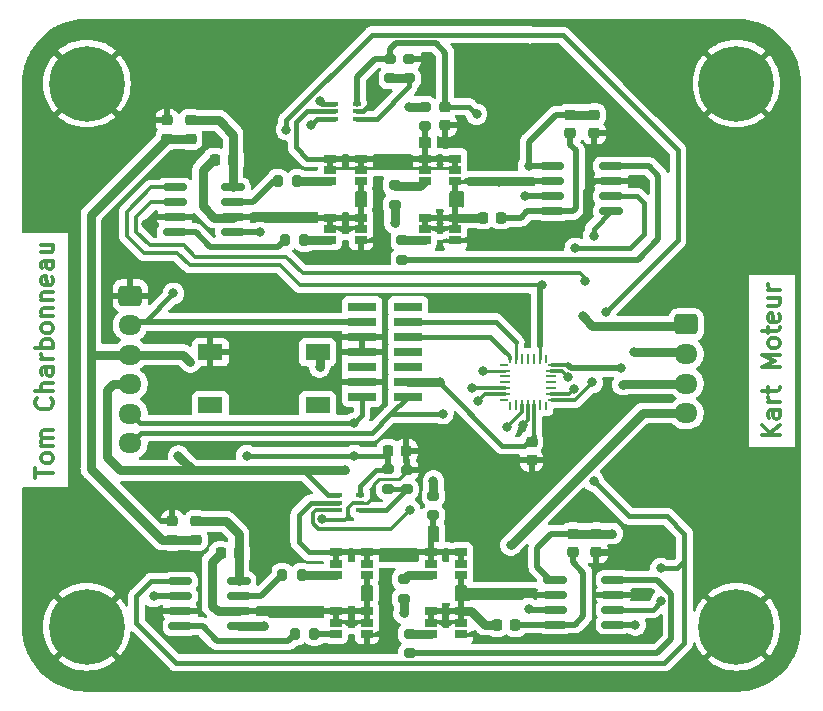
<source format=gbr>
%TF.GenerationSoftware,KiCad,Pcbnew,(6.0.9)*%
%TF.CreationDate,2023-02-07T16:56:13+01:00*%
%TF.ProjectId,driver_stepper_motor,64726976-6572-45f7-9374-65707065725f,2*%
%TF.SameCoordinates,Original*%
%TF.FileFunction,Copper,L1,Top*%
%TF.FilePolarity,Positive*%
%FSLAX46Y46*%
G04 Gerber Fmt 4.6, Leading zero omitted, Abs format (unit mm)*
G04 Created by KiCad (PCBNEW (6.0.9)) date 2023-02-07 16:56:13*
%MOMM*%
%LPD*%
G01*
G04 APERTURE LIST*
G04 Aperture macros list*
%AMRoundRect*
0 Rectangle with rounded corners*
0 $1 Rounding radius*
0 $2 $3 $4 $5 $6 $7 $8 $9 X,Y pos of 4 corners*
0 Add a 4 corners polygon primitive as box body*
4,1,4,$2,$3,$4,$5,$6,$7,$8,$9,$2,$3,0*
0 Add four circle primitives for the rounded corners*
1,1,$1+$1,$2,$3*
1,1,$1+$1,$4,$5*
1,1,$1+$1,$6,$7*
1,1,$1+$1,$8,$9*
0 Add four rect primitives between the rounded corners*
20,1,$1+$1,$2,$3,$4,$5,0*
20,1,$1+$1,$4,$5,$6,$7,0*
20,1,$1+$1,$6,$7,$8,$9,0*
20,1,$1+$1,$8,$9,$2,$3,0*%
%AMFreePoly0*
4,1,14,0.230680,0.111820,0.364320,-0.021821,0.377500,-0.053642,0.377500,-0.080000,0.364320,-0.111820,0.332500,-0.125000,-0.332500,-0.125000,-0.364320,-0.111820,-0.377500,-0.080000,-0.377500,0.080000,-0.364320,0.111820,-0.332500,0.125000,0.198860,0.125000,0.230680,0.111820,0.230680,0.111820,$1*%
%AMFreePoly1*
4,1,14,0.364320,0.111820,0.377500,0.080000,0.377501,0.053640,0.364318,0.021819,0.230680,-0.111820,0.198860,-0.125000,-0.332500,-0.125000,-0.364320,-0.111820,-0.377500,-0.080000,-0.377500,0.080000,-0.364320,0.111820,-0.332500,0.125000,0.332500,0.125000,0.364320,0.111820,0.364320,0.111820,$1*%
%AMFreePoly2*
4,1,15,0.053642,0.377500,0.080000,0.377500,0.111820,0.364320,0.125000,0.332500,0.125000,-0.332500,0.111820,-0.364320,0.080000,-0.377500,-0.080000,-0.377500,-0.111820,-0.364320,-0.125000,-0.332500,-0.125000,0.198860,-0.111820,0.230680,0.021820,0.364320,0.053640,0.377501,0.053642,0.377500,0.053642,0.377500,$1*%
%AMFreePoly3*
4,1,14,-0.021820,0.364320,0.111820,0.230679,0.125000,0.198858,0.125000,-0.332500,0.111820,-0.364320,0.080000,-0.377500,-0.080000,-0.377500,-0.111820,-0.364320,-0.125000,-0.332500,-0.125000,0.332500,-0.111820,0.364320,-0.080000,0.377500,-0.053640,0.377500,-0.021820,0.364320,-0.021820,0.364320,$1*%
%AMFreePoly4*
4,1,14,0.364320,0.111820,0.377500,0.080000,0.377500,-0.080000,0.364320,-0.111820,0.332500,-0.125000,-0.198860,-0.125001,-0.230681,-0.111818,-0.364320,0.021820,-0.377500,0.053640,-0.377500,0.080000,-0.364320,0.111820,-0.332500,0.125000,0.332500,0.125000,0.364320,0.111820,0.364320,0.111820,$1*%
%AMFreePoly5*
4,1,15,-0.198858,0.125000,0.332500,0.125000,0.364320,0.111820,0.377500,0.080000,0.377500,-0.080000,0.364320,-0.111820,0.332500,-0.125000,-0.332500,-0.125000,-0.364320,-0.111820,-0.377500,-0.080000,-0.377500,-0.053640,-0.364320,-0.021820,-0.230680,0.111820,-0.198860,0.125001,-0.198858,0.125000,-0.198858,0.125000,$1*%
%AMFreePoly6*
4,1,14,0.111820,0.364320,0.125000,0.332500,0.125001,-0.198860,0.111818,-0.230681,-0.021820,-0.364320,-0.053640,-0.377500,-0.080000,-0.377500,-0.111820,-0.364320,-0.125000,-0.332500,-0.125000,0.332500,-0.111820,0.364320,-0.080000,0.377500,0.080000,0.377500,0.111820,0.364320,0.111820,0.364320,$1*%
%AMFreePoly7*
4,1,14,0.111820,0.364320,0.125000,0.332500,0.125000,-0.332500,0.111820,-0.364320,0.080000,-0.377500,0.053640,-0.377501,0.021819,-0.364318,-0.111820,-0.230680,-0.125000,-0.198860,-0.125000,0.332500,-0.111820,0.364320,-0.080000,0.377500,0.080000,0.377500,0.111820,0.364320,0.111820,0.364320,$1*%
G04 Aperture macros list end*
%ADD10C,0.300000*%
%TA.AperFunction,NonConductor*%
%ADD11C,0.300000*%
%TD*%
%TA.AperFunction,SMDPad,CuDef*%
%ADD12RoundRect,0.200000X-0.275000X0.200000X-0.275000X-0.200000X0.275000X-0.200000X0.275000X0.200000X0*%
%TD*%
%TA.AperFunction,SMDPad,CuDef*%
%ADD13RoundRect,0.218750X0.256250X-0.218750X0.256250X0.218750X-0.256250X0.218750X-0.256250X-0.218750X0*%
%TD*%
%TA.AperFunction,SMDPad,CuDef*%
%ADD14R,1.000000X0.700000*%
%TD*%
%TA.AperFunction,SMDPad,CuDef*%
%ADD15RoundRect,0.200000X0.275000X-0.200000X0.275000X0.200000X-0.275000X0.200000X-0.275000X-0.200000X0*%
%TD*%
%TA.AperFunction,SMDPad,CuDef*%
%ADD16RoundRect,0.218750X-0.256250X0.218750X-0.256250X-0.218750X0.256250X-0.218750X0.256250X0.218750X0*%
%TD*%
%TA.AperFunction,SMDPad,CuDef*%
%ADD17RoundRect,0.200000X0.200000X0.275000X-0.200000X0.275000X-0.200000X-0.275000X0.200000X-0.275000X0*%
%TD*%
%TA.AperFunction,SMDPad,CuDef*%
%ADD18RoundRect,0.150000X-0.825000X-0.150000X0.825000X-0.150000X0.825000X0.150000X-0.825000X0.150000X0*%
%TD*%
%TA.AperFunction,SMDPad,CuDef*%
%ADD19R,2.400000X0.740000*%
%TD*%
%TA.AperFunction,ComponentPad*%
%ADD20C,0.800000*%
%TD*%
%TA.AperFunction,ComponentPad*%
%ADD21C,6.400000*%
%TD*%
%TA.AperFunction,SMDPad,CuDef*%
%ADD22RoundRect,0.225000X0.250000X-0.225000X0.250000X0.225000X-0.250000X0.225000X-0.250000X-0.225000X0*%
%TD*%
%TA.AperFunction,SMDPad,CuDef*%
%ADD23RoundRect,0.225000X0.225000X0.250000X-0.225000X0.250000X-0.225000X-0.250000X0.225000X-0.250000X0*%
%TD*%
%TA.AperFunction,ComponentPad*%
%ADD24RoundRect,0.250000X-0.725000X0.600000X-0.725000X-0.600000X0.725000X-0.600000X0.725000X0.600000X0*%
%TD*%
%TA.AperFunction,ComponentPad*%
%ADD25O,1.950000X1.700000*%
%TD*%
%TA.AperFunction,SMDPad,CuDef*%
%ADD26RoundRect,0.225000X-0.250000X0.225000X-0.250000X-0.225000X0.250000X-0.225000X0.250000X0.225000X0*%
%TD*%
%TA.AperFunction,SMDPad,CuDef*%
%ADD27R,0.650000X0.400000*%
%TD*%
%TA.AperFunction,SMDPad,CuDef*%
%ADD28RoundRect,0.150000X0.825000X0.150000X-0.825000X0.150000X-0.825000X-0.150000X0.825000X-0.150000X0*%
%TD*%
%TA.AperFunction,SMDPad,CuDef*%
%ADD29FreePoly0,90.000000*%
%TD*%
%TA.AperFunction,SMDPad,CuDef*%
%ADD30RoundRect,0.062500X0.062500X-0.375000X0.062500X0.375000X-0.062500X0.375000X-0.062500X-0.375000X0*%
%TD*%
%TA.AperFunction,SMDPad,CuDef*%
%ADD31FreePoly1,90.000000*%
%TD*%
%TA.AperFunction,SMDPad,CuDef*%
%ADD32FreePoly2,90.000000*%
%TD*%
%TA.AperFunction,SMDPad,CuDef*%
%ADD33RoundRect,0.062500X0.375000X-0.062500X0.375000X0.062500X-0.375000X0.062500X-0.375000X-0.062500X0*%
%TD*%
%TA.AperFunction,SMDPad,CuDef*%
%ADD34FreePoly3,90.000000*%
%TD*%
%TA.AperFunction,SMDPad,CuDef*%
%ADD35FreePoly4,90.000000*%
%TD*%
%TA.AperFunction,SMDPad,CuDef*%
%ADD36FreePoly5,90.000000*%
%TD*%
%TA.AperFunction,SMDPad,CuDef*%
%ADD37FreePoly6,90.000000*%
%TD*%
%TA.AperFunction,SMDPad,CuDef*%
%ADD38FreePoly7,90.000000*%
%TD*%
%TA.AperFunction,SMDPad,CuDef*%
%ADD39R,2.100000X1.400000*%
%TD*%
%TA.AperFunction,ViaPad*%
%ADD40C,0.800000*%
%TD*%
%TA.AperFunction,Conductor*%
%ADD41C,0.400000*%
%TD*%
%TA.AperFunction,Conductor*%
%ADD42C,0.500000*%
%TD*%
%TA.AperFunction,Conductor*%
%ADD43C,0.300000*%
%TD*%
%TA.AperFunction,Conductor*%
%ADD44C,0.250000*%
%TD*%
%TA.AperFunction,Conductor*%
%ADD45C,0.750000*%
%TD*%
G04 APERTURE END LIST*
D10*
D11*
X120668171Y-165797714D02*
X119168171Y-165797714D01*
X120668171Y-164940571D02*
X119811028Y-165583428D01*
X119168171Y-164940571D02*
X120025314Y-165797714D01*
X120668171Y-163654857D02*
X119882457Y-163654857D01*
X119739600Y-163726285D01*
X119668171Y-163869142D01*
X119668171Y-164154857D01*
X119739600Y-164297714D01*
X120596742Y-163654857D02*
X120668171Y-163797714D01*
X120668171Y-164154857D01*
X120596742Y-164297714D01*
X120453885Y-164369142D01*
X120311028Y-164369142D01*
X120168171Y-164297714D01*
X120096742Y-164154857D01*
X120096742Y-163797714D01*
X120025314Y-163654857D01*
X120668171Y-162940571D02*
X119668171Y-162940571D01*
X119953885Y-162940571D02*
X119811028Y-162869142D01*
X119739600Y-162797714D01*
X119668171Y-162654857D01*
X119668171Y-162512000D01*
X119668171Y-162226285D02*
X119668171Y-161654857D01*
X119168171Y-162012000D02*
X120453885Y-162012000D01*
X120596742Y-161940571D01*
X120668171Y-161797714D01*
X120668171Y-161654857D01*
X120668171Y-160012000D02*
X119168171Y-160011999D01*
X120239600Y-159512000D01*
X119168171Y-159011999D01*
X120668171Y-159012000D01*
X120668171Y-158083428D02*
X120596742Y-158226285D01*
X120525314Y-158297714D01*
X120382457Y-158369142D01*
X119953885Y-158369142D01*
X119811028Y-158297714D01*
X119739600Y-158226285D01*
X119668171Y-158083428D01*
X119668171Y-157869142D01*
X119739600Y-157726285D01*
X119811028Y-157654857D01*
X119953885Y-157583428D01*
X120382457Y-157583428D01*
X120525314Y-157654857D01*
X120596742Y-157726285D01*
X120668171Y-157869142D01*
X120668171Y-158083428D01*
X119668171Y-157154857D02*
X119668171Y-156583428D01*
X119168171Y-156940571D02*
X120453885Y-156940571D01*
X120596742Y-156869142D01*
X120668171Y-156726285D01*
X120668171Y-156583428D01*
X120596742Y-155512000D02*
X120668171Y-155654857D01*
X120668171Y-155940571D01*
X120596742Y-156083428D01*
X120453885Y-156154857D01*
X119882457Y-156154857D01*
X119739600Y-156083428D01*
X119668171Y-155940571D01*
X119668171Y-155654857D01*
X119739600Y-155512000D01*
X119882457Y-155440571D01*
X120025314Y-155440571D01*
X120168171Y-156154857D01*
X119668171Y-154154857D02*
X120668171Y-154154857D01*
X119668171Y-154797714D02*
X120453885Y-154797714D01*
X120596742Y-154726285D01*
X120668171Y-154583428D01*
X120668171Y-154369142D01*
X120596742Y-154226285D01*
X120525314Y-154154857D01*
X120668171Y-153440571D02*
X119668171Y-153440571D01*
X119953885Y-153440571D02*
X119811028Y-153369142D01*
X119739600Y-153297714D01*
X119668171Y-153154857D01*
X119668171Y-153012000D01*
D10*
D11*
X57649371Y-169374685D02*
X57649371Y-168517542D01*
X59149371Y-168946114D02*
X57649371Y-168946114D01*
X59149371Y-167803257D02*
X59077942Y-167946114D01*
X59006514Y-168017542D01*
X58863657Y-168088971D01*
X58435085Y-168088971D01*
X58292228Y-168017542D01*
X58220800Y-167946114D01*
X58149371Y-167803257D01*
X58149371Y-167588971D01*
X58220800Y-167446114D01*
X58292228Y-167374685D01*
X58435085Y-167303257D01*
X58863657Y-167303257D01*
X59006514Y-167374685D01*
X59077942Y-167446114D01*
X59149371Y-167588971D01*
X59149371Y-167803257D01*
X59149371Y-166660400D02*
X58149371Y-166660400D01*
X58292228Y-166660400D02*
X58220800Y-166588971D01*
X58149371Y-166446114D01*
X58149371Y-166231828D01*
X58220800Y-166088971D01*
X58363657Y-166017542D01*
X59149371Y-166017542D01*
X58363657Y-166017542D02*
X58220800Y-165946114D01*
X58149371Y-165803257D01*
X58149371Y-165588971D01*
X58220800Y-165446114D01*
X58363657Y-165374685D01*
X59149371Y-165374685D01*
X59006514Y-162660400D02*
X59077942Y-162731828D01*
X59149371Y-162946114D01*
X59149371Y-163088971D01*
X59077942Y-163303257D01*
X58935085Y-163446114D01*
X58792228Y-163517542D01*
X58506514Y-163588971D01*
X58292228Y-163588971D01*
X58006514Y-163517542D01*
X57863657Y-163446114D01*
X57720800Y-163303257D01*
X57649371Y-163088971D01*
X57649371Y-162946114D01*
X57720800Y-162731828D01*
X57792228Y-162660400D01*
X59149371Y-162017542D02*
X57649371Y-162017542D01*
X59149371Y-161374685D02*
X58363657Y-161374685D01*
X58220800Y-161446114D01*
X58149371Y-161588971D01*
X58149371Y-161803257D01*
X58220800Y-161946114D01*
X58292228Y-162017542D01*
X59149371Y-160017542D02*
X58363657Y-160017542D01*
X58220800Y-160088971D01*
X58149371Y-160231828D01*
X58149371Y-160517542D01*
X58220800Y-160660400D01*
X59077942Y-160017542D02*
X59149371Y-160160400D01*
X59149371Y-160517542D01*
X59077942Y-160660400D01*
X58935085Y-160731828D01*
X58792228Y-160731828D01*
X58649371Y-160660400D01*
X58577942Y-160517542D01*
X58577942Y-160160400D01*
X58506514Y-160017542D01*
X59149371Y-159303257D02*
X58149371Y-159303257D01*
X58435085Y-159303257D02*
X58292228Y-159231828D01*
X58220800Y-159160400D01*
X58149371Y-159017542D01*
X58149371Y-158874685D01*
X59149371Y-158374685D02*
X57649371Y-158374685D01*
X58220800Y-158374685D02*
X58149371Y-158231828D01*
X58149371Y-157946114D01*
X58220800Y-157803257D01*
X58292228Y-157731828D01*
X58435085Y-157660400D01*
X58863657Y-157660400D01*
X59006514Y-157731828D01*
X59077942Y-157803257D01*
X59149371Y-157946114D01*
X59149371Y-158231828D01*
X59077942Y-158374685D01*
X59149371Y-156803257D02*
X59077942Y-156946114D01*
X59006514Y-157017542D01*
X58863657Y-157088971D01*
X58435085Y-157088971D01*
X58292228Y-157017542D01*
X58220800Y-156946114D01*
X58149371Y-156803257D01*
X58149371Y-156588971D01*
X58220800Y-156446114D01*
X58292228Y-156374685D01*
X58435085Y-156303257D01*
X58863657Y-156303257D01*
X59006514Y-156374685D01*
X59077942Y-156446114D01*
X59149371Y-156588971D01*
X59149371Y-156803257D01*
X58149371Y-155660400D02*
X59149371Y-155660400D01*
X58292228Y-155660400D02*
X58220800Y-155588971D01*
X58149371Y-155446114D01*
X58149371Y-155231828D01*
X58220800Y-155088971D01*
X58363657Y-155017542D01*
X59149371Y-155017542D01*
X58149371Y-154303257D02*
X59149371Y-154303257D01*
X58292228Y-154303257D02*
X58220800Y-154231828D01*
X58149371Y-154088971D01*
X58149371Y-153874685D01*
X58220800Y-153731828D01*
X58363657Y-153660400D01*
X59149371Y-153660400D01*
X59077942Y-152374685D02*
X59149371Y-152517542D01*
X59149371Y-152803257D01*
X59077942Y-152946114D01*
X58935085Y-153017542D01*
X58363657Y-153017542D01*
X58220800Y-152946114D01*
X58149371Y-152803257D01*
X58149371Y-152517542D01*
X58220800Y-152374685D01*
X58363657Y-152303257D01*
X58506514Y-152303257D01*
X58649371Y-153017542D01*
X59149371Y-151017542D02*
X58363657Y-151017542D01*
X58220800Y-151088971D01*
X58149371Y-151231828D01*
X58149371Y-151517542D01*
X58220800Y-151660400D01*
X59077942Y-151017542D02*
X59149371Y-151160400D01*
X59149371Y-151517542D01*
X59077942Y-151660400D01*
X58935085Y-151731828D01*
X58792228Y-151731828D01*
X58649371Y-151660400D01*
X58577942Y-151517542D01*
X58577942Y-151160400D01*
X58506514Y-151017542D01*
X58149371Y-149660400D02*
X59149371Y-149660400D01*
X58149371Y-150303257D02*
X58935085Y-150303257D01*
X59077942Y-150231828D01*
X59149371Y-150088971D01*
X59149371Y-149874685D01*
X59077942Y-149731828D01*
X59006514Y-149660400D01*
D12*
%TO.P,RB_shunt1,1*%
%TO.N,24V*%
X91350000Y-170900000D03*
%TO.P,RB_shunt1,2*%
%TO.N,Net-(Isens_B1-Pad5)*%
X91350000Y-172550000D03*
%TD*%
D13*
%TO.P,DB2,1,K*%
%TO.N,Net-(CB5-Pad1)*%
X103150000Y-175687500D03*
%TO.P,DB2,2,A*%
%TO.N,12V*%
X103150000Y-174112500D03*
%TD*%
D14*
%TO.P,TA4,1,D*%
%TO.N,/Phase_A/A-*%
X90600000Y-147350000D03*
%TO.P,TA4,2,D*%
X90600000Y-148300000D03*
%TO.P,TA4,3,G*%
%TO.N,Net-(RA4-Pad2)*%
X90600000Y-149250000D03*
%TO.P,TA4,4,S*%
%TO.N,GND*%
X93200000Y-149250000D03*
%TO.P,TA4,5,D*%
%TO.N,/Phase_A/A-*%
X93200000Y-148300000D03*
%TO.P,TA4,6,D*%
X93200000Y-147350000D03*
%TD*%
D15*
%TO.P,RA5,1*%
%TO.N,Net-(Isens_A1-Pad1)*%
X89300000Y-135575000D03*
%TO.P,RA5,2*%
%TO.N,GND*%
X89300000Y-133925000D03*
%TD*%
D14*
%TO.P,TB3,1,D*%
%TO.N,Net-(Isens_B1-Pad5)*%
X91100000Y-175700000D03*
%TO.P,TB3,2,D*%
X91100000Y-176650000D03*
%TO.P,TB3,3,G*%
%TO.N,Net-(RB3-Pad2)*%
X91100000Y-177600000D03*
%TO.P,TB3,4,S*%
%TO.N,/Phase_B/B-*%
X93700000Y-177600000D03*
%TO.P,TB3,5,D*%
%TO.N,Net-(Isens_B1-Pad5)*%
X93700000Y-176650000D03*
%TO.P,TB3,6,D*%
X93700000Y-175700000D03*
%TD*%
D16*
%TO.P,DB1,1,K*%
%TO.N,Net-(CB3-Pad1)*%
X71250000Y-173050000D03*
%TO.P,DB1,2,A*%
%TO.N,12V*%
X71250000Y-174625000D03*
%TD*%
D17*
%TO.P,RA1,1*%
%TO.N,Net-(RA1-Pad1)*%
X79825000Y-144250000D03*
%TO.P,RA1,2*%
%TO.N,Net-(DrvA1-Pad7)*%
X78175000Y-144250000D03*
%TD*%
D14*
%TO.P,TB4,1,D*%
%TO.N,/Phase_B/B-*%
X91100000Y-180700000D03*
%TO.P,TB4,2,D*%
X91100000Y-181650000D03*
%TO.P,TB4,3,G*%
%TO.N,Net-(RB4-Pad2)*%
X91100000Y-182600000D03*
%TO.P,TB4,4,S*%
%TO.N,GND*%
X93700000Y-182600000D03*
%TO.P,TB4,5,D*%
%TO.N,/Phase_B/B-*%
X93700000Y-181650000D03*
%TO.P,TB4,6,D*%
X93700000Y-180700000D03*
%TD*%
D18*
%TO.P,DrvA1,1,HIN*%
%TO.N,PWMA*%
X69425000Y-144795000D03*
%TO.P,DrvA1,2,~{LIN}*%
%TO.N,PWMA_IN*%
X69425000Y-146065000D03*
%TO.P,DrvA1,3,COM*%
%TO.N,GND*%
X69425000Y-147335000D03*
%TO.P,DrvA1,4,LO*%
%TO.N,Net-(DrvA1-Pad4)*%
X69425000Y-148605000D03*
%TO.P,DrvA1,5,VCC*%
%TO.N,12V*%
X74375000Y-148605000D03*
%TO.P,DrvA1,6,VS*%
%TO.N,/Phase_A/A+*%
X74375000Y-147335000D03*
%TO.P,DrvA1,7,HO*%
%TO.N,Net-(DrvA1-Pad7)*%
X74375000Y-146065000D03*
%TO.P,DrvA1,8,VB*%
%TO.N,Net-(CA3-Pad1)*%
X74375000Y-144795000D03*
%TD*%
D14*
%TO.P,TA2,1,D*%
%TO.N,/Phase_A/A+*%
X82600000Y-147350000D03*
%TO.P,TA2,2,D*%
X82600000Y-148300000D03*
%TO.P,TA2,3,G*%
%TO.N,Net-(RA2-Pad1)*%
X82600000Y-149250000D03*
%TO.P,TA2,4,S*%
%TO.N,GND*%
X85200000Y-149250000D03*
%TO.P,TA2,5,D*%
%TO.N,/Phase_A/A+*%
X85200000Y-148300000D03*
%TO.P,TA2,6,D*%
X85200000Y-147350000D03*
%TD*%
D19*
%TO.P,Programmateur1,1,Pin_1*%
%TO.N,unconnected-(Programmateur1-Pad1)*%
X85300000Y-154890000D03*
%TO.P,Programmateur1,2,Pin_2*%
%TO.N,unconnected-(Programmateur1-Pad2)*%
X89200000Y-154890000D03*
%TO.P,Programmateur1,3,Pin_3*%
%TO.N,3\u002C3V*%
X85300000Y-156160000D03*
%TO.P,Programmateur1,4,Pin_4*%
%TO.N,SWDIO*%
X89200000Y-156160000D03*
%TO.P,Programmateur1,5,Pin_5*%
%TO.N,GND*%
X85300000Y-157430000D03*
%TO.P,Programmateur1,6,Pin_6*%
%TO.N,SWCLK*%
X89200000Y-157430000D03*
%TO.P,Programmateur1,7,Pin_7*%
%TO.N,GND*%
X85300000Y-158700000D03*
%TO.P,Programmateur1,8,Pin_8*%
%TO.N,unconnected-(Programmateur1-Pad8)*%
X89200000Y-158700000D03*
%TO.P,Programmateur1,9,Pin_9*%
%TO.N,unconnected-(Programmateur1-Pad9)*%
X85300000Y-159970000D03*
%TO.P,Programmateur1,10,Pin_10*%
%TO.N,unconnected-(Programmateur1-Pad10)*%
X89200000Y-159970000D03*
%TO.P,Programmateur1,11,Pin_11*%
%TO.N,GND*%
X85300000Y-161240000D03*
%TO.P,Programmateur1,12,Pin_12*%
%TO.N,NRST*%
X89200000Y-161240000D03*
%TO.P,Programmateur1,13,Pin_13*%
%TO.N,Rx*%
X85300000Y-162510000D03*
%TO.P,Programmateur1,14,Pin_14*%
%TO.N,Tx*%
X89200000Y-162510000D03*
%TD*%
D20*
%TO.P,H2,1,1*%
%TO.N,GND*%
X62000000Y-133600000D03*
D21*
X62000000Y-136000000D03*
D20*
X62000000Y-138400000D03*
X60302944Y-134302944D03*
X60302944Y-137697056D03*
X64400000Y-136000000D03*
X63697056Y-134302944D03*
X59600000Y-136000000D03*
X63697056Y-137697056D03*
%TD*%
D15*
%TO.P,RA3,1*%
%TO.N,Net-(DrvA2-Pad7)*%
X88050000Y-146275000D03*
%TO.P,RA3,2*%
%TO.N,Net-(RA3-Pad2)*%
X88050000Y-144625000D03*
%TD*%
D14*
%TO.P,TB1,1,D*%
%TO.N,Net-(Isens_B1-Pad5)*%
X83100000Y-175700000D03*
%TO.P,TB1,2,D*%
X83100000Y-176650000D03*
%TO.P,TB1,3,G*%
%TO.N,Net-(RB1-Pad1)*%
X83100000Y-177600000D03*
%TO.P,TB1,4,S*%
%TO.N,/Phase_B/B+*%
X85700000Y-177600000D03*
%TO.P,TB1,5,D*%
%TO.N,Net-(Isens_B1-Pad5)*%
X85700000Y-176650000D03*
%TO.P,TB1,6,D*%
X85700000Y-175700000D03*
%TD*%
D22*
%TO.P,CA1,1*%
%TO.N,GND*%
X92350000Y-139550000D03*
%TO.P,CA1,2*%
%TO.N,3\u002C3V*%
X92350000Y-138000000D03*
%TD*%
D18*
%TO.P,DrvB1,1,HIN*%
%TO.N,PWMB*%
X69925000Y-178145000D03*
%TO.P,DrvB1,2,~{LIN}*%
%TO.N,PWMB_IN*%
X69925000Y-179415000D03*
%TO.P,DrvB1,3,COM*%
%TO.N,GND*%
X69925000Y-180685000D03*
%TO.P,DrvB1,4,LO*%
%TO.N,Net-(DrvB1-Pad4)*%
X69925000Y-181955000D03*
%TO.P,DrvB1,5,VCC*%
%TO.N,12V*%
X74875000Y-181955000D03*
%TO.P,DrvB1,6,VS*%
%TO.N,/Phase_B/B+*%
X74875000Y-180685000D03*
%TO.P,DrvB1,7,HO*%
%TO.N,Net-(DrvB1-Pad7)*%
X74875000Y-179415000D03*
%TO.P,DrvB1,8,VB*%
%TO.N,Net-(CB3-Pad1)*%
X74875000Y-178145000D03*
%TD*%
D23*
%TO.P,CB5,1*%
%TO.N,Net-(CB5-Pad1)*%
X98275000Y-181850000D03*
%TO.P,CB5,2*%
%TO.N,/Phase_B/B-*%
X96725000Y-181850000D03*
%TD*%
D24*
%TO.P,Alim+UART1,1,Pin_1*%
%TO.N,GND*%
X65675000Y-153950000D03*
D25*
%TO.P,Alim+UART1,2,Pin_2*%
%TO.N,3\u002C3V*%
X65675000Y-156450000D03*
%TO.P,Alim+UART1,3,Pin_3*%
%TO.N,12V*%
X65675000Y-158950000D03*
%TO.P,Alim+UART1,4,Pin_4*%
%TO.N,24V*%
X65675000Y-161450000D03*
%TO.P,Alim+UART1,5,Pin_5*%
%TO.N,Rx*%
X65675000Y-163950000D03*
%TO.P,Alim+UART1,6,Pin_6*%
%TO.N,Tx*%
X65675000Y-166450000D03*
%TD*%
D20*
%TO.P,H4,1,1*%
%TO.N,GND*%
X59600000Y-182000000D03*
X62000000Y-184400000D03*
X63697056Y-183697056D03*
X60302944Y-180302944D03*
D21*
X62000000Y-182000000D03*
D20*
X62000000Y-179600000D03*
X63697056Y-180302944D03*
X64400000Y-182000000D03*
X60302944Y-183697056D03*
%TD*%
D14*
%TO.P,TA3,1,D*%
%TO.N,Net-(Isens_A1-Pad5)*%
X90600000Y-142350000D03*
%TO.P,TA3,2,D*%
X90600000Y-143300000D03*
%TO.P,TA3,3,G*%
%TO.N,Net-(RA3-Pad2)*%
X90600000Y-144250000D03*
%TO.P,TA3,4,S*%
%TO.N,/Phase_A/A-*%
X93200000Y-144250000D03*
%TO.P,TA3,5,D*%
%TO.N,Net-(Isens_A1-Pad5)*%
X93200000Y-143300000D03*
%TO.P,TA3,6,D*%
X93200000Y-142350000D03*
%TD*%
D22*
%TO.P,CA2,1*%
%TO.N,12V*%
X68800000Y-140662500D03*
%TO.P,CA2,2*%
%TO.N,GND*%
X68800000Y-139112500D03*
%TD*%
%TO.P,CB2,1*%
%TO.N,12V*%
X69250000Y-174612500D03*
%TO.P,CB2,2*%
%TO.N,GND*%
X69250000Y-173062500D03*
%TD*%
D26*
%TO.P,CB4,1*%
%TO.N,12V*%
X105150000Y-174125000D03*
%TO.P,CB4,2*%
%TO.N,GND*%
X105150000Y-175675000D03*
%TD*%
D13*
%TO.P,DA2,1,K*%
%TO.N,Net-(CA5-Pad1)*%
X102950000Y-140225000D03*
%TO.P,DA2,2,A*%
%TO.N,12V*%
X102950000Y-138650000D03*
%TD*%
D24*
%TO.P,SortieMoteur1,1,Pin_1*%
%TO.N,/Phase_A/A+*%
X112750000Y-156400000D03*
D25*
%TO.P,SortieMoteur1,2,Pin_2*%
%TO.N,/Phase_A/A-*%
X112750000Y-158900000D03*
%TO.P,SortieMoteur1,3,Pin_3*%
%TO.N,/Phase_B/B-*%
X112750000Y-161400000D03*
%TO.P,SortieMoteur1,4,Pin_4*%
%TO.N,/Phase_B/B+*%
X112750000Y-163900000D03*
%TD*%
D12*
%TO.P,RA6,1*%
%TO.N,3\u002C3V*%
X87700000Y-133925000D03*
%TO.P,RA6,2*%
%TO.N,Net-(Isens_A1-Pad1)*%
X87700000Y-135575000D03*
%TD*%
D15*
%TO.P,RB5,1*%
%TO.N,Net-(Isens_B1-Pad1)*%
X89100000Y-170350000D03*
%TO.P,RB5,2*%
%TO.N,GND*%
X89100000Y-168700000D03*
%TD*%
D14*
%TO.P,TB2,1,D*%
%TO.N,/Phase_B/B+*%
X83100000Y-180700000D03*
%TO.P,TB2,2,D*%
X83100000Y-181650000D03*
%TO.P,TB2,3,G*%
%TO.N,Net-(RB2-Pad1)*%
X83100000Y-182600000D03*
%TO.P,TB2,4,S*%
%TO.N,GND*%
X85700000Y-182600000D03*
%TO.P,TB2,5,D*%
%TO.N,/Phase_B/B+*%
X85700000Y-181650000D03*
%TO.P,TB2,6,D*%
X85700000Y-180700000D03*
%TD*%
D27*
%TO.P,Isens_B1,1,REF*%
%TO.N,Net-(Isens_B1-Pad1)*%
X85150000Y-172150000D03*
%TO.P,Isens_B1,2,GND*%
%TO.N,GND*%
X85150000Y-171500000D03*
%TO.P,Isens_B1,3,Vs*%
%TO.N,3\u002C3V*%
X85150000Y-170850000D03*
%TO.P,Isens_B1,4,+IN*%
%TO.N,24V*%
X83250000Y-170850000D03*
%TO.P,Isens_B1,5,-IN*%
%TO.N,Net-(Isens_B1-Pad5)*%
X83250000Y-171500000D03*
%TO.P,Isens_B1,6,OUT*%
%TO.N,ADC_B*%
X83250000Y-172150000D03*
%TD*%
D23*
%TO.P,CA3,1*%
%TO.N,Net-(CA3-Pad1)*%
X74375000Y-142450000D03*
%TO.P,CA3,2*%
%TO.N,/Phase_A/A+*%
X72825000Y-142450000D03*
%TD*%
D14*
%TO.P,TA1,1,D*%
%TO.N,Net-(Isens_A1-Pad5)*%
X82600000Y-142350000D03*
%TO.P,TA1,2,D*%
X82600000Y-143300000D03*
%TO.P,TA1,3,G*%
%TO.N,Net-(RA1-Pad1)*%
X82600000Y-144250000D03*
%TO.P,TA1,4,S*%
%TO.N,/Phase_A/A+*%
X85200000Y-144250000D03*
%TO.P,TA1,5,D*%
%TO.N,Net-(Isens_A1-Pad5)*%
X85200000Y-143300000D03*
%TO.P,TA1,6,D*%
X85200000Y-142350000D03*
%TD*%
D23*
%TO.P,CA5,1*%
%TO.N,Net-(CA5-Pad1)*%
X97050000Y-147350000D03*
%TO.P,CA5,2*%
%TO.N,/Phase_A/A-*%
X95500000Y-147350000D03*
%TD*%
D15*
%TO.P,RB3,1*%
%TO.N,Net-(DrvB2-Pad7)*%
X88850000Y-179625000D03*
%TO.P,RB3,2*%
%TO.N,Net-(RB3-Pad2)*%
X88850000Y-177975000D03*
%TD*%
D28*
%TO.P,DrvA2,1,HIN*%
%TO.N,PWMA_IN*%
X106375000Y-146805000D03*
%TO.P,DrvA2,2,~{LIN}*%
%TO.N,PWMA*%
X106375000Y-145535000D03*
%TO.P,DrvA2,3,COM*%
%TO.N,GND*%
X106375000Y-144265000D03*
%TO.P,DrvA2,4,LO*%
%TO.N,Net-(DrvA2-Pad4)*%
X106375000Y-142995000D03*
%TO.P,DrvA2,5,VCC*%
%TO.N,12V*%
X101425000Y-142995000D03*
%TO.P,DrvA2,6,VS*%
%TO.N,/Phase_A/A-*%
X101425000Y-144265000D03*
%TO.P,DrvA2,7,HO*%
%TO.N,Net-(DrvA2-Pad7)*%
X101425000Y-145535000D03*
%TO.P,DrvA2,8,VB*%
%TO.N,Net-(CA5-Pad1)*%
X101425000Y-146805000D03*
%TD*%
D15*
%TO.P,RA4,1*%
%TO.N,Net-(DrvA2-Pad4)*%
X88700000Y-150900000D03*
%TO.P,RA4,2*%
%TO.N,Net-(RA4-Pad2)*%
X88700000Y-149250000D03*
%TD*%
D29*
%TO.P,U1,1,PC14-OSC32_IN*%
%TO.N,unconnected-(U1-Pad1)*%
X97850000Y-163297500D03*
D30*
%TO.P,U1,2,PC15-OSC32_OUT*%
%TO.N,unconnected-(U1-Pad2)*%
X98350000Y-163237500D03*
%TO.P,U1,3,VDD/VDDA*%
%TO.N,3\u002C3V*%
X98850000Y-163237500D03*
%TO.P,U1,4,VSS/VSSA*%
%TO.N,GND*%
X99350000Y-163237500D03*
%TO.P,U1,5,PF2-NRST*%
%TO.N,NRST*%
X99850000Y-163237500D03*
%TO.P,U1,6,PA0*%
%TO.N,unconnected-(U1-Pad6)*%
X100350000Y-163237500D03*
D31*
%TO.P,U1,7,PA1*%
%TO.N,unconnected-(U1-Pad7)*%
X100850000Y-163297500D03*
D32*
%TO.P,U1,8,PA2*%
%TO.N,ADC_A*%
X101347500Y-162800000D03*
D33*
%TO.P,U1,9,PA3*%
%TO.N,ADC_B*%
X101287500Y-162300000D03*
%TO.P,U1,10,PA4*%
%TO.N,unconnected-(U1-Pad10)*%
X101287500Y-161800000D03*
%TO.P,U1,11,PA5*%
%TO.N,unconnected-(U1-Pad11)*%
X101287500Y-161300000D03*
%TO.P,U1,12,PA6*%
%TO.N,unconnected-(U1-Pad12)*%
X101287500Y-160800000D03*
%TO.P,U1,13,PA7*%
%TO.N,PWMA_IN*%
X101287500Y-160300000D03*
D34*
%TO.P,U1,14,PB0*%
%TO.N,PWMB_IN*%
X101347500Y-159800000D03*
D35*
%TO.P,U1,15,PB1*%
%TO.N,unconnected-(U1-Pad15)*%
X100850000Y-159302500D03*
D30*
%TO.P,U1,16,PA8*%
%TO.N,PWMA*%
X100350000Y-159362500D03*
%TO.P,U1,17,PC6*%
%TO.N,unconnected-(U1-Pad17)*%
X99850000Y-159362500D03*
%TO.P,U1,18,PA11PA9*%
%TO.N,unconnected-(U1-Pad18)*%
X99350000Y-159362500D03*
%TO.P,U1,19,PA12PA10*%
%TO.N,unconnected-(U1-Pad19)*%
X98850000Y-159362500D03*
%TO.P,U1,20,PA13*%
%TO.N,SWDIO*%
X98350000Y-159362500D03*
D36*
%TO.P,U1,21,PA14-BOOT0*%
%TO.N,SWCLK*%
X97850000Y-159302500D03*
D37*
%TO.P,U1,22,PA15*%
%TO.N,unconnected-(U1-Pad22)*%
X97352500Y-159800000D03*
D33*
%TO.P,U1,23,PB3*%
%TO.N,PWMB*%
X97412500Y-160300000D03*
%TO.P,U1,24,PB4*%
%TO.N,unconnected-(U1-Pad24)*%
X97412500Y-160800000D03*
%TO.P,U1,25,PB5*%
%TO.N,unconnected-(U1-Pad25)*%
X97412500Y-161300000D03*
%TO.P,U1,26,PB6*%
%TO.N,Tx*%
X97412500Y-161800000D03*
%TO.P,U1,27,PB7*%
%TO.N,Rx*%
X97412500Y-162300000D03*
D38*
%TO.P,U1,28,PB8*%
%TO.N,unconnected-(U1-Pad28)*%
X97352500Y-162800000D03*
%TD*%
D12*
%TO.P,RA_shunt1,1*%
%TO.N,24V*%
X90600000Y-137950000D03*
%TO.P,RA_shunt1,2*%
%TO.N,Net-(Isens_A1-Pad5)*%
X90600000Y-139600000D03*
%TD*%
D17*
%TO.P,RB1,1*%
%TO.N,Net-(RB1-Pad1)*%
X80200000Y-177600000D03*
%TO.P,RB1,2*%
%TO.N,Net-(DrvB1-Pad7)*%
X78550000Y-177600000D03*
%TD*%
D12*
%TO.P,RB6,1*%
%TO.N,3\u002C3V*%
X87500000Y-168675000D03*
%TO.P,RB6,2*%
%TO.N,Net-(Isens_B1-Pad1)*%
X87500000Y-170325000D03*
%TD*%
D23*
%TO.P,CB3,1*%
%TO.N,Net-(CB3-Pad1)*%
X74875000Y-175750000D03*
%TO.P,CB3,2*%
%TO.N,/Phase_B/B+*%
X73325000Y-175750000D03*
%TD*%
D26*
%TO.P,C1,1,1*%
%TO.N,NRST*%
X99650000Y-166350000D03*
%TO.P,C1,2,2*%
%TO.N,GND*%
X99650000Y-167900000D03*
%TD*%
%TO.P,CA4,1*%
%TO.N,12V*%
X104950000Y-138650000D03*
%TO.P,CA4,2*%
%TO.N,GND*%
X104950000Y-140200000D03*
%TD*%
D20*
%TO.P,H1,1,1*%
%TO.N,GND*%
X117000000Y-133600000D03*
X114600000Y-136000000D03*
X119400000Y-136000000D03*
X115302944Y-134302944D03*
X118697056Y-137697056D03*
D21*
X117000000Y-136000000D03*
D20*
X115302944Y-137697056D03*
X117000000Y-138400000D03*
X118697056Y-134302944D03*
%TD*%
D28*
%TO.P,DrvB2,1,HIN*%
%TO.N,PWMB_IN*%
X106575000Y-181805000D03*
%TO.P,DrvB2,2,~{LIN}*%
%TO.N,PWMB*%
X106575000Y-180535000D03*
%TO.P,DrvB2,3,COM*%
%TO.N,GND*%
X106575000Y-179265000D03*
%TO.P,DrvB2,4,LO*%
%TO.N,Net-(DrvB2-Pad4)*%
X106575000Y-177995000D03*
%TO.P,DrvB2,5,VCC*%
%TO.N,12V*%
X101625000Y-177995000D03*
%TO.P,DrvB2,6,VS*%
%TO.N,/Phase_B/B-*%
X101625000Y-179265000D03*
%TO.P,DrvB2,7,HO*%
%TO.N,Net-(DrvB2-Pad7)*%
X101625000Y-180535000D03*
%TO.P,DrvB2,8,VB*%
%TO.N,Net-(CB5-Pad1)*%
X101625000Y-181805000D03*
%TD*%
D17*
%TO.P,RA2,1*%
%TO.N,Net-(RA2-Pad1)*%
X80425000Y-149250000D03*
%TO.P,RA2,2*%
%TO.N,Net-(DrvA1-Pad4)*%
X78775000Y-149250000D03*
%TD*%
D27*
%TO.P,Isens_A1,1,REF*%
%TO.N,Net-(Isens_A1-Pad1)*%
X84850000Y-139000000D03*
%TO.P,Isens_A1,2,GND*%
%TO.N,GND*%
X84850000Y-138350000D03*
%TO.P,Isens_A1,3,Vs*%
%TO.N,3\u002C3V*%
X84850000Y-137700000D03*
%TO.P,Isens_A1,4,+IN*%
%TO.N,24V*%
X82950000Y-137700000D03*
%TO.P,Isens_A1,5,-IN*%
%TO.N,Net-(Isens_A1-Pad5)*%
X82950000Y-138350000D03*
%TO.P,Isens_A1,6,OUT*%
%TO.N,ADC_A*%
X82950000Y-139000000D03*
%TD*%
D23*
%TO.P,CB1,1*%
%TO.N,GND*%
X89050000Y-167100000D03*
%TO.P,CB1,2*%
%TO.N,3\u002C3V*%
X87500000Y-167100000D03*
%TD*%
D17*
%TO.P,RB2,1*%
%TO.N,Net-(RB2-Pad1)*%
X81275000Y-182600000D03*
%TO.P,RB2,2*%
%TO.N,Net-(DrvB1-Pad4)*%
X79625000Y-182600000D03*
%TD*%
D20*
%TO.P,H3,1,1*%
%TO.N,GND*%
X118697056Y-180252944D03*
D21*
X117000000Y-182000000D03*
D20*
X117000000Y-184350000D03*
X119400000Y-181950000D03*
X115302944Y-180252944D03*
X118697056Y-183647056D03*
X117000000Y-179550000D03*
X114600000Y-181950000D03*
X115302944Y-183647056D03*
%TD*%
D16*
%TO.P,DA1,1,K*%
%TO.N,Net-(CA3-Pad1)*%
X70800000Y-139100000D03*
%TO.P,DA1,2,A*%
%TO.N,12V*%
X70800000Y-140675000D03*
%TD*%
D15*
%TO.P,RB4,1*%
%TO.N,Net-(DrvB2-Pad4)*%
X89350000Y-184250000D03*
%TO.P,RB4,2*%
%TO.N,Net-(RB4-Pad2)*%
X89350000Y-182600000D03*
%TD*%
D39*
%TO.P,bouton_reset1,1,1*%
%TO.N,GND*%
X72450000Y-158750000D03*
%TO.P,bouton_reset1,2,2*%
%TO.N,NRST*%
X81550000Y-158750000D03*
%TO.P,bouton_reset1,3*%
%TO.N,N/C*%
X72450000Y-163250000D03*
%TO.P,bouton_reset1,4*%
X81550000Y-163250000D03*
%TD*%
D40*
%TO.N,GND*%
X81400000Y-150800000D03*
X81900000Y-172900000D03*
X90850000Y-133900000D03*
X98900000Y-164950000D03*
X76550000Y-135750000D03*
X67005200Y-147878800D03*
X86700000Y-137025500D03*
X78750000Y-171100000D03*
X108700000Y-144250000D03*
X106500000Y-175750000D03*
X96000000Y-170200000D03*
%TO.N,NRST*%
X81700000Y-160000000D03*
X91900000Y-161250000D03*
%TO.N,24V*%
X81750000Y-137500000D03*
X89250000Y-138000000D03*
X91350000Y-169650000D03*
X83850000Y-168750000D03*
X69750000Y-167550000D03*
%TO.N,12V*%
X77000000Y-181950000D03*
X99400000Y-142950000D03*
X106500000Y-174100000D03*
X70775000Y-159575000D03*
X76650000Y-148600000D03*
%TO.N,/Phase_A/A+*%
X80500000Y-147350000D03*
X103975000Y-155725000D03*
%TO.N,/Phase_A/A-*%
X96900000Y-144300000D03*
X108300000Y-158700000D03*
%TO.N,/Phase_B/B+*%
X97900000Y-175074500D03*
X79950000Y-180700000D03*
%TO.N,/Phase_B/B-*%
X107400000Y-161500000D03*
X97500000Y-179250000D03*
%TO.N,3\u002C3V*%
X69325000Y-153775000D03*
X97600000Y-165100000D03*
X95000000Y-138600000D03*
X84650000Y-167500000D03*
X75550000Y-167500000D03*
%TO.N,PWMA*%
X100550000Y-153100000D03*
X103350000Y-149950000D03*
%TO.N,PWMA_IN*%
X104200000Y-152750000D03*
X102781115Y-160870817D03*
X104900000Y-148900000D03*
%TO.N,Net-(DrvA2-Pad7)*%
X99100000Y-145550000D03*
X88050000Y-147800000D03*
%TO.N,PWMB*%
X110600000Y-177050000D03*
X110650000Y-179800000D03*
X95550000Y-160300000D03*
X104900000Y-169650000D03*
%TO.N,PWMB_IN*%
X107200000Y-160050000D03*
X108450000Y-181850000D03*
X67675000Y-179425000D03*
%TO.N,Net-(DrvB2-Pad7)*%
X99400000Y-180450000D03*
X88850000Y-180850000D03*
%TO.N,ADC_A*%
X80950000Y-139550000D03*
X78900000Y-139900000D03*
X105950000Y-155350000D03*
X104800000Y-161300000D03*
%TO.N,ADC_B*%
X103250000Y-161850000D03*
X89350000Y-172100000D03*
%TO.N,Rx*%
X84650000Y-164750000D03*
X95150000Y-162850000D03*
%TO.N,Tx*%
X92145000Y-163950500D03*
X94650000Y-161800000D03*
%TD*%
D41*
%TO.N,GND*%
X85375500Y-138350000D02*
X84850000Y-138350000D01*
X86700000Y-137025500D02*
X85375500Y-138350000D01*
D42*
%TO.N,3\u002C3V*%
X84850000Y-135444200D02*
X86369200Y-133925000D01*
X84850000Y-137700000D02*
X84850000Y-135444200D01*
X86369200Y-133925000D02*
X87700000Y-133925000D01*
D43*
%TO.N,NRST*%
X99850000Y-165850000D02*
X99850000Y-163237500D01*
D41*
X99050000Y-166650000D02*
X99850000Y-165850000D01*
X91900000Y-161394400D02*
X97155600Y-166650000D01*
X97155600Y-166650000D02*
X99050000Y-166650000D01*
D43*
X91900000Y-161250000D02*
X91900000Y-161394400D01*
D42*
%TO.N,PWMA*%
X100355400Y-158242000D02*
X100355400Y-153294600D01*
D41*
X100355400Y-153294600D02*
X100550000Y-153100000D01*
D44*
X100350000Y-158247400D02*
X100355400Y-158242000D01*
X100350000Y-159362500D02*
X100350000Y-158247400D01*
%TO.N,SWDIO*%
X98350000Y-157887600D02*
X98348800Y-157886400D01*
X98350000Y-159362500D02*
X98350000Y-157887600D01*
D41*
X94250000Y-156150000D02*
X96612400Y-156150000D01*
X96612400Y-156150000D02*
X98348800Y-157886400D01*
%TO.N,SWCLK*%
X96139800Y-157430000D02*
X97409000Y-158699200D01*
X89200000Y-157430000D02*
X96139800Y-157430000D01*
D43*
X97850000Y-159140200D02*
X97850000Y-159302500D01*
X97383600Y-158673800D02*
X97850000Y-159140200D01*
D44*
%TO.N,GND*%
X89100000Y-168700000D02*
X89100000Y-168786200D01*
D41*
X106375000Y-144265000D02*
X104985000Y-144265000D01*
D43*
X84250000Y-171800000D02*
X84100000Y-171950000D01*
X82050000Y-172950000D02*
X81950000Y-172950000D01*
D41*
X104985000Y-144265000D02*
X104150000Y-145100000D01*
X108700000Y-144250000D02*
X106390000Y-144250000D01*
D43*
X81950000Y-172950000D02*
X81900000Y-172900000D01*
D44*
X86233000Y-170002200D02*
X86233000Y-171018200D01*
X88417400Y-169468800D02*
X86766400Y-169468800D01*
D41*
X102250000Y-149250000D02*
X93200000Y-149250000D01*
X104150000Y-145100000D02*
X104150000Y-147350000D01*
D43*
X84100000Y-171950000D02*
X84100000Y-172750000D01*
D41*
X106390000Y-144250000D02*
X106375000Y-144265000D01*
D43*
X84100000Y-172750000D02*
X83900000Y-172950000D01*
D44*
X86766400Y-169468800D02*
X86233000Y-170002200D01*
D42*
X106500000Y-175750000D02*
X105225000Y-175750000D01*
D43*
X98900000Y-164950000D02*
X99350000Y-164500000D01*
D41*
X89100000Y-167125000D02*
X89075000Y-167100000D01*
D43*
X99350000Y-164500000D02*
X99350000Y-163237500D01*
X83900000Y-172950000D02*
X82050000Y-172950000D01*
D44*
X85751200Y-171500000D02*
X85150000Y-171500000D01*
X86233000Y-171018200D02*
X85751200Y-171500000D01*
D43*
X85150000Y-171500000D02*
X84550000Y-171500000D01*
D44*
X89100000Y-168786200D02*
X88417400Y-169468800D01*
D41*
X104150000Y-147350000D02*
X102250000Y-149250000D01*
D42*
X105225000Y-175750000D02*
X105150000Y-175675000D01*
D43*
X84550000Y-171500000D02*
X84250000Y-171800000D01*
D45*
%TO.N,NRST*%
X81700000Y-160000000D02*
X81700000Y-158900000D01*
X89210000Y-161250000D02*
X89200000Y-161240000D01*
X81700000Y-158900000D02*
X81550000Y-158750000D01*
X91900000Y-161250000D02*
X89210000Y-161250000D01*
%TO.N,24V*%
X83850000Y-168750000D02*
X80300000Y-168750000D01*
X71500000Y-168750000D02*
X64800000Y-168750000D01*
D41*
X83250000Y-170850000D02*
X82400000Y-170850000D01*
D45*
X64200000Y-161450000D02*
X65675000Y-161450000D01*
X63700000Y-167650000D02*
X63700000Y-161950000D01*
X63700000Y-161950000D02*
X64200000Y-161450000D01*
X69750000Y-167550000D02*
X70950000Y-168750000D01*
X89300000Y-137950000D02*
X89250000Y-138000000D01*
D41*
X70950000Y-168750000D02*
X71500000Y-168750000D01*
D45*
X80300000Y-168750000D02*
X71500000Y-168750000D01*
X91350000Y-169650000D02*
X91350000Y-170900000D01*
X64800000Y-168750000D02*
X63700000Y-167650000D01*
X90600000Y-137950000D02*
X89300000Y-137950000D01*
D41*
X82950000Y-137700000D02*
X81950000Y-137700000D01*
X81950000Y-137700000D02*
X81750000Y-137500000D01*
X82400000Y-170850000D02*
X80300000Y-168750000D01*
D42*
%TO.N,12V*%
X76645000Y-148605000D02*
X76650000Y-148600000D01*
X74375000Y-148605000D02*
X76645000Y-148605000D01*
D45*
X74880000Y-181950000D02*
X74875000Y-181955000D01*
X70150000Y-158950000D02*
X65675000Y-158950000D01*
D42*
X99400000Y-140950000D02*
X101700000Y-138650000D01*
X101625000Y-177995000D02*
X101195000Y-177995000D01*
X99445000Y-142995000D02*
X99400000Y-142950000D01*
X101700000Y-138650000D02*
X102950000Y-138650000D01*
D45*
X68812500Y-140675000D02*
X68800000Y-140662500D01*
D42*
X101425000Y-142995000D02*
X99445000Y-142995000D01*
D45*
X62350000Y-158950000D02*
X65675000Y-158950000D01*
X69250000Y-174612500D02*
X71237500Y-174612500D01*
X70800000Y-140675000D02*
X68812500Y-140675000D01*
X62350000Y-168600000D02*
X62350000Y-161000000D01*
X103162500Y-174125000D02*
X103150000Y-174112500D01*
X70775000Y-159575000D02*
X70150000Y-158950000D01*
X106500000Y-174100000D02*
X105175000Y-174100000D01*
X68362500Y-174612500D02*
X62350000Y-168600000D01*
D42*
X100150000Y-175300000D02*
X101337500Y-174112500D01*
D45*
X71237500Y-174612500D02*
X71250000Y-174625000D01*
X105175000Y-174100000D02*
X105150000Y-174125000D01*
X62350000Y-147112500D02*
X62350000Y-161000000D01*
X69250000Y-174612500D02*
X68362500Y-174612500D01*
X62350000Y-161000000D02*
X62350000Y-158950000D01*
D42*
X101195000Y-177995000D02*
X100150000Y-176950000D01*
X99400000Y-142950000D02*
X99400000Y-140950000D01*
D45*
X68800000Y-140662500D02*
X62350000Y-147112500D01*
D42*
X100150000Y-176950000D02*
X100150000Y-175300000D01*
D45*
X77000000Y-181950000D02*
X74880000Y-181950000D01*
X105150000Y-174125000D02*
X103162500Y-174125000D01*
D42*
X101337500Y-174112500D02*
X103150000Y-174112500D01*
D45*
X104950000Y-138650000D02*
X102950000Y-138650000D01*
%TO.N,Net-(CA3-Pad1)*%
X74375000Y-142450000D02*
X74375000Y-144795000D01*
X74375000Y-140325000D02*
X73150000Y-139100000D01*
X74375000Y-142450000D02*
X74375000Y-140325000D01*
X73150000Y-139100000D02*
X70800000Y-139100000D01*
%TO.N,/Phase_A/A+*%
X72750000Y-147350000D02*
X74360000Y-147350000D01*
X71800000Y-146400000D02*
X72750000Y-147350000D01*
X72650000Y-142450000D02*
X71800000Y-143300000D01*
X103975000Y-155725000D02*
X104800000Y-156550000D01*
X71800000Y-143300000D02*
X71800000Y-146400000D01*
X104800000Y-156550000D02*
X112600000Y-156550000D01*
X112600000Y-156550000D02*
X112750000Y-156400000D01*
X72825000Y-142450000D02*
X72650000Y-142450000D01*
X74360000Y-147350000D02*
X74375000Y-147335000D01*
D42*
%TO.N,Net-(CA5-Pad1)*%
X103145000Y-146805000D02*
X103400000Y-146550000D01*
X103400000Y-146550000D02*
X103400000Y-141650000D01*
X101425000Y-146805000D02*
X103145000Y-146805000D01*
X101420000Y-146800000D02*
X101425000Y-146805000D01*
X97050000Y-147350000D02*
X98750000Y-147350000D01*
X103400000Y-141650000D02*
X102950000Y-141200000D01*
X99300000Y-146800000D02*
X101420000Y-146800000D01*
X102950000Y-141200000D02*
X102950000Y-140225000D01*
X98750000Y-147350000D02*
X99300000Y-146800000D01*
D45*
%TO.N,/Phase_A/A-*%
X93200000Y-147350000D02*
X95500000Y-147350000D01*
X112550000Y-158700000D02*
X112750000Y-158900000D01*
X108300000Y-158700000D02*
X112550000Y-158700000D01*
%TO.N,Net-(CB3-Pad1)*%
X74875000Y-178145000D02*
X74875000Y-175750000D01*
X74875000Y-174175000D02*
X73750000Y-173050000D01*
X73750000Y-173050000D02*
X71250000Y-173050000D01*
X74875000Y-175750000D02*
X74875000Y-174175000D01*
%TO.N,/Phase_B/B+*%
X72600000Y-176475000D02*
X73325000Y-175750000D01*
X97900000Y-175074500D02*
X109074500Y-163900000D01*
X74875000Y-180685000D02*
X73085000Y-180685000D01*
X73085000Y-180685000D02*
X72600000Y-180200000D01*
X72600000Y-180200000D02*
X72600000Y-176475000D01*
X109074500Y-163900000D02*
X112750000Y-163900000D01*
D42*
%TO.N,Net-(CB5-Pad1)*%
X104050000Y-177450000D02*
X104050000Y-181050000D01*
X103150000Y-175687500D02*
X103150000Y-176550000D01*
X103150000Y-176550000D02*
X104050000Y-177450000D01*
X103295000Y-181805000D02*
X101625000Y-181805000D01*
X104050000Y-181050000D02*
X103295000Y-181805000D01*
X98320000Y-181805000D02*
X98275000Y-181850000D01*
X101625000Y-181805000D02*
X98320000Y-181805000D01*
D45*
%TO.N,/Phase_B/B-*%
X107500000Y-161400000D02*
X112750000Y-161400000D01*
X96725000Y-181850000D02*
X95700000Y-181850000D01*
X94550000Y-180700000D02*
X93700000Y-180700000D01*
X95700000Y-181850000D02*
X94550000Y-180700000D01*
X107500000Y-161400000D02*
X107400000Y-161500000D01*
D41*
%TO.N,3\u002C3V*%
X75550000Y-167500000D02*
X87125000Y-167500000D01*
X86500000Y-168700000D02*
X87500000Y-168700000D01*
X66940000Y-156160000D02*
X66790000Y-156160000D01*
D42*
X85300000Y-156160000D02*
X67990000Y-156160000D01*
D41*
X95000000Y-138600000D02*
X94350000Y-137950000D01*
X92400000Y-137950000D02*
X92350000Y-138000000D01*
X85150000Y-170850000D02*
X85150000Y-170050000D01*
D42*
X67990000Y-156160000D02*
X66790000Y-156160000D01*
D43*
X98850000Y-163850000D02*
X97600000Y-165100000D01*
D42*
X87525000Y-167100000D02*
X87525000Y-168675000D01*
D41*
X69325000Y-153775000D02*
X66940000Y-156160000D01*
D42*
X65965000Y-156160000D02*
X65675000Y-156450000D01*
X91550000Y-132600000D02*
X88150000Y-132600000D01*
D41*
X85150000Y-170050000D02*
X86500000Y-168700000D01*
D42*
X88150000Y-132600000D02*
X87700000Y-133050000D01*
D43*
X98850000Y-163237500D02*
X98850000Y-163850000D01*
D42*
X66790000Y-156160000D02*
X65965000Y-156160000D01*
X87525000Y-168675000D02*
X87500000Y-168700000D01*
X92350000Y-138000000D02*
X92350000Y-133400000D01*
D41*
X94350000Y-137950000D02*
X92400000Y-137950000D01*
D42*
X87700000Y-133050000D02*
X87700000Y-133925000D01*
X92350000Y-133400000D02*
X91550000Y-132600000D01*
D41*
X87125000Y-167500000D02*
X87525000Y-167100000D01*
D43*
%TO.N,PWMA*%
X65400000Y-148950000D02*
X65400000Y-146850000D01*
D41*
X108000000Y-149950000D02*
X103350000Y-149950000D01*
D43*
X66800000Y-150350000D02*
X65400000Y-148950000D01*
X80050000Y-153100000D02*
X78350000Y-151400000D01*
X70700000Y-151400000D02*
X69650000Y-150350000D01*
D41*
X109200000Y-148750000D02*
X108000000Y-149950000D01*
D43*
X100550000Y-153100000D02*
X80050000Y-153100000D01*
X65400000Y-146850000D02*
X67455000Y-144795000D01*
X67455000Y-144795000D02*
X69425000Y-144795000D01*
X69650000Y-150350000D02*
X66800000Y-150350000D01*
D41*
X109200000Y-146150000D02*
X109200000Y-148750000D01*
D43*
X100350000Y-153300000D02*
X100550000Y-153100000D01*
X78350000Y-151400000D02*
X70700000Y-151400000D01*
D41*
X106375000Y-145535000D02*
X108585000Y-145535000D01*
X108585000Y-145535000D02*
X109200000Y-146150000D01*
D43*
%TO.N,PWMA_IN*%
X78900000Y-150650000D02*
X71200000Y-150650000D01*
X102781115Y-160870817D02*
X102210298Y-160300000D01*
D41*
X106375000Y-146805000D02*
X104900000Y-148280000D01*
D43*
X80300000Y-152050000D02*
X78900000Y-150650000D01*
X66200000Y-148550000D02*
X66200000Y-147300000D01*
X66200000Y-147300000D02*
X67435000Y-146065000D01*
X70250000Y-149700000D02*
X67350000Y-149700000D01*
X104200000Y-152750000D02*
X104200000Y-152500000D01*
X67350000Y-149700000D02*
X66200000Y-148550000D01*
X71200000Y-150650000D02*
X70250000Y-149700000D01*
X104200000Y-152500000D02*
X103750000Y-152050000D01*
D41*
X104900000Y-148280000D02*
X104900000Y-148900000D01*
D43*
X103750000Y-152050000D02*
X80300000Y-152050000D01*
X102210298Y-160300000D02*
X101287500Y-160300000D01*
X67435000Y-146065000D02*
X69425000Y-146065000D01*
D42*
%TO.N,Net-(DrvA1-Pad4)*%
X78225000Y-149800000D02*
X72400000Y-149800000D01*
X78775000Y-149250000D02*
X78225000Y-149800000D01*
X72400000Y-149800000D02*
X71205000Y-148605000D01*
X71205000Y-148605000D02*
X69425000Y-148605000D01*
%TO.N,Net-(DrvA1-Pad7)*%
X76035000Y-146065000D02*
X74375000Y-146065000D01*
X78175000Y-144250000D02*
X77850000Y-144250000D01*
X77850000Y-144250000D02*
X76035000Y-146065000D01*
%TO.N,Net-(DrvA2-Pad4)*%
X108650000Y-150900000D02*
X88700000Y-150900000D01*
X110400000Y-149150000D02*
X108650000Y-150900000D01*
X106375000Y-142995000D02*
X109595000Y-142995000D01*
X110400000Y-143800000D02*
X110400000Y-149150000D01*
X109595000Y-142995000D02*
X110400000Y-143800000D01*
D45*
%TO.N,Net-(DrvA2-Pad7)*%
X88050000Y-146275000D02*
X88050000Y-147800000D01*
D42*
X99115000Y-145535000D02*
X99100000Y-145550000D01*
X101425000Y-145535000D02*
X99115000Y-145535000D01*
D41*
%TO.N,PWMB*%
X67455000Y-178145000D02*
X66200000Y-179400000D01*
X112600000Y-174100000D02*
X111150000Y-172650000D01*
X66200000Y-179400000D02*
X66200000Y-181700000D01*
X107900000Y-172650000D02*
X104900000Y-169650000D01*
X69550000Y-185050000D02*
X110900000Y-185050000D01*
X69925000Y-178145000D02*
X67455000Y-178145000D01*
X112600000Y-175400000D02*
X112600000Y-174100000D01*
X110900000Y-185050000D02*
X112600000Y-183350000D01*
X109915000Y-180535000D02*
X106575000Y-180535000D01*
X112600000Y-183350000D02*
X112600000Y-175400000D01*
X111950000Y-177050000D02*
X112600000Y-176400000D01*
X111150000Y-172650000D02*
X107900000Y-172650000D01*
X66200000Y-181700000D02*
X69550000Y-185050000D01*
D44*
X97412500Y-160300000D02*
X95550000Y-160300000D01*
D41*
X110600000Y-177050000D02*
X111950000Y-177050000D01*
X112600000Y-176400000D02*
X112600000Y-175400000D01*
X110650000Y-179800000D02*
X109915000Y-180535000D01*
D42*
%TO.N,PWMB_IN*%
X108405000Y-181805000D02*
X108450000Y-181850000D01*
X103000000Y-160050000D02*
X102750000Y-159800000D01*
X106575000Y-181805000D02*
X108405000Y-181805000D01*
X107200000Y-160050000D02*
X103000000Y-160050000D01*
D43*
X101347500Y-159800000D02*
X102750000Y-159800000D01*
D42*
X67685000Y-179415000D02*
X67675000Y-179425000D01*
X69925000Y-179415000D02*
X67685000Y-179415000D01*
%TO.N,Net-(DrvB1-Pad4)*%
X73050000Y-183200000D02*
X71805000Y-181955000D01*
X71805000Y-181955000D02*
X69925000Y-181955000D01*
X79625000Y-182600000D02*
X79625000Y-182625000D01*
X79050000Y-183200000D02*
X73050000Y-183200000D01*
X79625000Y-182625000D02*
X79050000Y-183200000D01*
%TO.N,Net-(DrvB1-Pad7)*%
X74875000Y-179415000D02*
X76735000Y-179415000D01*
X76735000Y-179415000D02*
X78550000Y-177600000D01*
%TO.N,Net-(DrvB2-Pad4)*%
X106575000Y-177995000D02*
X110245000Y-177995000D01*
X111500000Y-183050000D02*
X110300000Y-184250000D01*
X110245000Y-177995000D02*
X111500000Y-179250000D01*
X111500000Y-179250000D02*
X111500000Y-183050000D01*
X110300000Y-184250000D02*
X89350000Y-184250000D01*
%TO.N,Net-(DrvB2-Pad7)*%
X101625000Y-180535000D02*
X99485000Y-180535000D01*
D45*
X88850000Y-179625000D02*
X88850000Y-180850000D01*
D42*
X99485000Y-180535000D02*
X99400000Y-180450000D01*
D41*
%TO.N,Net-(Isens_A1-Pad5)*%
X80600000Y-138350000D02*
X79700000Y-139250000D01*
X82950000Y-138350000D02*
X80600000Y-138350000D01*
X79700000Y-139250000D02*
X79700000Y-141400000D01*
X80650000Y-142350000D02*
X82600000Y-142350000D01*
X79700000Y-141400000D02*
X80650000Y-142350000D01*
D43*
%TO.N,ADC_A*%
X104800000Y-161360661D02*
X103360661Y-162800000D01*
X104800000Y-161300000D02*
X104800000Y-161360661D01*
D41*
X78900000Y-139100000D02*
X86150000Y-131850000D01*
X112050000Y-149250000D02*
X105950000Y-155350000D01*
D43*
X103360661Y-162800000D02*
X101347500Y-162800000D01*
D41*
X99558883Y-131900000D02*
X102300000Y-131900000D01*
X99508883Y-131850000D02*
X99558883Y-131900000D01*
X112050000Y-141650000D02*
X112050000Y-149250000D01*
X81500000Y-139000000D02*
X82950000Y-139000000D01*
X102300000Y-131900000D02*
X112050000Y-141650000D01*
X78900000Y-139900000D02*
X78900000Y-139100000D01*
X86150000Y-131850000D02*
X99508883Y-131850000D01*
X80950000Y-139550000D02*
X81500000Y-139000000D01*
%TO.N,Net-(Isens_B1-Pad5)*%
X79950000Y-174850000D02*
X80800000Y-175700000D01*
X80950000Y-171500000D02*
X79950000Y-172500000D01*
X79950000Y-172500000D02*
X79950000Y-174850000D01*
X80800000Y-175700000D02*
X83100000Y-175700000D01*
X83250000Y-171500000D02*
X80950000Y-171500000D01*
D43*
%TO.N,ADC_B*%
X81400000Y-172150000D02*
X81150000Y-172400000D01*
X87750000Y-173700000D02*
X89350000Y-172100000D01*
X81150000Y-172400000D02*
X81150000Y-173250000D01*
X101287500Y-162300000D02*
X102800000Y-162300000D01*
X81150000Y-173250000D02*
X81600000Y-173700000D01*
X81600000Y-173700000D02*
X87750000Y-173700000D01*
X102800000Y-162300000D02*
X103250000Y-161850000D01*
X83250000Y-172150000D02*
X81400000Y-172150000D01*
%TO.N,SWDIO*%
X94240000Y-156160000D02*
X94250000Y-156150000D01*
D41*
X94240000Y-156160000D02*
X89200000Y-156160000D01*
D43*
%TO.N,Rx*%
X95700000Y-162300000D02*
X97412500Y-162300000D01*
D41*
X85300000Y-164100000D02*
X85300000Y-162510000D01*
X84650000Y-164750000D02*
X85300000Y-164100000D01*
X65675000Y-163950000D02*
X66475000Y-164750000D01*
D43*
X95150000Y-162850000D02*
X95700000Y-162300000D01*
D41*
X66475000Y-164750000D02*
X81100000Y-164750000D01*
X81100000Y-164750000D02*
X84650000Y-164750000D01*
%TO.N,Tx*%
X66575000Y-165550000D02*
X86160000Y-165550000D01*
X92145000Y-163950500D02*
X92090500Y-164005000D01*
X87705000Y-164005000D02*
X89200000Y-162510000D01*
X92090500Y-164005000D02*
X87705000Y-164005000D01*
X86160000Y-165550000D02*
X87705000Y-164005000D01*
D43*
X97412500Y-161800000D02*
X94650000Y-161800000D01*
D41*
X65675000Y-166450000D02*
X66575000Y-165550000D01*
D45*
%TO.N,Net-(RA1-Pad1)*%
X82600000Y-144250000D02*
X79825000Y-144250000D01*
%TO.N,Net-(RA2-Pad1)*%
X82600000Y-149250000D02*
X80425000Y-149250000D01*
%TO.N,Net-(RA3-Pad2)*%
X88075000Y-144650000D02*
X88050000Y-144625000D01*
X90200000Y-144650000D02*
X88075000Y-144650000D01*
X90600000Y-144250000D02*
X90200000Y-144650000D01*
%TO.N,Net-(RA4-Pad2)*%
X90600000Y-149250000D02*
X88700000Y-149250000D01*
%TO.N,Net-(RB1-Pad1)*%
X80200000Y-177600000D02*
X83100000Y-177600000D01*
D42*
%TO.N,Net-(RB2-Pad1)*%
X83100000Y-182600000D02*
X81275000Y-182600000D01*
D45*
%TO.N,Net-(RB3-Pad2)*%
X91100000Y-177600000D02*
X89225000Y-177600000D01*
X89225000Y-177600000D02*
X88850000Y-177975000D01*
%TO.N,Net-(RB4-Pad2)*%
X91100000Y-182600000D02*
X89350000Y-182600000D01*
%TO.N,Net-(Isens_A1-Pad1)*%
X89300000Y-135575000D02*
X87700000Y-135575000D01*
D41*
X89300000Y-136250000D02*
X89300000Y-135575000D01*
X86550000Y-139000000D02*
X89300000Y-136250000D01*
X84850000Y-139000000D02*
X86550000Y-139000000D01*
%TO.N,Net-(Isens_B1-Pad1)*%
X87300000Y-172150000D02*
X89100000Y-170350000D01*
X85150000Y-172150000D02*
X87300000Y-172150000D01*
X87500000Y-170350000D02*
X89100000Y-170350000D01*
%TD*%
%TA.AperFunction,Conductor*%
%TO.N,/Phase_B/B+*%
G36*
X85896121Y-177528502D02*
G01*
X85942614Y-177582158D01*
X85954000Y-177634500D01*
X85954000Y-178439884D01*
X85958475Y-178455123D01*
X85959865Y-178456328D01*
X85967548Y-178457999D01*
X86074000Y-178457999D01*
X86142121Y-178478001D01*
X86188614Y-178531657D01*
X86200000Y-178583999D01*
X86200000Y-179716000D01*
X86179998Y-179784121D01*
X86126342Y-179830614D01*
X86074000Y-179842000D01*
X85972115Y-179842000D01*
X85956876Y-179846475D01*
X85955671Y-179847865D01*
X85954000Y-179855548D01*
X85954000Y-181615500D01*
X85933998Y-181683621D01*
X85880342Y-181730114D01*
X85828000Y-181741500D01*
X85151866Y-181741500D01*
X85089684Y-181748255D01*
X84953295Y-181799385D01*
X84897101Y-181841500D01*
X84847297Y-181878826D01*
X84780791Y-181903674D01*
X84771732Y-181904000D01*
X84710116Y-181904000D01*
X84694877Y-181908475D01*
X84693672Y-181909865D01*
X84692001Y-181917548D01*
X84692001Y-181974000D01*
X84671999Y-182042121D01*
X84618343Y-182088614D01*
X84566001Y-182100000D01*
X84234000Y-182100000D01*
X84165879Y-182079998D01*
X84119386Y-182026342D01*
X84108000Y-181974000D01*
X84108000Y-181922115D01*
X84103525Y-181906876D01*
X84102135Y-181905671D01*
X84094452Y-181904000D01*
X84028268Y-181904000D01*
X83960147Y-181883998D01*
X83952703Y-181878826D01*
X83902899Y-181841500D01*
X83846705Y-181799385D01*
X83710316Y-181748255D01*
X83648134Y-181741500D01*
X82972000Y-181741500D01*
X82903879Y-181721498D01*
X82857386Y-181667842D01*
X82846000Y-181615500D01*
X82846000Y-181377885D01*
X83354000Y-181377885D01*
X83358475Y-181393124D01*
X83359865Y-181394329D01*
X83367548Y-181396000D01*
X84089884Y-181396000D01*
X84105123Y-181391525D01*
X84106328Y-181390135D01*
X84107999Y-181382452D01*
X84107999Y-181377885D01*
X84692000Y-181377885D01*
X84696475Y-181393124D01*
X84697865Y-181394329D01*
X84705548Y-181396000D01*
X85427885Y-181396000D01*
X85443124Y-181391525D01*
X85444329Y-181390135D01*
X85446000Y-181382452D01*
X85446000Y-180972115D01*
X85441525Y-180956876D01*
X85440135Y-180955671D01*
X85432452Y-180954000D01*
X84710116Y-180954000D01*
X84694877Y-180958475D01*
X84693672Y-180959865D01*
X84692001Y-180967548D01*
X84692001Y-181094669D01*
X84692371Y-181101490D01*
X84698748Y-181160207D01*
X84696353Y-181160467D01*
X84696351Y-181189533D01*
X84698748Y-181189793D01*
X84692369Y-181248514D01*
X84692000Y-181255328D01*
X84692000Y-181377885D01*
X84107999Y-181377885D01*
X84107999Y-181255331D01*
X84107629Y-181248510D01*
X84101252Y-181189793D01*
X84103644Y-181189533D01*
X84103652Y-181160468D01*
X84101252Y-181160207D01*
X84107631Y-181101486D01*
X84108000Y-181094672D01*
X84108000Y-180972115D01*
X84103525Y-180956876D01*
X84102135Y-180955671D01*
X84094452Y-180954000D01*
X83372115Y-180954000D01*
X83356876Y-180958475D01*
X83355671Y-180959865D01*
X83354000Y-180967548D01*
X83354000Y-181377885D01*
X82846000Y-181377885D01*
X82846000Y-180972115D01*
X82841525Y-180956876D01*
X82840135Y-180955671D01*
X82832452Y-180954000D01*
X82110116Y-180954000D01*
X82094877Y-180958475D01*
X82093672Y-180959865D01*
X82092001Y-180967548D01*
X82092001Y-181094669D01*
X82092370Y-181101483D01*
X82093338Y-181110392D01*
X82080810Y-181180274D01*
X82032490Y-181232290D01*
X81968075Y-181250000D01*
X77623105Y-181250000D01*
X77549044Y-181225936D01*
X77462094Y-181162763D01*
X77462093Y-181162762D01*
X77456752Y-181158882D01*
X77450724Y-181156198D01*
X77450722Y-181156197D01*
X77288319Y-181083891D01*
X77288318Y-181083891D01*
X77282288Y-181081206D01*
X77188888Y-181061353D01*
X77101944Y-181042872D01*
X77101939Y-181042872D01*
X77095487Y-181041500D01*
X76904513Y-181041500D01*
X76898061Y-181042872D01*
X76898056Y-181042872D01*
X76799850Y-181063747D01*
X76773653Y-181066500D01*
X76475894Y-181066500D01*
X76407773Y-181046498D01*
X76361280Y-180992842D01*
X76350243Y-180942450D01*
X76342630Y-180939000D01*
X74747000Y-180939000D01*
X74678879Y-180918998D01*
X74632386Y-180865342D01*
X74621000Y-180813000D01*
X74621000Y-180557000D01*
X74641002Y-180488879D01*
X74694658Y-180442386D01*
X74747000Y-180431000D01*
X76336878Y-180431000D01*
X76350409Y-180427027D01*
X76351544Y-180419130D01*
X76334700Y-180361154D01*
X76334902Y-180290158D01*
X76373456Y-180230541D01*
X76438120Y-180201232D01*
X76455697Y-180200000D01*
X81966000Y-180200000D01*
X82034121Y-180220002D01*
X82080614Y-180273658D01*
X82092000Y-180326000D01*
X82092000Y-180427885D01*
X82096475Y-180443124D01*
X82097865Y-180444329D01*
X82105548Y-180446000D01*
X84089884Y-180446000D01*
X84105123Y-180441525D01*
X84106328Y-180440135D01*
X84107999Y-180432452D01*
X84107999Y-180326000D01*
X84128001Y-180257879D01*
X84181657Y-180211386D01*
X84233999Y-180200000D01*
X84566000Y-180200000D01*
X84634121Y-180220002D01*
X84680614Y-180273658D01*
X84692000Y-180326000D01*
X84692000Y-180427885D01*
X84696475Y-180443124D01*
X84697865Y-180444329D01*
X84705548Y-180446000D01*
X85427885Y-180446000D01*
X85443124Y-180441525D01*
X85444329Y-180440135D01*
X85446000Y-180432452D01*
X85446000Y-179860116D01*
X85441525Y-179844877D01*
X85440135Y-179843672D01*
X85432452Y-179842001D01*
X85326000Y-179842001D01*
X85257879Y-179821999D01*
X85211386Y-179768343D01*
X85200000Y-179716001D01*
X85200000Y-178584000D01*
X85220002Y-178515879D01*
X85273658Y-178469386D01*
X85326000Y-178458000D01*
X85427885Y-178458000D01*
X85443124Y-178453525D01*
X85444329Y-178452135D01*
X85446000Y-178444452D01*
X85446000Y-177634500D01*
X85466002Y-177566379D01*
X85519658Y-177519886D01*
X85572000Y-177508500D01*
X85828000Y-177508500D01*
X85896121Y-177528502D01*
G37*
%TD.AperFunction*%
%TD*%
%TA.AperFunction,Conductor*%
%TO.N,Net-(Isens_A1-Pad5)*%
G36*
X90796121Y-139366002D02*
G01*
X90842614Y-139419658D01*
X90854000Y-139472000D01*
X90854000Y-140489884D01*
X90858475Y-140505123D01*
X90859865Y-140506328D01*
X90867548Y-140507999D01*
X90928705Y-140507999D01*
X90934459Y-140507735D01*
X90962474Y-140505162D01*
X91032139Y-140518849D01*
X91083345Y-140568027D01*
X91100000Y-140630634D01*
X91100000Y-141366000D01*
X91079998Y-141434121D01*
X91026342Y-141480614D01*
X90974000Y-141492000D01*
X90872115Y-141492000D01*
X90856876Y-141496475D01*
X90855671Y-141497865D01*
X90854000Y-141505548D01*
X90854000Y-142077885D01*
X90858475Y-142093124D01*
X90859865Y-142094329D01*
X90867548Y-142096000D01*
X91589884Y-142096000D01*
X91605123Y-142091525D01*
X91614396Y-142080824D01*
X91638377Y-142036905D01*
X91700689Y-142002880D01*
X91727473Y-142000000D01*
X92074809Y-142000000D01*
X92142930Y-142020002D01*
X92189423Y-142073658D01*
X92195705Y-142090503D01*
X92196475Y-142093124D01*
X92197865Y-142094329D01*
X92205548Y-142096000D01*
X93328000Y-142096000D01*
X93396121Y-142116002D01*
X93442614Y-142169658D01*
X93454000Y-142222000D01*
X93454000Y-143350000D01*
X82346000Y-143350000D01*
X82346000Y-143027885D01*
X82854000Y-143027885D01*
X82858475Y-143043124D01*
X82859865Y-143044329D01*
X82867548Y-143046000D01*
X83589884Y-143046000D01*
X83605123Y-143041525D01*
X83606328Y-143040135D01*
X83607999Y-143032452D01*
X83607999Y-143027885D01*
X84192000Y-143027885D01*
X84196475Y-143043124D01*
X84197865Y-143044329D01*
X84205548Y-143046000D01*
X84927885Y-143046000D01*
X84943124Y-143041525D01*
X84944329Y-143040135D01*
X84946000Y-143032452D01*
X84946000Y-143027885D01*
X85454000Y-143027885D01*
X85458475Y-143043124D01*
X85459865Y-143044329D01*
X85467548Y-143046000D01*
X86189884Y-143046000D01*
X86205123Y-143041525D01*
X86206328Y-143040135D01*
X86207999Y-143032452D01*
X86207999Y-143027885D01*
X89592000Y-143027885D01*
X89596475Y-143043124D01*
X89597865Y-143044329D01*
X89605548Y-143046000D01*
X90327885Y-143046000D01*
X90343124Y-143041525D01*
X90344329Y-143040135D01*
X90346000Y-143032452D01*
X90346000Y-143027885D01*
X90854000Y-143027885D01*
X90858475Y-143043124D01*
X90859865Y-143044329D01*
X90867548Y-143046000D01*
X91589884Y-143046000D01*
X91605123Y-143041525D01*
X91606328Y-143040135D01*
X91607999Y-143032452D01*
X91607999Y-143027885D01*
X92192000Y-143027885D01*
X92196475Y-143043124D01*
X92197865Y-143044329D01*
X92205548Y-143046000D01*
X92927885Y-143046000D01*
X92943124Y-143041525D01*
X92944329Y-143040135D01*
X92946000Y-143032452D01*
X92946000Y-142622115D01*
X92941525Y-142606876D01*
X92940135Y-142605671D01*
X92932452Y-142604000D01*
X92210116Y-142604000D01*
X92194877Y-142608475D01*
X92193672Y-142609865D01*
X92192001Y-142617548D01*
X92192001Y-142744669D01*
X92192371Y-142751490D01*
X92198748Y-142810207D01*
X92196353Y-142810467D01*
X92196351Y-142839533D01*
X92198748Y-142839793D01*
X92192369Y-142898514D01*
X92192000Y-142905328D01*
X92192000Y-143027885D01*
X91607999Y-143027885D01*
X91607999Y-142905331D01*
X91607629Y-142898510D01*
X91601252Y-142839793D01*
X91603644Y-142839533D01*
X91603652Y-142810468D01*
X91601252Y-142810207D01*
X91607631Y-142751486D01*
X91608000Y-142744672D01*
X91608000Y-142622115D01*
X91603525Y-142606876D01*
X91602135Y-142605671D01*
X91594452Y-142604000D01*
X90872115Y-142604000D01*
X90856876Y-142608475D01*
X90855671Y-142609865D01*
X90854000Y-142617548D01*
X90854000Y-143027885D01*
X90346000Y-143027885D01*
X90346000Y-142622115D01*
X90341525Y-142606876D01*
X90340135Y-142605671D01*
X90332452Y-142604000D01*
X89610116Y-142604000D01*
X89594877Y-142608475D01*
X89593672Y-142609865D01*
X89592001Y-142617548D01*
X89592001Y-142744669D01*
X89592371Y-142751490D01*
X89598748Y-142810207D01*
X89596353Y-142810467D01*
X89596351Y-142839533D01*
X89598748Y-142839793D01*
X89592369Y-142898514D01*
X89592000Y-142905328D01*
X89592000Y-143027885D01*
X86207999Y-143027885D01*
X86207999Y-142905331D01*
X86207629Y-142898510D01*
X86201252Y-142839793D01*
X86203644Y-142839533D01*
X86203652Y-142810468D01*
X86201252Y-142810207D01*
X86207631Y-142751486D01*
X86208000Y-142744672D01*
X86208000Y-142622115D01*
X86203525Y-142606876D01*
X86202135Y-142605671D01*
X86194452Y-142604000D01*
X85472115Y-142604000D01*
X85456876Y-142608475D01*
X85455671Y-142609865D01*
X85454000Y-142617548D01*
X85454000Y-143027885D01*
X84946000Y-143027885D01*
X84946000Y-142622115D01*
X84941525Y-142606876D01*
X84940135Y-142605671D01*
X84932452Y-142604000D01*
X84210116Y-142604000D01*
X84194877Y-142608475D01*
X84193672Y-142609865D01*
X84192001Y-142617548D01*
X84192001Y-142744669D01*
X84192371Y-142751490D01*
X84198748Y-142810207D01*
X84196353Y-142810467D01*
X84196351Y-142839533D01*
X84198748Y-142839793D01*
X84192369Y-142898514D01*
X84192000Y-142905328D01*
X84192000Y-143027885D01*
X83607999Y-143027885D01*
X83607999Y-142905331D01*
X83607629Y-142898510D01*
X83601252Y-142839793D01*
X83603644Y-142839533D01*
X83603652Y-142810468D01*
X83601252Y-142810207D01*
X83607631Y-142751486D01*
X83608000Y-142744672D01*
X83608000Y-142622115D01*
X83603525Y-142606876D01*
X83602135Y-142605671D01*
X83594452Y-142604000D01*
X82872115Y-142604000D01*
X82856876Y-142608475D01*
X82855671Y-142609865D01*
X82854000Y-142617548D01*
X82854000Y-143027885D01*
X82346000Y-143027885D01*
X82346000Y-142222000D01*
X82366002Y-142153879D01*
X82419658Y-142107386D01*
X82472000Y-142096000D01*
X83589884Y-142096000D01*
X83605123Y-142091525D01*
X83614396Y-142080824D01*
X83638377Y-142036905D01*
X83700689Y-142002880D01*
X83727473Y-142000000D01*
X84074809Y-142000000D01*
X84142930Y-142020002D01*
X84189423Y-142073658D01*
X84195705Y-142090503D01*
X84196475Y-142093124D01*
X84197865Y-142094329D01*
X84205548Y-142096000D01*
X86189884Y-142096000D01*
X86205123Y-142091525D01*
X86214396Y-142080824D01*
X86238377Y-142036905D01*
X86300689Y-142002880D01*
X86327473Y-142000000D01*
X89474809Y-142000000D01*
X89542930Y-142020002D01*
X89589423Y-142073658D01*
X89595705Y-142090503D01*
X89596475Y-142093124D01*
X89597865Y-142094329D01*
X89605548Y-142096000D01*
X90327885Y-142096000D01*
X90343124Y-142091525D01*
X90344329Y-142090135D01*
X90346000Y-142082452D01*
X90346000Y-141510116D01*
X90341525Y-141494877D01*
X90340135Y-141493672D01*
X90332452Y-141492001D01*
X90226000Y-141492001D01*
X90157879Y-141471999D01*
X90111386Y-141418343D01*
X90100000Y-141366001D01*
X90100000Y-140630633D01*
X90120002Y-140562512D01*
X90173658Y-140516019D01*
X90237531Y-140505162D01*
X90265524Y-140507735D01*
X90271309Y-140508000D01*
X90327885Y-140508000D01*
X90343124Y-140503525D01*
X90344329Y-140502135D01*
X90346000Y-140494452D01*
X90346000Y-139472000D01*
X90366002Y-139403879D01*
X90419658Y-139357386D01*
X90472000Y-139346000D01*
X90728000Y-139346000D01*
X90796121Y-139366002D01*
G37*
%TD.AperFunction*%
%TD*%
%TA.AperFunction,Conductor*%
%TO.N,/Phase_A/A-*%
G36*
X99892274Y-143920002D02*
G01*
X99938767Y-143973658D01*
X99944826Y-144001321D01*
X99948480Y-144006971D01*
X99957370Y-144011000D01*
X101553000Y-144011000D01*
X101621121Y-144031002D01*
X101667614Y-144084658D01*
X101679000Y-144137000D01*
X101679000Y-144393000D01*
X101658998Y-144461121D01*
X101605342Y-144507614D01*
X101553000Y-144519000D01*
X99963122Y-144519000D01*
X99949591Y-144522973D01*
X99946865Y-144541933D01*
X99917372Y-144606513D01*
X99857645Y-144644896D01*
X99822148Y-144650000D01*
X99248721Y-144650000D01*
X99222524Y-144647246D01*
X99201953Y-144642873D01*
X99201940Y-144642872D01*
X99195487Y-144641500D01*
X99004513Y-144641500D01*
X98998060Y-144642872D01*
X98998047Y-144642873D01*
X98977476Y-144647246D01*
X98951279Y-144650000D01*
X94334000Y-144650000D01*
X94265879Y-144629998D01*
X94219386Y-144576342D01*
X94208000Y-144524000D01*
X94208000Y-144522115D01*
X94203525Y-144506876D01*
X94202135Y-144505671D01*
X94194452Y-144504000D01*
X93472115Y-144504000D01*
X93456876Y-144508475D01*
X93455671Y-144509865D01*
X93454000Y-144517548D01*
X93454000Y-145089884D01*
X93458475Y-145105123D01*
X93459865Y-145106328D01*
X93467548Y-145107999D01*
X93744669Y-145107999D01*
X93751490Y-145107629D01*
X93810207Y-145101252D01*
X93810586Y-145104738D01*
X93865574Y-145107526D01*
X93923280Y-145148885D01*
X93949466Y-145214877D01*
X93950000Y-145226470D01*
X93950000Y-146373529D01*
X93929998Y-146441650D01*
X93876342Y-146488143D01*
X93810328Y-146497635D01*
X93810207Y-146498748D01*
X93751486Y-146492369D01*
X93744672Y-146492000D01*
X93472115Y-146492000D01*
X93456876Y-146496475D01*
X93455671Y-146497865D01*
X93454000Y-146505548D01*
X93454000Y-148265500D01*
X93433998Y-148333621D01*
X93380342Y-148380114D01*
X93328000Y-148391500D01*
X92651866Y-148391500D01*
X92589684Y-148398255D01*
X92453295Y-148449385D01*
X92381870Y-148502915D01*
X92347297Y-148528826D01*
X92280791Y-148553674D01*
X92271732Y-148554000D01*
X92210116Y-148554000D01*
X92194877Y-148558475D01*
X92193672Y-148559865D01*
X92192001Y-148567548D01*
X92192001Y-148574000D01*
X92171999Y-148642121D01*
X92118343Y-148688614D01*
X92066001Y-148700000D01*
X91734000Y-148700000D01*
X91665879Y-148679998D01*
X91619386Y-148626342D01*
X91608000Y-148574000D01*
X91608000Y-148572115D01*
X91603525Y-148556876D01*
X91602135Y-148555671D01*
X91594452Y-148554000D01*
X91528268Y-148554000D01*
X91460147Y-148533998D01*
X91452703Y-148528826D01*
X91418130Y-148502915D01*
X91346705Y-148449385D01*
X91210316Y-148398255D01*
X91148134Y-148391500D01*
X90836832Y-148391500D01*
X90797896Y-148385333D01*
X90790981Y-148383086D01*
X90790979Y-148383086D01*
X90784702Y-148381046D01*
X90778139Y-148380356D01*
X90778138Y-148380356D01*
X90753942Y-148377813D01*
X90646306Y-148366500D01*
X90472000Y-148366500D01*
X90403879Y-148346498D01*
X90357386Y-148292842D01*
X90346000Y-148240500D01*
X90346000Y-148027885D01*
X90854000Y-148027885D01*
X90858475Y-148043124D01*
X90859865Y-148044329D01*
X90867548Y-148046000D01*
X91589884Y-148046000D01*
X91605123Y-148041525D01*
X91606328Y-148040135D01*
X91607999Y-148032452D01*
X91607999Y-148027885D01*
X92192000Y-148027885D01*
X92196475Y-148043124D01*
X92197865Y-148044329D01*
X92205548Y-148046000D01*
X92927885Y-148046000D01*
X92943124Y-148041525D01*
X92944329Y-148040135D01*
X92946000Y-148032452D01*
X92946000Y-147622115D01*
X92941525Y-147606876D01*
X92940135Y-147605671D01*
X92932452Y-147604000D01*
X92210116Y-147604000D01*
X92194877Y-147608475D01*
X92193672Y-147609865D01*
X92192001Y-147617548D01*
X92192001Y-147744669D01*
X92192371Y-147751490D01*
X92198748Y-147810207D01*
X92196353Y-147810467D01*
X92196351Y-147839533D01*
X92198748Y-147839793D01*
X92192369Y-147898514D01*
X92192000Y-147905328D01*
X92192000Y-148027885D01*
X91607999Y-148027885D01*
X91607999Y-147905331D01*
X91607629Y-147898510D01*
X91601252Y-147839793D01*
X91603644Y-147839533D01*
X91603652Y-147810468D01*
X91601252Y-147810207D01*
X91607631Y-147751486D01*
X91608000Y-147744672D01*
X91608000Y-147622115D01*
X91603525Y-147606876D01*
X91602135Y-147605671D01*
X91594452Y-147604000D01*
X90872115Y-147604000D01*
X90856876Y-147608475D01*
X90855671Y-147609865D01*
X90854000Y-147617548D01*
X90854000Y-148027885D01*
X90346000Y-148027885D01*
X90346000Y-147222000D01*
X90366002Y-147153879D01*
X90419658Y-147107386D01*
X90472000Y-147096000D01*
X91589884Y-147096000D01*
X91605123Y-147091525D01*
X91606328Y-147090135D01*
X91607999Y-147082452D01*
X91607999Y-146955331D01*
X91607629Y-146948510D01*
X91602105Y-146897648D01*
X91598478Y-146882394D01*
X91556430Y-146770229D01*
X91551247Y-146699422D01*
X91585168Y-146637053D01*
X91647423Y-146602924D01*
X91674412Y-146600000D01*
X92125588Y-146600000D01*
X92193709Y-146620002D01*
X92240202Y-146673658D01*
X92250306Y-146743932D01*
X92243570Y-146770229D01*
X92201522Y-146882391D01*
X92197895Y-146897649D01*
X92192369Y-146948514D01*
X92192000Y-146955328D01*
X92192000Y-147077885D01*
X92196475Y-147093124D01*
X92197865Y-147094329D01*
X92205548Y-147096000D01*
X92927885Y-147096000D01*
X92943124Y-147091525D01*
X92944329Y-147090135D01*
X92946000Y-147082452D01*
X92946000Y-146510116D01*
X92941525Y-146494877D01*
X92940135Y-146493672D01*
X92932452Y-146492001D01*
X92826000Y-146492001D01*
X92757879Y-146471999D01*
X92711386Y-146418343D01*
X92700000Y-146366001D01*
X92700000Y-145234000D01*
X92720002Y-145165879D01*
X92773658Y-145119386D01*
X92826000Y-145108000D01*
X92927885Y-145108000D01*
X92943124Y-145103525D01*
X92944329Y-145102135D01*
X92946000Y-145094452D01*
X92946000Y-144284500D01*
X92966002Y-144216379D01*
X93019658Y-144169886D01*
X93072000Y-144158500D01*
X93748134Y-144158500D01*
X93810316Y-144151745D01*
X93946705Y-144100615D01*
X94052702Y-144021174D01*
X94119209Y-143996326D01*
X94128268Y-143996000D01*
X94189884Y-143996000D01*
X94205123Y-143991525D01*
X94214396Y-143980824D01*
X94238377Y-143936905D01*
X94300689Y-143902880D01*
X94327473Y-143900000D01*
X99824153Y-143900000D01*
X99892274Y-143920002D01*
G37*
%TD.AperFunction*%
%TD*%
%TA.AperFunction,Conductor*%
%TO.N,Net-(Isens_B1-Pad5)*%
G36*
X91546121Y-172316002D02*
G01*
X91592614Y-172369658D01*
X91604000Y-172422000D01*
X91604000Y-173439884D01*
X91608475Y-173455123D01*
X91609865Y-173456328D01*
X91617548Y-173457999D01*
X91674000Y-173457999D01*
X91742121Y-173478001D01*
X91788614Y-173531657D01*
X91800000Y-173583999D01*
X91800000Y-174718073D01*
X91779998Y-174786194D01*
X91726342Y-174832687D01*
X91660397Y-174843337D01*
X91651480Y-174842369D01*
X91644672Y-174842000D01*
X91372115Y-174842000D01*
X91356876Y-174846475D01*
X91355671Y-174847865D01*
X91354000Y-174855548D01*
X91354000Y-175427885D01*
X91358475Y-175443124D01*
X91359865Y-175444329D01*
X91367548Y-175446000D01*
X92089884Y-175446000D01*
X92105123Y-175441525D01*
X92114396Y-175430824D01*
X92138377Y-175386905D01*
X92200689Y-175352880D01*
X92227473Y-175350000D01*
X92574809Y-175350000D01*
X92642930Y-175370002D01*
X92689423Y-175423658D01*
X92695705Y-175440503D01*
X92696475Y-175443124D01*
X92697865Y-175444329D01*
X92705548Y-175446000D01*
X93828000Y-175446000D01*
X93896121Y-175466002D01*
X93942614Y-175519658D01*
X93954000Y-175572000D01*
X93954000Y-176500000D01*
X93446000Y-176500000D01*
X93446000Y-175972115D01*
X93441525Y-175956876D01*
X93440135Y-175955671D01*
X93432452Y-175954000D01*
X92710116Y-175954000D01*
X92694877Y-175958475D01*
X92693672Y-175959865D01*
X92692001Y-175967548D01*
X92692001Y-176094669D01*
X92692371Y-176101490D01*
X92698748Y-176160207D01*
X92696353Y-176160467D01*
X92696351Y-176189533D01*
X92698748Y-176189793D01*
X92692369Y-176248514D01*
X92692000Y-176255328D01*
X92692000Y-176374000D01*
X92671998Y-176442121D01*
X92618342Y-176488614D01*
X92566000Y-176500000D01*
X92233999Y-176500000D01*
X92165878Y-176479998D01*
X92119385Y-176426342D01*
X92107999Y-176374000D01*
X92107999Y-176255331D01*
X92107629Y-176248510D01*
X92101252Y-176189793D01*
X92103644Y-176189533D01*
X92103652Y-176160468D01*
X92101252Y-176160207D01*
X92107631Y-176101486D01*
X92108000Y-176094672D01*
X92108000Y-175972115D01*
X92103525Y-175956876D01*
X92102135Y-175955671D01*
X92094452Y-175954000D01*
X91372115Y-175954000D01*
X91356876Y-175958475D01*
X91355671Y-175959865D01*
X91354000Y-175967548D01*
X91354000Y-176500000D01*
X90846000Y-176500000D01*
X90846000Y-175972115D01*
X90841525Y-175956876D01*
X90840135Y-175955671D01*
X90832452Y-175954000D01*
X90110116Y-175954000D01*
X90094877Y-175958475D01*
X90093672Y-175959865D01*
X90092001Y-175967548D01*
X90092001Y-176094669D01*
X90092371Y-176101490D01*
X90098748Y-176160207D01*
X90096353Y-176160467D01*
X90096351Y-176189533D01*
X90098748Y-176189793D01*
X90092369Y-176248514D01*
X90092000Y-176255328D01*
X90092000Y-176374000D01*
X90071998Y-176442121D01*
X90018342Y-176488614D01*
X89966000Y-176500000D01*
X86833999Y-176500000D01*
X86765878Y-176479998D01*
X86719385Y-176426342D01*
X86707999Y-176374000D01*
X86707999Y-176255331D01*
X86707629Y-176248510D01*
X86701252Y-176189793D01*
X86703644Y-176189533D01*
X86703652Y-176160468D01*
X86701252Y-176160207D01*
X86707631Y-176101486D01*
X86708000Y-176094672D01*
X86708000Y-175972115D01*
X86703525Y-175956876D01*
X86702135Y-175955671D01*
X86694452Y-175954000D01*
X85972115Y-175954000D01*
X85956876Y-175958475D01*
X85955671Y-175959865D01*
X85954000Y-175967548D01*
X85954000Y-176500000D01*
X85446000Y-176500000D01*
X85446000Y-175972115D01*
X85441525Y-175956876D01*
X85440135Y-175955671D01*
X85432452Y-175954000D01*
X84710116Y-175954000D01*
X84694877Y-175958475D01*
X84693672Y-175959865D01*
X84692001Y-175967548D01*
X84692001Y-176094669D01*
X84692371Y-176101490D01*
X84698748Y-176160207D01*
X84696353Y-176160467D01*
X84696351Y-176189533D01*
X84698748Y-176189793D01*
X84692369Y-176248514D01*
X84692000Y-176255328D01*
X84692000Y-176374000D01*
X84671998Y-176442121D01*
X84618342Y-176488614D01*
X84566000Y-176500000D01*
X84233999Y-176500000D01*
X84165878Y-176479998D01*
X84119385Y-176426342D01*
X84107999Y-176374000D01*
X84107999Y-176255331D01*
X84107629Y-176248510D01*
X84101252Y-176189793D01*
X84103644Y-176189533D01*
X84103652Y-176160468D01*
X84101252Y-176160207D01*
X84107631Y-176101486D01*
X84108000Y-176094672D01*
X84108000Y-175972115D01*
X84103525Y-175956876D01*
X84102135Y-175955671D01*
X84094452Y-175954000D01*
X83372115Y-175954000D01*
X83356876Y-175958475D01*
X83355671Y-175959865D01*
X83354000Y-175967548D01*
X83354000Y-176500000D01*
X82846000Y-176500000D01*
X82846000Y-175572000D01*
X82866002Y-175503879D01*
X82919658Y-175457386D01*
X82972000Y-175446000D01*
X84089884Y-175446000D01*
X84105123Y-175441525D01*
X84114396Y-175430824D01*
X84138377Y-175386905D01*
X84200689Y-175352880D01*
X84227473Y-175350000D01*
X84574809Y-175350000D01*
X84642930Y-175370002D01*
X84689423Y-175423658D01*
X84695705Y-175440503D01*
X84696475Y-175443124D01*
X84697865Y-175444329D01*
X84705548Y-175446000D01*
X86689884Y-175446000D01*
X86705123Y-175441525D01*
X86714396Y-175430824D01*
X86738377Y-175386905D01*
X86800689Y-175352880D01*
X86827473Y-175350000D01*
X89974809Y-175350000D01*
X90042930Y-175370002D01*
X90089423Y-175423658D01*
X90095705Y-175440503D01*
X90096475Y-175443124D01*
X90097865Y-175444329D01*
X90105548Y-175446000D01*
X90827885Y-175446000D01*
X90843124Y-175441525D01*
X90844329Y-175440135D01*
X90846000Y-175432452D01*
X90846000Y-175350000D01*
X90850000Y-175350000D01*
X90850000Y-173580633D01*
X90870002Y-173512512D01*
X90923658Y-173466019D01*
X90987531Y-173455162D01*
X91015524Y-173457735D01*
X91021309Y-173458000D01*
X91077885Y-173458000D01*
X91093124Y-173453525D01*
X91094329Y-173452135D01*
X91096000Y-173444452D01*
X91096000Y-172422000D01*
X91116002Y-172353879D01*
X91169658Y-172307386D01*
X91222000Y-172296000D01*
X91478000Y-172296000D01*
X91546121Y-172316002D01*
G37*
%TD.AperFunction*%
%TD*%
%TA.AperFunction,Conductor*%
%TO.N,GND*%
G36*
X116970018Y-130510000D02*
G01*
X116984851Y-130512310D01*
X116984855Y-130512310D01*
X116993724Y-130513691D01*
X117014664Y-130510953D01*
X117036202Y-130509997D01*
X117224026Y-130517766D01*
X117448278Y-130527041D01*
X117458656Y-130527901D01*
X117734674Y-130562307D01*
X117898702Y-130582753D01*
X117908967Y-130584465D01*
X118072054Y-130618661D01*
X118342976Y-130675467D01*
X118353072Y-130678023D01*
X118778101Y-130804561D01*
X118787938Y-130807938D01*
X119201081Y-130969147D01*
X119210581Y-130973314D01*
X119608983Y-131168081D01*
X119618139Y-131173036D01*
X119743606Y-131247798D01*
X119999085Y-131400030D01*
X120007804Y-131405726D01*
X120368705Y-131663405D01*
X120376923Y-131669801D01*
X120715326Y-131956413D01*
X120722987Y-131963467D01*
X121036533Y-132277013D01*
X121043587Y-132284674D01*
X121330199Y-132623077D01*
X121336595Y-132631295D01*
X121594274Y-132992196D01*
X121599970Y-133000915D01*
X121634023Y-133058063D01*
X121816183Y-133363767D01*
X121826963Y-133381859D01*
X121831918Y-133391015D01*
X121997090Y-133728879D01*
X122026682Y-133789411D01*
X122030853Y-133798919D01*
X122192062Y-134212062D01*
X122195439Y-134221899D01*
X122321977Y-134646928D01*
X122324533Y-134657024D01*
X122409082Y-135060257D01*
X122415534Y-135091030D01*
X122417248Y-135101302D01*
X122472099Y-135541344D01*
X122472959Y-135551722D01*
X122476428Y-135635592D01*
X122487298Y-135898399D01*
X122489694Y-135956335D01*
X122488302Y-135980920D01*
X122486309Y-135993724D01*
X122487473Y-136002626D01*
X122487473Y-136002628D01*
X122490436Y-136025283D01*
X122491500Y-136041621D01*
X122491500Y-181950633D01*
X122490000Y-181970018D01*
X122487690Y-181984851D01*
X122487690Y-181984855D01*
X122486309Y-181993724D01*
X122489047Y-182014659D01*
X122490003Y-182036202D01*
X122486928Y-182110554D01*
X122472959Y-182448278D01*
X122472099Y-182458656D01*
X122451379Y-182624886D01*
X122420562Y-182872115D01*
X122417248Y-182898698D01*
X122415535Y-182908967D01*
X122376801Y-183093699D01*
X122324533Y-183342976D01*
X122321977Y-183353072D01*
X122195439Y-183778101D01*
X122192062Y-183787938D01*
X122030853Y-184201081D01*
X122026686Y-184210581D01*
X121918323Y-184432241D01*
X121831919Y-184608983D01*
X121826963Y-184618141D01*
X121599970Y-184999085D01*
X121594274Y-185007804D01*
X121336595Y-185368705D01*
X121330199Y-185376923D01*
X121043587Y-185715326D01*
X121036533Y-185722987D01*
X120722987Y-186036533D01*
X120715326Y-186043587D01*
X120376923Y-186330199D01*
X120368705Y-186336595D01*
X120007804Y-186594274D01*
X119999085Y-186599970D01*
X119618141Y-186826963D01*
X119608985Y-186831918D01*
X119210581Y-187026686D01*
X119201081Y-187030853D01*
X118787938Y-187192062D01*
X118778101Y-187195439D01*
X118353072Y-187321977D01*
X118342975Y-187324533D01*
X117908967Y-187415535D01*
X117898702Y-187417247D01*
X117734674Y-187437693D01*
X117458656Y-187472099D01*
X117448278Y-187472959D01*
X117270676Y-187480305D01*
X117043661Y-187489694D01*
X117019080Y-187488302D01*
X117006276Y-187486309D01*
X116997374Y-187487473D01*
X116997372Y-187487473D01*
X116982323Y-187489441D01*
X116974714Y-187490436D01*
X116958379Y-187491500D01*
X62049367Y-187491500D01*
X62029982Y-187490000D01*
X62015149Y-187487690D01*
X62015145Y-187487690D01*
X62006276Y-187486309D01*
X61985336Y-187489047D01*
X61963798Y-187490003D01*
X61775974Y-187482234D01*
X61551722Y-187472959D01*
X61541344Y-187472099D01*
X61265326Y-187437693D01*
X61101298Y-187417247D01*
X61091033Y-187415535D01*
X60657025Y-187324533D01*
X60646928Y-187321977D01*
X60221899Y-187195439D01*
X60212062Y-187192062D01*
X59798919Y-187030853D01*
X59789419Y-187026686D01*
X59391015Y-186831918D01*
X59381859Y-186826963D01*
X59000915Y-186599970D01*
X58992196Y-186594274D01*
X58631295Y-186336595D01*
X58623077Y-186330199D01*
X58284674Y-186043587D01*
X58277013Y-186036533D01*
X57963467Y-185722987D01*
X57956413Y-185715326D01*
X57669801Y-185376923D01*
X57663405Y-185368705D01*
X57405726Y-185007804D01*
X57400030Y-184999085D01*
X57279844Y-184797386D01*
X59567759Y-184797386D01*
X59575216Y-184807753D01*
X59814935Y-185001874D01*
X59820272Y-185005751D01*
X60140685Y-185213830D01*
X60146394Y-185217127D01*
X60486811Y-185390578D01*
X60492836Y-185393260D01*
X60849502Y-185530171D01*
X60855784Y-185532212D01*
X61224816Y-185631094D01*
X61231266Y-185632465D01*
X61608629Y-185692234D01*
X61615167Y-185692920D01*
X61996699Y-185712916D01*
X62003301Y-185712916D01*
X62384833Y-185692920D01*
X62391371Y-185692234D01*
X62768734Y-185632465D01*
X62775184Y-185631094D01*
X63144216Y-185532212D01*
X63150498Y-185530171D01*
X63507164Y-185393260D01*
X63513189Y-185390578D01*
X63853606Y-185217127D01*
X63859315Y-185213830D01*
X64179728Y-185005751D01*
X64185065Y-185001874D01*
X64423835Y-184808522D01*
X64432300Y-184796267D01*
X64425966Y-184785176D01*
X62012812Y-182372022D01*
X61998868Y-182364408D01*
X61997035Y-182364539D01*
X61990420Y-182368790D01*
X59574900Y-184784310D01*
X59567759Y-184797386D01*
X57279844Y-184797386D01*
X57173037Y-184618141D01*
X57168081Y-184608983D01*
X57081677Y-184432241D01*
X56973314Y-184210581D01*
X56969147Y-184201081D01*
X56807938Y-183787938D01*
X56804561Y-183778101D01*
X56678023Y-183353072D01*
X56675467Y-183342976D01*
X56623199Y-183093699D01*
X56584465Y-182908967D01*
X56582752Y-182898698D01*
X56579439Y-182872115D01*
X56548621Y-182624886D01*
X56527901Y-182458656D01*
X56527041Y-182448278D01*
X56510462Y-182047439D01*
X56512100Y-182021329D01*
X56512769Y-182017351D01*
X56512770Y-182017345D01*
X56513576Y-182012552D01*
X56513689Y-182003301D01*
X58287084Y-182003301D01*
X58307080Y-182384833D01*
X58307766Y-182391371D01*
X58367533Y-182768725D01*
X58368906Y-182775184D01*
X58467788Y-183144216D01*
X58469829Y-183150498D01*
X58606740Y-183507164D01*
X58609422Y-183513189D01*
X58782872Y-183853603D01*
X58786169Y-183859313D01*
X58994253Y-184179735D01*
X58998123Y-184185061D01*
X59191478Y-184423835D01*
X59203733Y-184432300D01*
X59214824Y-184425966D01*
X61627978Y-182012812D01*
X61635592Y-181998868D01*
X61635461Y-181997035D01*
X61631210Y-181990420D01*
X59215690Y-179574900D01*
X59202614Y-179567759D01*
X59192247Y-179575216D01*
X58998123Y-179814939D01*
X58994253Y-179820265D01*
X58786169Y-180140687D01*
X58782872Y-180146397D01*
X58609422Y-180486811D01*
X58606740Y-180492836D01*
X58469829Y-180849502D01*
X58467788Y-180855784D01*
X58368906Y-181224816D01*
X58367535Y-181231266D01*
X58307766Y-181608629D01*
X58307080Y-181615167D01*
X58287084Y-181996699D01*
X58287084Y-182003301D01*
X56513689Y-182003301D01*
X56513729Y-182000000D01*
X56509773Y-181972376D01*
X56508500Y-181954514D01*
X56508500Y-179203733D01*
X59567700Y-179203733D01*
X59574034Y-179214824D01*
X61987188Y-181627978D01*
X62001132Y-181635592D01*
X62002965Y-181635461D01*
X62009580Y-181631210D01*
X64425100Y-179215690D01*
X64432241Y-179202614D01*
X64424784Y-179192247D01*
X64185065Y-178998126D01*
X64179728Y-178994249D01*
X63859315Y-178786170D01*
X63853606Y-178782873D01*
X63513189Y-178609422D01*
X63507164Y-178606740D01*
X63150498Y-178469829D01*
X63144216Y-178467788D01*
X62775184Y-178368906D01*
X62768734Y-178367535D01*
X62391371Y-178307766D01*
X62384833Y-178307080D01*
X62003301Y-178287084D01*
X61996699Y-178287084D01*
X61615167Y-178307080D01*
X61608629Y-178307766D01*
X61231266Y-178367535D01*
X61224816Y-178368906D01*
X60855784Y-178467788D01*
X60849502Y-178469829D01*
X60492836Y-178606740D01*
X60486811Y-178609422D01*
X60146397Y-178782872D01*
X60140687Y-178786169D01*
X59820265Y-178994253D01*
X59814939Y-178998123D01*
X59576165Y-179191478D01*
X59567700Y-179203733D01*
X56508500Y-179203733D01*
X56508500Y-170302043D01*
X56528502Y-170233922D01*
X56582158Y-170187429D01*
X56634500Y-170176043D01*
X60411800Y-170176043D01*
X60411800Y-168553507D01*
X61462850Y-168553507D01*
X61463195Y-168560094D01*
X61463195Y-168560098D01*
X61466327Y-168619850D01*
X61466500Y-168626445D01*
X61466500Y-168646306D01*
X61466844Y-168649577D01*
X61468576Y-168666059D01*
X61469093Y-168672633D01*
X61470947Y-168707998D01*
X61472570Y-168738971D01*
X61476042Y-168751929D01*
X61479645Y-168771372D01*
X61481046Y-168784702D01*
X61501578Y-168847894D01*
X61503444Y-168854196D01*
X61504463Y-168858000D01*
X61520638Y-168918363D01*
X61523634Y-168924242D01*
X61523637Y-168924251D01*
X61526728Y-168930317D01*
X61534292Y-168948579D01*
X61536392Y-168955043D01*
X61536395Y-168955051D01*
X61538436Y-168961331D01*
X61541738Y-168967050D01*
X61541740Y-168967055D01*
X61571654Y-169018867D01*
X61574787Y-169024637D01*
X61604953Y-169083839D01*
X61609109Y-169088971D01*
X61613391Y-169094259D01*
X61624589Y-169110552D01*
X61631296Y-169122169D01*
X61635713Y-169127075D01*
X61635717Y-169127080D01*
X61675747Y-169171538D01*
X61680031Y-169176554D01*
X61690441Y-169189409D01*
X61692528Y-169191986D01*
X61706573Y-169206031D01*
X61711114Y-169210816D01*
X61755566Y-169260185D01*
X61766426Y-169268075D01*
X61781454Y-169280912D01*
X67681588Y-175181046D01*
X67694425Y-175196074D01*
X67702315Y-175206934D01*
X67707225Y-175211355D01*
X67707226Y-175211356D01*
X67751684Y-175251386D01*
X67756469Y-175255927D01*
X67770514Y-175269972D01*
X67773088Y-175272056D01*
X67773091Y-175272059D01*
X67785946Y-175282469D01*
X67790962Y-175286753D01*
X67835420Y-175326783D01*
X67835425Y-175326787D01*
X67840331Y-175331204D01*
X67851597Y-175337709D01*
X67851948Y-175337911D01*
X67868241Y-175349109D01*
X67878661Y-175357547D01*
X67937863Y-175387713D01*
X67943633Y-175390846D01*
X67995445Y-175420760D01*
X67995450Y-175420762D01*
X68001169Y-175424064D01*
X68007449Y-175426105D01*
X68007457Y-175426108D01*
X68013921Y-175428208D01*
X68032183Y-175435772D01*
X68038249Y-175438863D01*
X68038258Y-175438866D01*
X68044137Y-175441862D01*
X68050515Y-175443571D01*
X68108304Y-175459056D01*
X68114606Y-175460922D01*
X68177798Y-175481454D01*
X68190705Y-175482811D01*
X68191128Y-175482855D01*
X68210571Y-175486458D01*
X68223529Y-175489930D01*
X68230119Y-175490275D01*
X68230123Y-175490276D01*
X68274073Y-175492579D01*
X68289872Y-175493407D01*
X68296431Y-175493923D01*
X68316194Y-175496000D01*
X68336055Y-175496000D01*
X68342650Y-175496173D01*
X68402402Y-175499305D01*
X68402406Y-175499305D01*
X68408993Y-175499650D01*
X68422247Y-175497551D01*
X68441956Y-175496000D01*
X68638807Y-175496000D01*
X68687874Y-175506878D01*
X68687899Y-175506802D01*
X68688637Y-175507047D01*
X68688639Y-175507047D01*
X68694850Y-175509108D01*
X68694851Y-175509108D01*
X68696488Y-175509651D01*
X68850243Y-175560649D01*
X68857080Y-175561349D01*
X68857082Y-175561350D01*
X68898401Y-175565583D01*
X68951268Y-175571000D01*
X69548732Y-175571000D01*
X69551978Y-175570663D01*
X69551982Y-175570663D01*
X69586083Y-175567125D01*
X69651019Y-175560387D01*
X69813268Y-175506256D01*
X69813397Y-175506644D01*
X69861213Y-175496000D01*
X70634041Y-175496000D01*
X70683788Y-175507028D01*
X70684308Y-175507349D01*
X70691247Y-175509651D01*
X70691248Y-175509651D01*
X70838738Y-175558572D01*
X70838740Y-175558572D01*
X70845269Y-175560738D01*
X70945428Y-175571000D01*
X71554572Y-175571000D01*
X71557818Y-175570663D01*
X71557822Y-175570663D01*
X71591603Y-175567158D01*
X71655982Y-175560478D01*
X71816849Y-175506808D01*
X71961055Y-175417571D01*
X72080864Y-175297553D01*
X72169849Y-175153192D01*
X72174627Y-175138787D01*
X72221072Y-174998762D01*
X72221072Y-174998760D01*
X72223238Y-174992231D01*
X72233500Y-174892072D01*
X72233500Y-174357928D01*
X72232368Y-174347013D01*
X72226782Y-174293181D01*
X72222978Y-174256518D01*
X72170551Y-174099377D01*
X72167966Y-174028427D01*
X72204149Y-173967343D01*
X72267613Y-173935518D01*
X72290074Y-173933500D01*
X73331852Y-173933500D01*
X73399973Y-173953502D01*
X73420947Y-173970405D01*
X73954595Y-174504053D01*
X73988621Y-174566365D01*
X73991500Y-174593148D01*
X73991500Y-174699075D01*
X73971498Y-174767196D01*
X73917842Y-174813689D01*
X73847568Y-174823793D01*
X73825833Y-174818668D01*
X73706285Y-174779016D01*
X73706283Y-174779016D01*
X73699757Y-174776851D01*
X73692920Y-174776151D01*
X73692918Y-174776150D01*
X73651599Y-174771917D01*
X73598732Y-174766500D01*
X73051268Y-174766500D01*
X73048022Y-174766837D01*
X73048018Y-174766837D01*
X73013917Y-174770375D01*
X72948981Y-174777113D01*
X72942440Y-174779295D01*
X72942441Y-174779295D01*
X72793676Y-174828927D01*
X72793674Y-174828928D01*
X72786732Y-174831244D01*
X72780508Y-174835096D01*
X72780507Y-174835096D01*
X72690164Y-174891002D01*
X72641287Y-174921248D01*
X72520448Y-175042298D01*
X72516608Y-175048528D01*
X72516607Y-175048529D01*
X72435163Y-175180656D01*
X72430698Y-175187899D01*
X72376851Y-175350243D01*
X72376150Y-175357081D01*
X72376150Y-175357083D01*
X72370179Y-175415360D01*
X72343337Y-175481087D01*
X72333930Y-175491613D01*
X72031450Y-175794092D01*
X72016416Y-175806932D01*
X72010910Y-175810932D01*
X72010908Y-175810934D01*
X72005566Y-175814815D01*
X72001145Y-175819725D01*
X72001144Y-175819726D01*
X71961114Y-175864184D01*
X71956573Y-175868969D01*
X71942528Y-175883014D01*
X71940444Y-175885588D01*
X71940441Y-175885591D01*
X71930031Y-175898446D01*
X71925747Y-175903462D01*
X71885717Y-175947920D01*
X71885713Y-175947925D01*
X71881296Y-175952831D01*
X71874791Y-175964097D01*
X71874589Y-175964448D01*
X71863391Y-175980741D01*
X71854953Y-175991161D01*
X71824787Y-176050363D01*
X71821654Y-176056133D01*
X71791740Y-176107945D01*
X71791738Y-176107950D01*
X71788436Y-176113669D01*
X71786395Y-176119949D01*
X71786392Y-176119957D01*
X71784292Y-176126421D01*
X71776728Y-176144683D01*
X71773637Y-176150749D01*
X71773634Y-176150758D01*
X71770638Y-176156637D01*
X71762560Y-176186785D01*
X71753444Y-176220804D01*
X71751578Y-176227106D01*
X71731046Y-176290298D01*
X71730356Y-176296866D01*
X71729645Y-176303628D01*
X71726042Y-176323071D01*
X71722570Y-176336029D01*
X71722225Y-176342619D01*
X71722224Y-176342623D01*
X71719093Y-176402367D01*
X71718577Y-176408931D01*
X71716500Y-176428694D01*
X71716500Y-176448555D01*
X71716327Y-176455150D01*
X71713795Y-176503468D01*
X71712850Y-176521493D01*
X71714910Y-176534500D01*
X71714949Y-176534744D01*
X71716500Y-176554456D01*
X71716500Y-180120543D01*
X71714949Y-180140255D01*
X71712850Y-180153507D01*
X71713195Y-180160094D01*
X71713195Y-180160098D01*
X71716327Y-180219850D01*
X71716500Y-180226445D01*
X71716500Y-180246306D01*
X71716844Y-180249577D01*
X71718576Y-180266059D01*
X71719093Y-180272628D01*
X71722570Y-180338971D01*
X71726042Y-180351929D01*
X71729645Y-180371372D01*
X71731046Y-180384702D01*
X71751578Y-180447894D01*
X71753444Y-180454196D01*
X71763798Y-180492836D01*
X71770638Y-180518363D01*
X71773634Y-180524242D01*
X71773637Y-180524251D01*
X71776728Y-180530317D01*
X71784292Y-180548579D01*
X71786392Y-180555043D01*
X71786395Y-180555051D01*
X71788436Y-180561331D01*
X71791738Y-180567050D01*
X71791740Y-180567055D01*
X71821654Y-180618867D01*
X71824787Y-180624637D01*
X71854953Y-180683839D01*
X71859109Y-180688971D01*
X71863391Y-180694259D01*
X71874589Y-180710552D01*
X71881296Y-180722169D01*
X71885713Y-180727075D01*
X71885717Y-180727080D01*
X71925747Y-180771538D01*
X71930031Y-180776554D01*
X71939973Y-180788831D01*
X71942528Y-180791986D01*
X71956573Y-180806031D01*
X71961114Y-180810816D01*
X72005566Y-180860185D01*
X72010905Y-180864064D01*
X72010906Y-180864065D01*
X72016420Y-180868071D01*
X72031453Y-180880912D01*
X72172283Y-181021742D01*
X72206309Y-181084054D01*
X72201244Y-181154869D01*
X72158697Y-181211705D01*
X72092177Y-181236516D01*
X72047066Y-181230853D01*
X72046050Y-181230378D01*
X72038885Y-181228888D01*
X72038883Y-181228887D01*
X71974588Y-181215514D01*
X71970299Y-181214543D01*
X71958701Y-181211705D01*
X71899390Y-181197192D01*
X71893788Y-181196844D01*
X71893785Y-181196844D01*
X71888236Y-181196500D01*
X71888238Y-181196464D01*
X71884245Y-181196225D01*
X71880053Y-181195851D01*
X71872885Y-181194360D01*
X71817622Y-181195855D01*
X71795479Y-181196454D01*
X71792072Y-181196500D01*
X71497998Y-181196500D01*
X71429877Y-181176498D01*
X71383384Y-181122842D01*
X71373280Y-181052568D01*
X71377001Y-181035346D01*
X71399939Y-180956395D01*
X71399899Y-180942294D01*
X71392630Y-180939000D01*
X68463122Y-180939000D01*
X68449591Y-180942973D01*
X68448456Y-180950871D01*
X68489107Y-181090790D01*
X68495352Y-181105221D01*
X68571911Y-181234677D01*
X68577871Y-181242360D01*
X68603820Y-181308444D01*
X68589922Y-181378067D01*
X68579579Y-181394161D01*
X68575547Y-181398193D01*
X68490855Y-181541399D01*
X68488644Y-181549010D01*
X68488643Y-181549012D01*
X68482931Y-181568673D01*
X68444438Y-181701169D01*
X68443934Y-181707574D01*
X68443933Y-181707579D01*
X68441695Y-181736019D01*
X68441500Y-181738498D01*
X68441500Y-182171502D01*
X68441693Y-182173950D01*
X68441693Y-182173958D01*
X68443869Y-182201601D01*
X68444438Y-182208831D01*
X68467830Y-182289347D01*
X68484384Y-182346326D01*
X68490855Y-182368601D01*
X68494892Y-182375427D01*
X68571509Y-182504980D01*
X68571511Y-182504983D01*
X68575547Y-182511807D01*
X68693193Y-182629453D01*
X68700017Y-182633489D01*
X68700020Y-182633491D01*
X68806658Y-182696556D01*
X68836399Y-182714145D01*
X68844010Y-182716356D01*
X68844012Y-182716357D01*
X68884089Y-182728000D01*
X68996169Y-182760562D01*
X69002574Y-182761066D01*
X69002579Y-182761067D01*
X69031042Y-182763307D01*
X69031050Y-182763307D01*
X69033498Y-182763500D01*
X70816502Y-182763500D01*
X70818950Y-182763307D01*
X70818958Y-182763307D01*
X70847421Y-182761067D01*
X70847426Y-182761066D01*
X70853831Y-182760562D01*
X70860007Y-182758768D01*
X70860011Y-182758767D01*
X70998602Y-182718503D01*
X71033754Y-182713500D01*
X71438629Y-182713500D01*
X71506750Y-182733502D01*
X71527724Y-182750405D01*
X72466230Y-183688911D01*
X72478616Y-183703323D01*
X72487149Y-183714918D01*
X72487154Y-183714923D01*
X72491492Y-183720818D01*
X72497070Y-183725557D01*
X72497073Y-183725560D01*
X72531768Y-183755035D01*
X72539284Y-183761965D01*
X72544979Y-183767660D01*
X72547861Y-183769940D01*
X72567251Y-183785281D01*
X72570655Y-183788072D01*
X72620703Y-183830591D01*
X72626285Y-183835333D01*
X72632801Y-183838661D01*
X72637850Y-183842028D01*
X72642979Y-183845195D01*
X72648716Y-183849734D01*
X72714875Y-183880655D01*
X72718769Y-183882558D01*
X72783808Y-183915769D01*
X72790917Y-183917508D01*
X72796551Y-183919604D01*
X72802321Y-183921523D01*
X72808950Y-183924622D01*
X72816113Y-183926112D01*
X72816116Y-183926113D01*
X72866830Y-183936661D01*
X72880435Y-183939491D01*
X72884701Y-183940457D01*
X72955610Y-183957808D01*
X72961212Y-183958156D01*
X72961215Y-183958156D01*
X72966764Y-183958500D01*
X72966762Y-183958535D01*
X72970734Y-183958775D01*
X72974955Y-183959152D01*
X72982115Y-183960641D01*
X73059542Y-183958546D01*
X73062950Y-183958500D01*
X78982930Y-183958500D01*
X79001880Y-183959933D01*
X79016115Y-183962099D01*
X79016119Y-183962099D01*
X79023349Y-183963199D01*
X79030641Y-183962606D01*
X79030644Y-183962606D01*
X79076018Y-183958915D01*
X79086233Y-183958500D01*
X79094293Y-183958500D01*
X79111680Y-183956473D01*
X79122507Y-183955211D01*
X79126882Y-183954778D01*
X79192339Y-183949454D01*
X79192342Y-183949453D01*
X79199637Y-183948860D01*
X79206601Y-183946604D01*
X79212560Y-183945413D01*
X79218415Y-183944029D01*
X79225681Y-183943182D01*
X79294327Y-183918265D01*
X79298455Y-183916848D01*
X79360936Y-183896607D01*
X79360938Y-183896606D01*
X79367899Y-183894351D01*
X79374154Y-183890555D01*
X79379628Y-183888049D01*
X79385058Y-183885330D01*
X79391937Y-183882833D01*
X79436520Y-183853603D01*
X79452976Y-183842814D01*
X79456680Y-183840477D01*
X79519107Y-183802595D01*
X79527484Y-183795197D01*
X79527508Y-183795224D01*
X79530500Y-183792571D01*
X79533733Y-183789868D01*
X79539852Y-183785856D01*
X79593128Y-183729617D01*
X79595506Y-183727175D01*
X79702277Y-183620404D01*
X79764589Y-183586378D01*
X79791372Y-183583499D01*
X79881634Y-183583499D01*
X79884492Y-183583236D01*
X79884501Y-183583236D01*
X79920004Y-183579974D01*
X79955062Y-183576753D01*
X79997585Y-183563427D01*
X80111450Y-183527744D01*
X80111452Y-183527743D01*
X80118699Y-183525472D01*
X80265381Y-183436639D01*
X80360905Y-183341115D01*
X80423217Y-183307089D01*
X80494032Y-183312154D01*
X80539095Y-183341115D01*
X80634619Y-183436639D01*
X80781301Y-183525472D01*
X80788548Y-183527743D01*
X80788550Y-183527744D01*
X80818613Y-183537165D01*
X80944938Y-183576753D01*
X81018365Y-183583500D01*
X81021263Y-183583500D01*
X81275665Y-183583499D01*
X81531634Y-183583499D01*
X81534492Y-183583236D01*
X81534501Y-183583236D01*
X81570004Y-183579974D01*
X81605062Y-183576753D01*
X81647585Y-183563427D01*
X81761450Y-183527744D01*
X81761452Y-183527743D01*
X81768699Y-183525472D01*
X81915381Y-183436639D01*
X81956615Y-183395405D01*
X82018927Y-183361379D01*
X82045710Y-183358500D01*
X82255126Y-183358500D01*
X82323247Y-183378502D01*
X82330673Y-183383661D01*
X82353295Y-183400615D01*
X82489684Y-183451745D01*
X82551866Y-183458500D01*
X83648134Y-183458500D01*
X83710316Y-183451745D01*
X83846705Y-183400615D01*
X83963261Y-183313261D01*
X84050615Y-183196705D01*
X84101745Y-183060316D01*
X84108500Y-182998134D01*
X84108500Y-182739500D01*
X84128502Y-182671379D01*
X84182158Y-182624886D01*
X84234500Y-182613500D01*
X84566000Y-182613500D01*
X84634121Y-182633502D01*
X84680614Y-182687158D01*
X84692000Y-182739500D01*
X84692001Y-182994668D01*
X84692371Y-183001490D01*
X84697895Y-183052352D01*
X84701521Y-183067604D01*
X84746676Y-183188054D01*
X84755214Y-183203649D01*
X84831715Y-183305724D01*
X84844276Y-183318285D01*
X84946351Y-183394786D01*
X84961946Y-183403324D01*
X85082394Y-183448478D01*
X85097649Y-183452105D01*
X85148514Y-183457631D01*
X85155328Y-183458000D01*
X85427885Y-183458000D01*
X85443124Y-183453525D01*
X85444329Y-183452135D01*
X85446000Y-183444452D01*
X85446000Y-183439884D01*
X85954000Y-183439884D01*
X85958475Y-183455123D01*
X85959865Y-183456328D01*
X85967548Y-183457999D01*
X86244669Y-183457999D01*
X86251490Y-183457629D01*
X86302352Y-183452105D01*
X86317604Y-183448479D01*
X86438054Y-183403324D01*
X86453649Y-183394786D01*
X86555724Y-183318285D01*
X86568285Y-183305724D01*
X86644786Y-183203649D01*
X86653324Y-183188054D01*
X86698478Y-183067606D01*
X86702105Y-183052351D01*
X86707631Y-183001486D01*
X86708000Y-182994672D01*
X86708000Y-182872115D01*
X86703525Y-182856876D01*
X86702135Y-182855671D01*
X86694452Y-182854000D01*
X85972115Y-182854000D01*
X85956876Y-182858475D01*
X85955671Y-182859865D01*
X85954000Y-182867548D01*
X85954000Y-183439884D01*
X85446000Y-183439884D01*
X85446000Y-182634500D01*
X85466002Y-182566379D01*
X85519658Y-182519886D01*
X85572000Y-182508500D01*
X86248134Y-182508500D01*
X86310316Y-182501745D01*
X86446705Y-182450615D01*
X86536095Y-182383621D01*
X86552703Y-182371174D01*
X86619209Y-182346326D01*
X86628268Y-182346000D01*
X86689884Y-182346000D01*
X86705123Y-182341525D01*
X86706328Y-182340135D01*
X86707999Y-182332452D01*
X86707999Y-182205331D01*
X86707629Y-182198510D01*
X86701252Y-182139793D01*
X86703998Y-182139495D01*
X86703940Y-182110554D01*
X86701745Y-182110316D01*
X86708131Y-182051531D01*
X86708500Y-182048134D01*
X86708500Y-181251866D01*
X86706833Y-181236516D01*
X86701745Y-181189684D01*
X86704174Y-181189420D01*
X86704174Y-181160580D01*
X86701745Y-181160316D01*
X86708131Y-181101531D01*
X86708500Y-181098134D01*
X86708500Y-180301866D01*
X86701745Y-180239684D01*
X86650615Y-180103295D01*
X86648322Y-180100236D01*
X86633706Y-180033416D01*
X86644782Y-179989916D01*
X86647020Y-179985017D01*
X86657787Y-179961441D01*
X86670830Y-179932881D01*
X86670831Y-179932877D01*
X86672698Y-179928790D01*
X86679751Y-179904771D01*
X86691431Y-179864992D01*
X86691432Y-179864988D01*
X86692700Y-179860669D01*
X86693824Y-179852856D01*
X86712861Y-179720447D01*
X86712861Y-179720442D01*
X86713500Y-179716000D01*
X86713500Y-178583999D01*
X86711868Y-178568819D01*
X86702128Y-178478214D01*
X86702127Y-178478207D01*
X86701766Y-178474850D01*
X86700634Y-178469644D01*
X86691094Y-178425789D01*
X86691093Y-178425784D01*
X86690380Y-178422508D01*
X86663290Y-178341115D01*
X86658198Y-178325817D01*
X86655710Y-178318342D01*
X86651451Y-178311715D01*
X86648889Y-178306360D01*
X86637532Y-178236278D01*
X86650123Y-178197361D01*
X86650615Y-178196705D01*
X86701745Y-178060316D01*
X86708500Y-177998134D01*
X86708500Y-177201866D01*
X86703160Y-177152709D01*
X86715688Y-177082826D01*
X86764009Y-177030810D01*
X86833999Y-177014231D01*
X86833999Y-177013500D01*
X88030290Y-177013500D01*
X88098411Y-177033502D01*
X88144904Y-177087158D01*
X88155008Y-177157432D01*
X88125514Y-177222012D01*
X88119385Y-177228595D01*
X88013361Y-177334619D01*
X87924528Y-177481301D01*
X87922257Y-177488548D01*
X87922256Y-177488550D01*
X87920461Y-177494279D01*
X87873247Y-177644938D01*
X87866500Y-177718365D01*
X87866501Y-178231634D01*
X87866764Y-178234492D01*
X87866764Y-178234501D01*
X87868159Y-178249679D01*
X87873247Y-178305062D01*
X87875246Y-178311440D01*
X87875246Y-178311441D01*
X87918346Y-178448971D01*
X87924528Y-178468699D01*
X88013361Y-178615381D01*
X88108885Y-178710905D01*
X88142911Y-178773217D01*
X88137846Y-178844032D01*
X88108885Y-178889095D01*
X88013361Y-178984619D01*
X87924528Y-179131301D01*
X87922257Y-179138548D01*
X87922256Y-179138550D01*
X87915168Y-179161169D01*
X87873247Y-179294938D01*
X87866500Y-179368365D01*
X87866501Y-179881634D01*
X87866764Y-179884492D01*
X87866764Y-179884501D01*
X87869212Y-179911139D01*
X87873247Y-179955062D01*
X87875246Y-179961440D01*
X87875246Y-179961441D01*
X87919880Y-180103866D01*
X87924528Y-180118699D01*
X87934596Y-180135323D01*
X87948276Y-180157912D01*
X87966500Y-180223183D01*
X87966500Y-180609210D01*
X87960333Y-180648146D01*
X87956458Y-180660072D01*
X87955768Y-180666633D01*
X87955768Y-180666635D01*
X87943697Y-180781488D01*
X87936496Y-180850000D01*
X87937186Y-180856565D01*
X87954547Y-181021742D01*
X87956458Y-181039928D01*
X88015473Y-181221556D01*
X88018776Y-181227278D01*
X88018777Y-181227279D01*
X88073874Y-181322710D01*
X88110960Y-181386944D01*
X88115375Y-181391847D01*
X88115379Y-181391852D01*
X88226648Y-181515429D01*
X88238747Y-181528866D01*
X88295433Y-181570051D01*
X88366087Y-181621384D01*
X88393248Y-181641118D01*
X88399274Y-181643801D01*
X88399281Y-181643805D01*
X88501350Y-181689248D01*
X88529259Y-181701674D01*
X88583354Y-181747653D01*
X88604004Y-181815580D01*
X88584652Y-181883888D01*
X88567105Y-181905875D01*
X88513361Y-181959619D01*
X88424528Y-182106301D01*
X88422257Y-182113548D01*
X88422256Y-182113550D01*
X88414032Y-182139793D01*
X88373247Y-182269938D01*
X88366500Y-182343365D01*
X88366501Y-182856634D01*
X88366764Y-182859493D01*
X88366764Y-182859500D01*
X88367923Y-182872115D01*
X88373247Y-182930062D01*
X88375246Y-182936440D01*
X88375246Y-182936441D01*
X88411571Y-183052352D01*
X88424528Y-183093699D01*
X88513361Y-183240381D01*
X88608885Y-183335905D01*
X88642911Y-183398217D01*
X88637846Y-183469032D01*
X88608885Y-183514095D01*
X88513361Y-183609619D01*
X88424528Y-183756301D01*
X88422257Y-183763548D01*
X88422256Y-183763550D01*
X88412339Y-183795197D01*
X88373247Y-183919938D01*
X88366500Y-183993365D01*
X88366501Y-184165753D01*
X88366501Y-184215499D01*
X88346499Y-184283620D01*
X88292844Y-184330113D01*
X88240501Y-184341500D01*
X69895660Y-184341500D01*
X69827539Y-184321498D01*
X69806565Y-184304595D01*
X66945405Y-181443435D01*
X66911379Y-181381123D01*
X66908500Y-181354340D01*
X66908500Y-180238361D01*
X66928502Y-180170240D01*
X66982158Y-180123747D01*
X67052432Y-180113643D01*
X67108560Y-180136424D01*
X67218248Y-180216118D01*
X67224276Y-180218802D01*
X67224278Y-180218803D01*
X67386681Y-180291109D01*
X67392712Y-180293794D01*
X67486113Y-180313647D01*
X67573056Y-180332128D01*
X67573061Y-180332128D01*
X67579513Y-180333500D01*
X67770487Y-180333500D01*
X67776939Y-180332128D01*
X67776944Y-180332128D01*
X67863887Y-180313647D01*
X67957288Y-180293794D01*
X67963319Y-180291109D01*
X68125722Y-180218803D01*
X68125724Y-180218802D01*
X68131752Y-180216118D01*
X68157290Y-180197563D01*
X68224156Y-180173706D01*
X68231350Y-180173500D01*
X68352002Y-180173500D01*
X68420123Y-180193502D01*
X68466616Y-180247158D01*
X68476720Y-180317432D01*
X68472999Y-180334654D01*
X68450061Y-180413605D01*
X68450101Y-180427706D01*
X68457370Y-180431000D01*
X71386878Y-180431000D01*
X71400409Y-180427027D01*
X71401544Y-180419129D01*
X71360893Y-180279210D01*
X71354648Y-180264779D01*
X71278089Y-180135323D01*
X71272129Y-180127640D01*
X71246180Y-180061556D01*
X71260078Y-179991933D01*
X71270421Y-179975839D01*
X71274453Y-179971807D01*
X71359145Y-179828601D01*
X71365567Y-179806498D01*
X71384362Y-179741802D01*
X71405562Y-179668831D01*
X71406512Y-179656770D01*
X71408307Y-179633958D01*
X71408307Y-179633950D01*
X71408500Y-179631502D01*
X71408500Y-179198498D01*
X71408008Y-179192247D01*
X71406067Y-179167579D01*
X71406066Y-179167574D01*
X71405562Y-179161169D01*
X71372828Y-179048498D01*
X71361357Y-179009012D01*
X71361356Y-179009010D01*
X71359145Y-179001399D01*
X71274453Y-178858193D01*
X71271771Y-178855511D01*
X71246498Y-178791139D01*
X71260400Y-178721516D01*
X71270572Y-178705688D01*
X71274453Y-178701807D01*
X71359145Y-178558601D01*
X71363104Y-178544976D01*
X71384989Y-178469644D01*
X71405562Y-178398831D01*
X71406309Y-178389347D01*
X71408307Y-178363958D01*
X71408307Y-178363950D01*
X71408500Y-178361502D01*
X71408500Y-177928498D01*
X71405562Y-177891169D01*
X71367112Y-177758821D01*
X71361357Y-177739012D01*
X71361356Y-177739010D01*
X71359145Y-177731399D01*
X71314655Y-177656170D01*
X71278491Y-177595020D01*
X71278489Y-177595017D01*
X71274453Y-177588193D01*
X71156807Y-177470547D01*
X71149983Y-177466511D01*
X71149980Y-177466509D01*
X71020427Y-177389892D01*
X71020428Y-177389892D01*
X71013601Y-177385855D01*
X71005990Y-177383644D01*
X71005988Y-177383643D01*
X70953769Y-177368472D01*
X70853831Y-177339438D01*
X70847426Y-177338934D01*
X70847421Y-177338933D01*
X70818958Y-177336693D01*
X70818950Y-177336693D01*
X70816502Y-177336500D01*
X69033498Y-177336500D01*
X69031050Y-177336693D01*
X69031042Y-177336693D01*
X69002579Y-177338933D01*
X69002574Y-177338934D01*
X68996169Y-177339438D01*
X68896231Y-177368472D01*
X68844012Y-177383643D01*
X68844010Y-177383644D01*
X68836399Y-177385855D01*
X68780431Y-177418955D01*
X68716294Y-177436500D01*
X67483912Y-177436500D01*
X67475342Y-177436208D01*
X67425224Y-177432791D01*
X67425220Y-177432791D01*
X67417648Y-177432275D01*
X67410171Y-177433580D01*
X67410170Y-177433580D01*
X67383739Y-177438193D01*
X67354697Y-177443262D01*
X67348179Y-177444223D01*
X67284758Y-177451898D01*
X67277657Y-177454581D01*
X67275048Y-177455222D01*
X67258738Y-177459685D01*
X67256202Y-177460450D01*
X67248716Y-177461757D01*
X67218995Y-177474804D01*
X67190205Y-177487442D01*
X67184101Y-177489933D01*
X67124344Y-177512513D01*
X67118081Y-177516817D01*
X67115715Y-177518054D01*
X67100903Y-177526299D01*
X67098649Y-177527632D01*
X67091695Y-177530685D01*
X67040998Y-177569587D01*
X67035668Y-177573459D01*
X66989280Y-177605339D01*
X66989275Y-177605344D01*
X66983019Y-177609643D01*
X66977968Y-177615313D01*
X66977966Y-177615314D01*
X66941565Y-177656170D01*
X66936584Y-177661446D01*
X65719480Y-178878550D01*
X65713215Y-178884404D01*
X65669615Y-178922439D01*
X65665248Y-178928653D01*
X65632872Y-178974719D01*
X65628939Y-178980014D01*
X65589524Y-179030282D01*
X65586401Y-179037198D01*
X65585017Y-179039484D01*
X65576643Y-179054165D01*
X65575378Y-179056525D01*
X65571010Y-179062739D01*
X65568250Y-179069818D01*
X65568249Y-179069820D01*
X65547798Y-179122275D01*
X65545247Y-179128344D01*
X65518955Y-179186573D01*
X65517571Y-179194040D01*
X65516770Y-179196595D01*
X65512141Y-179212848D01*
X65511478Y-179215428D01*
X65508718Y-179222509D01*
X65507727Y-179230040D01*
X65507726Y-179230042D01*
X65500379Y-179285852D01*
X65499348Y-179292359D01*
X65487704Y-179355186D01*
X65488141Y-179362766D01*
X65488141Y-179362767D01*
X65491291Y-179417392D01*
X65491500Y-179424646D01*
X65491500Y-180160055D01*
X65471498Y-180228176D01*
X65417842Y-180274669D01*
X65347568Y-180284773D01*
X65282988Y-180255279D01*
X65253233Y-180217258D01*
X65217128Y-180146397D01*
X65213831Y-180140687D01*
X65005747Y-179820265D01*
X65001877Y-179814939D01*
X64808522Y-179576165D01*
X64796267Y-179567700D01*
X64785176Y-179574034D01*
X62372022Y-181987188D01*
X62364408Y-182001132D01*
X62364539Y-182002965D01*
X62368790Y-182009580D01*
X64784310Y-184425100D01*
X64797386Y-184432241D01*
X64807753Y-184424784D01*
X65001877Y-184185061D01*
X65005747Y-184179735D01*
X65213831Y-183859313D01*
X65217128Y-183853603D01*
X65390578Y-183513189D01*
X65393260Y-183507164D01*
X65530171Y-183150498D01*
X65532212Y-183144216D01*
X65631094Y-182775184D01*
X65632467Y-182768725D01*
X65680508Y-182465406D01*
X65710921Y-182401253D01*
X65771189Y-182363726D01*
X65842178Y-182364740D01*
X65894052Y-182396022D01*
X67488503Y-183990474D01*
X69028557Y-185530528D01*
X69034411Y-185536793D01*
X69072439Y-185580385D01*
X69124729Y-185617136D01*
X69129971Y-185621028D01*
X69180282Y-185660476D01*
X69187201Y-185663600D01*
X69189493Y-185664988D01*
X69204165Y-185673357D01*
X69206525Y-185674622D01*
X69212739Y-185678990D01*
X69219818Y-185681750D01*
X69219820Y-185681751D01*
X69272275Y-185702202D01*
X69278344Y-185704753D01*
X69336573Y-185731045D01*
X69344046Y-185732430D01*
X69346612Y-185733234D01*
X69362835Y-185737855D01*
X69365427Y-185738520D01*
X69372509Y-185741282D01*
X69380044Y-185742274D01*
X69435861Y-185749622D01*
X69442377Y-185750654D01*
X69480770Y-185757770D01*
X69505186Y-185762295D01*
X69512766Y-185761858D01*
X69512767Y-185761858D01*
X69567380Y-185758709D01*
X69574633Y-185758500D01*
X110871088Y-185758500D01*
X110879658Y-185758792D01*
X110929776Y-185762209D01*
X110929780Y-185762209D01*
X110937352Y-185762725D01*
X110944829Y-185761420D01*
X110944830Y-185761420D01*
X110971308Y-185756799D01*
X111000303Y-185751738D01*
X111006821Y-185750777D01*
X111070242Y-185743102D01*
X111077343Y-185740419D01*
X111079952Y-185739778D01*
X111096262Y-185735315D01*
X111098798Y-185734550D01*
X111106284Y-185733243D01*
X111164800Y-185707556D01*
X111170904Y-185705065D01*
X111223548Y-185685173D01*
X111223549Y-185685172D01*
X111230656Y-185682487D01*
X111236919Y-185678183D01*
X111239285Y-185676946D01*
X111254097Y-185668701D01*
X111256351Y-185667368D01*
X111263305Y-185664315D01*
X111314002Y-185625413D01*
X111319332Y-185621541D01*
X111365720Y-185589661D01*
X111365725Y-185589656D01*
X111371981Y-185585357D01*
X111413436Y-185538829D01*
X111418416Y-185533554D01*
X112154584Y-184797386D01*
X114567759Y-184797386D01*
X114575216Y-184807753D01*
X114814935Y-185001874D01*
X114820272Y-185005751D01*
X115140685Y-185213830D01*
X115146394Y-185217127D01*
X115486811Y-185390578D01*
X115492836Y-185393260D01*
X115849502Y-185530171D01*
X115855784Y-185532212D01*
X116224816Y-185631094D01*
X116231266Y-185632465D01*
X116608629Y-185692234D01*
X116615167Y-185692920D01*
X116996699Y-185712916D01*
X117003301Y-185712916D01*
X117384833Y-185692920D01*
X117391371Y-185692234D01*
X117768734Y-185632465D01*
X117775184Y-185631094D01*
X118144216Y-185532212D01*
X118150498Y-185530171D01*
X118507164Y-185393260D01*
X118513189Y-185390578D01*
X118853606Y-185217127D01*
X118859315Y-185213830D01*
X119179728Y-185005751D01*
X119185065Y-185001874D01*
X119423835Y-184808522D01*
X119432300Y-184796267D01*
X119425966Y-184785176D01*
X117012812Y-182372022D01*
X116998868Y-182364408D01*
X116997035Y-182364539D01*
X116990420Y-182368790D01*
X114574900Y-184784310D01*
X114567759Y-184797386D01*
X112154584Y-184797386D01*
X113080520Y-183871450D01*
X113086785Y-183865596D01*
X113114280Y-183841610D01*
X113130385Y-183827561D01*
X113167129Y-183775280D01*
X113171061Y-183769986D01*
X113205791Y-183725693D01*
X113210476Y-183719718D01*
X113213599Y-183712802D01*
X113214983Y-183710516D01*
X113223357Y-183695835D01*
X113224622Y-183693475D01*
X113228990Y-183687261D01*
X113252203Y-183627723D01*
X113254759Y-183621642D01*
X113257253Y-183616120D01*
X113281045Y-183563427D01*
X113282430Y-183555954D01*
X113283234Y-183553388D01*
X113287855Y-183537165D01*
X113288520Y-183534573D01*
X113291282Y-183527491D01*
X113299622Y-183464139D01*
X113300654Y-183457623D01*
X113312295Y-183394814D01*
X113314868Y-183395291D01*
X113334854Y-183340273D01*
X113391323Y-183297241D01*
X113462092Y-183291570D01*
X113524694Y-183325059D01*
X113553996Y-183369761D01*
X113606740Y-183507164D01*
X113609422Y-183513189D01*
X113782872Y-183853603D01*
X113786169Y-183859313D01*
X113994253Y-184179735D01*
X113998123Y-184185061D01*
X114191478Y-184423835D01*
X114203733Y-184432300D01*
X114214824Y-184425966D01*
X114465190Y-184175600D01*
X114480800Y-184147014D01*
X114489088Y-184108919D01*
X114510579Y-184080211D01*
X115737104Y-182853686D01*
X115799416Y-182819660D01*
X115817211Y-182817102D01*
X115821641Y-182816785D01*
X115828256Y-182812534D01*
X116627978Y-182012812D01*
X116634356Y-182001132D01*
X117364408Y-182001132D01*
X117364539Y-182002965D01*
X117368790Y-182009580D01*
X118168512Y-182809302D01*
X118197098Y-182824912D01*
X118235193Y-182833200D01*
X118263901Y-182854691D01*
X119490426Y-184081216D01*
X119524452Y-184143528D01*
X119527010Y-184161323D01*
X119527327Y-184165753D01*
X119531578Y-184172368D01*
X119784310Y-184425100D01*
X119797386Y-184432241D01*
X119807753Y-184424784D01*
X120001877Y-184185061D01*
X120005747Y-184179735D01*
X120213831Y-183859313D01*
X120217128Y-183853603D01*
X120390578Y-183513189D01*
X120393260Y-183507164D01*
X120530171Y-183150498D01*
X120532212Y-183144216D01*
X120631094Y-182775184D01*
X120632467Y-182768725D01*
X120692234Y-182391371D01*
X120692920Y-182384833D01*
X120712916Y-182003301D01*
X120712916Y-181996699D01*
X120692920Y-181615167D01*
X120692234Y-181608629D01*
X120632465Y-181231266D01*
X120631094Y-181224816D01*
X120532212Y-180855784D01*
X120530171Y-180849502D01*
X120393260Y-180492836D01*
X120390578Y-180486811D01*
X120217128Y-180146397D01*
X120213831Y-180140687D01*
X120005747Y-179820265D01*
X120001877Y-179814939D01*
X119808522Y-179576165D01*
X119796267Y-179567700D01*
X119785176Y-179574034D01*
X117372022Y-181987188D01*
X117364408Y-182001132D01*
X116634356Y-182001132D01*
X116635592Y-181998868D01*
X116635461Y-181997035D01*
X116631210Y-181990420D01*
X114215690Y-179574900D01*
X114202614Y-179567759D01*
X114192247Y-179575216D01*
X113998123Y-179814939D01*
X113994253Y-179820265D01*
X113786169Y-180140687D01*
X113782872Y-180146397D01*
X113609422Y-180486811D01*
X113606740Y-180492836D01*
X113552131Y-180635097D01*
X113509045Y-180691525D01*
X113442292Y-180715702D01*
X113373065Y-180699951D01*
X113323343Y-180649273D01*
X113308500Y-180589943D01*
X113308500Y-179203733D01*
X114567700Y-179203733D01*
X114574034Y-179214824D01*
X114774400Y-179415190D01*
X114802986Y-179430800D01*
X114841081Y-179439088D01*
X114869789Y-179460579D01*
X116096314Y-180687104D01*
X116130340Y-180749416D01*
X116132898Y-180767211D01*
X116133215Y-180771641D01*
X116137466Y-180778256D01*
X116987188Y-181627978D01*
X117001132Y-181635592D01*
X117002965Y-181635461D01*
X117009580Y-181631210D01*
X117859302Y-180781488D01*
X117874912Y-180752902D01*
X117883200Y-180714807D01*
X117904691Y-180686099D01*
X119131216Y-179459574D01*
X119193528Y-179425548D01*
X119211323Y-179422990D01*
X119215753Y-179422673D01*
X119222368Y-179418422D01*
X119425100Y-179215690D01*
X119432241Y-179202614D01*
X119424784Y-179192247D01*
X119185065Y-178998126D01*
X119179728Y-178994249D01*
X118859315Y-178786170D01*
X118853606Y-178782873D01*
X118513189Y-178609422D01*
X118507164Y-178606740D01*
X118150498Y-178469829D01*
X118144216Y-178467788D01*
X117775184Y-178368906D01*
X117768734Y-178367535D01*
X117391371Y-178307766D01*
X117384833Y-178307080D01*
X117003301Y-178287084D01*
X116996699Y-178287084D01*
X116615167Y-178307080D01*
X116608629Y-178307766D01*
X116231266Y-178367535D01*
X116224816Y-178368906D01*
X115855784Y-178467788D01*
X115849502Y-178469829D01*
X115492836Y-178606740D01*
X115486811Y-178609422D01*
X115146397Y-178782872D01*
X115140687Y-178786169D01*
X114820265Y-178994253D01*
X114814939Y-178998123D01*
X114576165Y-179191478D01*
X114567700Y-179203733D01*
X113308500Y-179203733D01*
X113308500Y-176476872D01*
X113310610Y-176453911D01*
X113310912Y-176452281D01*
X113310912Y-176452280D01*
X113312296Y-176444813D01*
X113311356Y-176428502D01*
X113308709Y-176382607D01*
X113308500Y-176375353D01*
X113308500Y-174128927D01*
X113308792Y-174120358D01*
X113312210Y-174070225D01*
X113312210Y-174070221D01*
X113312726Y-174062648D01*
X113301736Y-173999681D01*
X113300775Y-173993165D01*
X113294014Y-173937298D01*
X113293102Y-173929758D01*
X113290419Y-173922657D01*
X113289778Y-173920048D01*
X113285313Y-173903728D01*
X113284548Y-173901195D01*
X113283243Y-173893717D01*
X113257552Y-173835190D01*
X113255067Y-173829102D01*
X113235172Y-173776449D01*
X113235171Y-173776447D01*
X113232487Y-173769344D01*
X113228186Y-173763085D01*
X113226949Y-173760720D01*
X113218727Y-173745948D01*
X113217372Y-173743656D01*
X113214316Y-173736695D01*
X113209691Y-173730668D01*
X113209689Y-173730664D01*
X113175407Y-173685987D01*
X113171529Y-173680650D01*
X113139659Y-173634278D01*
X113139658Y-173634277D01*
X113135357Y-173628019D01*
X113088838Y-173586572D01*
X113083563Y-173581592D01*
X111671442Y-172169472D01*
X111665588Y-172163206D01*
X111632556Y-172125340D01*
X111632553Y-172125337D01*
X111627561Y-172119615D01*
X111575280Y-172082871D01*
X111569986Y-172078939D01*
X111525693Y-172044209D01*
X111519718Y-172039524D01*
X111512802Y-172036401D01*
X111510516Y-172035017D01*
X111495835Y-172026643D01*
X111493475Y-172025378D01*
X111487261Y-172021010D01*
X111480182Y-172018250D01*
X111480180Y-172018249D01*
X111427725Y-171997798D01*
X111421656Y-171995247D01*
X111363427Y-171968955D01*
X111355960Y-171967571D01*
X111353405Y-171966770D01*
X111337152Y-171962141D01*
X111334572Y-171961478D01*
X111327491Y-171958718D01*
X111319960Y-171957727D01*
X111319958Y-171957726D01*
X111290339Y-171953827D01*
X111264139Y-171950378D01*
X111257641Y-171949348D01*
X111194814Y-171937704D01*
X111187234Y-171938141D01*
X111187233Y-171938141D01*
X111132608Y-171941291D01*
X111125354Y-171941500D01*
X108245661Y-171941500D01*
X108177540Y-171921498D01*
X108156566Y-171904595D01*
X105834665Y-169582695D01*
X105800640Y-169520383D01*
X105798450Y-169506770D01*
X105797739Y-169500000D01*
X105793542Y-169460072D01*
X105783403Y-169428866D01*
X105736569Y-169284729D01*
X105734527Y-169278444D01*
X105639040Y-169113056D01*
X105511253Y-168971134D01*
X105480924Y-168949099D01*
X105437570Y-168892878D01*
X105431494Y-168822141D01*
X105465890Y-168758068D01*
X107410601Y-166813357D01*
X118048600Y-166813357D01*
X121930600Y-166813357D01*
X121930600Y-152210643D01*
X118048600Y-152210643D01*
X118048600Y-166813357D01*
X107410601Y-166813357D01*
X109403553Y-164820405D01*
X109465865Y-164786379D01*
X109492648Y-164783500D01*
X111535468Y-164783500D01*
X111603589Y-164803502D01*
X111630633Y-164826919D01*
X111674477Y-164877445D01*
X111713001Y-164909033D01*
X111848627Y-165020240D01*
X111848633Y-165020244D01*
X111852755Y-165023624D01*
X111857391Y-165026263D01*
X111857394Y-165026265D01*
X111940592Y-165073624D01*
X112053114Y-165137675D01*
X112269825Y-165216337D01*
X112275074Y-165217286D01*
X112275077Y-165217287D01*
X112492608Y-165256623D01*
X112492615Y-165256624D01*
X112496692Y-165257361D01*
X112514414Y-165258197D01*
X112519356Y-165258430D01*
X112519363Y-165258430D01*
X112520844Y-165258500D01*
X112932890Y-165258500D01*
X112999809Y-165252822D01*
X113099409Y-165244371D01*
X113099413Y-165244370D01*
X113104720Y-165243920D01*
X113109875Y-165242582D01*
X113109881Y-165242581D01*
X113322703Y-165187343D01*
X113322707Y-165187342D01*
X113327872Y-165186001D01*
X113332738Y-165183809D01*
X113332741Y-165183808D01*
X113533202Y-165093507D01*
X113538075Y-165091312D01*
X113729319Y-164962559D01*
X113896135Y-164803424D01*
X114033754Y-164618458D01*
X114042120Y-164602005D01*
X114085997Y-164515704D01*
X114138240Y-164412949D01*
X114206607Y-164192773D01*
X114211129Y-164158658D01*
X114236198Y-163969511D01*
X114236198Y-163969506D01*
X114236898Y-163964226D01*
X114236698Y-163958882D01*
X114230126Y-163783842D01*
X114228249Y-163733842D01*
X114180907Y-163508209D01*
X114167917Y-163475317D01*
X114098185Y-163298744D01*
X114098184Y-163298742D01*
X114096224Y-163293779D01*
X114093022Y-163288501D01*
X113979390Y-163101243D01*
X113976623Y-163096683D01*
X113939103Y-163053445D01*
X113829023Y-162926588D01*
X113829021Y-162926586D01*
X113825523Y-162922555D01*
X113782698Y-162887441D01*
X113651373Y-162779760D01*
X113651367Y-162779756D01*
X113647245Y-162776376D01*
X113615750Y-162758448D01*
X113566445Y-162707368D01*
X113552583Y-162637738D01*
X113578566Y-162571667D01*
X113607716Y-162544427D01*
X113660519Y-162508878D01*
X113729319Y-162462559D01*
X113736973Y-162455258D01*
X113822769Y-162373412D01*
X113896135Y-162303424D01*
X113904607Y-162292038D01*
X113996553Y-162168458D01*
X114033754Y-162118458D01*
X114043452Y-162099385D01*
X114110401Y-161967704D01*
X114138240Y-161912949D01*
X114142285Y-161899924D01*
X114205024Y-161697871D01*
X114206607Y-161692773D01*
X114229852Y-161517389D01*
X114236198Y-161469511D01*
X114236198Y-161469506D01*
X114236898Y-161464226D01*
X114234638Y-161404012D01*
X114228970Y-161253054D01*
X114228249Y-161233842D01*
X114180907Y-161008209D01*
X114171476Y-160984329D01*
X114098185Y-160798744D01*
X114098184Y-160798742D01*
X114096224Y-160793779D01*
X114092255Y-160787237D01*
X113979390Y-160601243D01*
X113976623Y-160596683D01*
X113907816Y-160517390D01*
X113829023Y-160426588D01*
X113829021Y-160426586D01*
X113825523Y-160422555D01*
X113751960Y-160362237D01*
X113651373Y-160279760D01*
X113651367Y-160279756D01*
X113647245Y-160276376D01*
X113615750Y-160258448D01*
X113566445Y-160207368D01*
X113552583Y-160137738D01*
X113578566Y-160071667D01*
X113607716Y-160044427D01*
X113660519Y-160008878D01*
X113729319Y-159962559D01*
X113746095Y-159946556D01*
X113818541Y-159877445D01*
X113896135Y-159803424D01*
X113920009Y-159771337D01*
X114030568Y-159622740D01*
X114033754Y-159618458D01*
X114039515Y-159607128D01*
X114093203Y-159501531D01*
X114138240Y-159412949D01*
X114148711Y-159379229D01*
X114205024Y-159197871D01*
X114206607Y-159192773D01*
X114216055Y-159121486D01*
X114236198Y-158969511D01*
X114236198Y-158969506D01*
X114236898Y-158964226D01*
X114228249Y-158733842D01*
X114180907Y-158508209D01*
X114178948Y-158503248D01*
X114098185Y-158298744D01*
X114098184Y-158298742D01*
X114096224Y-158293779D01*
X114091682Y-158286293D01*
X113979390Y-158101243D01*
X113976623Y-158096683D01*
X113947264Y-158062850D01*
X113829023Y-157926588D01*
X113829021Y-157926586D01*
X113825523Y-157922555D01*
X113789880Y-157893330D01*
X113749886Y-157834671D01*
X113747954Y-157763701D01*
X113784698Y-157702952D01*
X113803468Y-157688752D01*
X113943120Y-157602332D01*
X113949348Y-157598478D01*
X114074305Y-157473303D01*
X114096591Y-157437149D01*
X114163275Y-157328968D01*
X114163276Y-157328966D01*
X114167115Y-157322738D01*
X114210780Y-157191092D01*
X114220632Y-157161389D01*
X114220632Y-157161387D01*
X114222797Y-157154861D01*
X114223866Y-157144434D01*
X114232436Y-157060783D01*
X114233500Y-157050400D01*
X114233500Y-155749600D01*
X114231629Y-155731565D01*
X114223238Y-155650692D01*
X114223237Y-155650688D01*
X114222526Y-155643834D01*
X114202188Y-155582872D01*
X114168868Y-155483002D01*
X114166550Y-155476054D01*
X114073478Y-155325652D01*
X113948303Y-155200695D01*
X113927799Y-155188056D01*
X113803968Y-155111725D01*
X113803966Y-155111724D01*
X113797738Y-155107885D01*
X113637254Y-155054655D01*
X113636389Y-155054368D01*
X113636387Y-155054368D01*
X113629861Y-155052203D01*
X113623025Y-155051503D01*
X113623022Y-155051502D01*
X113579969Y-155047091D01*
X113525400Y-155041500D01*
X111974600Y-155041500D01*
X111971354Y-155041837D01*
X111971350Y-155041837D01*
X111875692Y-155051762D01*
X111875688Y-155051763D01*
X111868834Y-155052474D01*
X111862298Y-155054655D01*
X111862296Y-155054655D01*
X111751859Y-155091500D01*
X111701054Y-155108450D01*
X111550652Y-155201522D01*
X111425695Y-155326697D01*
X111421855Y-155332927D01*
X111421854Y-155332928D01*
X111338006Y-155468955D01*
X111332885Y-155477262D01*
X111312234Y-155539524D01*
X111298753Y-155580167D01*
X111258322Y-155638527D01*
X111192758Y-155665764D01*
X111179160Y-155666500D01*
X106970176Y-155666500D01*
X106902055Y-155646498D01*
X106855562Y-155592842D01*
X106844866Y-155527330D01*
X106845530Y-155521010D01*
X106848450Y-155493230D01*
X106875463Y-155427573D01*
X106884665Y-155417305D01*
X112530520Y-149771450D01*
X112536785Y-149765596D01*
X112574660Y-149732555D01*
X112580385Y-149727561D01*
X112617114Y-149675300D01*
X112621046Y-149670005D01*
X112635567Y-149651486D01*
X112660477Y-149619718D01*
X112663602Y-149612796D01*
X112664964Y-149610548D01*
X112673368Y-149595815D01*
X112674622Y-149593476D01*
X112678990Y-149587261D01*
X112681749Y-149580185D01*
X112681751Y-149580181D01*
X112702200Y-149527731D01*
X112704749Y-149521666D01*
X112731045Y-149463427D01*
X112732429Y-149455962D01*
X112733226Y-149453418D01*
X112737859Y-149437152D01*
X112738521Y-149434572D01*
X112741282Y-149427491D01*
X112743829Y-149408148D01*
X112749621Y-149364147D01*
X112750653Y-149357629D01*
X112750806Y-149356807D01*
X112762296Y-149294813D01*
X112758709Y-149232602D01*
X112758500Y-149225349D01*
X112758500Y-141678912D01*
X112758792Y-141670342D01*
X112762209Y-141620224D01*
X112762209Y-141620220D01*
X112762725Y-141612648D01*
X112761358Y-141604812D01*
X112751740Y-141549708D01*
X112750777Y-141543182D01*
X112750626Y-141541937D01*
X112743102Y-141479758D01*
X112740416Y-141472650D01*
X112739779Y-141470056D01*
X112735318Y-141453750D01*
X112734548Y-141451199D01*
X112733242Y-141443716D01*
X112726616Y-141428621D01*
X112707561Y-141385212D01*
X112705069Y-141379105D01*
X112685173Y-141326452D01*
X112685173Y-141326451D01*
X112682487Y-141319344D01*
X112678184Y-141313083D01*
X112676947Y-141310717D01*
X112668720Y-141295937D01*
X112667369Y-141293652D01*
X112664315Y-141286695D01*
X112659695Y-141280675D01*
X112659692Y-141280669D01*
X112625421Y-141236009D01*
X112621541Y-141230668D01*
X112589661Y-141184280D01*
X112589656Y-141184275D01*
X112585357Y-141178019D01*
X112575796Y-141169500D01*
X112538830Y-141136565D01*
X112533554Y-141131584D01*
X110199356Y-138797386D01*
X114567759Y-138797386D01*
X114575216Y-138807753D01*
X114814935Y-139001874D01*
X114820272Y-139005751D01*
X115140685Y-139213830D01*
X115146394Y-139217127D01*
X115486811Y-139390578D01*
X115492836Y-139393260D01*
X115849502Y-139530171D01*
X115855784Y-139532212D01*
X116224816Y-139631094D01*
X116231266Y-139632465D01*
X116608629Y-139692234D01*
X116615167Y-139692920D01*
X116996699Y-139712916D01*
X117003301Y-139712916D01*
X117384833Y-139692920D01*
X117391371Y-139692234D01*
X117768734Y-139632465D01*
X117775184Y-139631094D01*
X118144216Y-139532212D01*
X118150498Y-139530171D01*
X118507164Y-139393260D01*
X118513189Y-139390578D01*
X118853606Y-139217127D01*
X118859315Y-139213830D01*
X119179728Y-139005751D01*
X119185065Y-139001874D01*
X119423835Y-138808522D01*
X119432300Y-138796267D01*
X119425966Y-138785176D01*
X117012812Y-136372022D01*
X116998868Y-136364408D01*
X116997035Y-136364539D01*
X116990420Y-136368790D01*
X114574900Y-138784310D01*
X114567759Y-138797386D01*
X110199356Y-138797386D01*
X107405271Y-136003301D01*
X113287084Y-136003301D01*
X113307080Y-136384833D01*
X113307766Y-136391371D01*
X113367535Y-136768734D01*
X113368906Y-136775184D01*
X113467788Y-137144216D01*
X113469829Y-137150498D01*
X113606740Y-137507164D01*
X113609422Y-137513189D01*
X113782872Y-137853603D01*
X113786169Y-137859313D01*
X113994253Y-138179735D01*
X113998123Y-138185061D01*
X114191478Y-138423835D01*
X114203733Y-138432300D01*
X114214824Y-138425966D01*
X116627978Y-136012812D01*
X116634356Y-136001132D01*
X117364408Y-136001132D01*
X117364539Y-136002965D01*
X117368790Y-136009580D01*
X119784310Y-138425100D01*
X119797386Y-138432241D01*
X119807753Y-138424784D01*
X120001877Y-138185061D01*
X120005747Y-138179735D01*
X120213831Y-137859313D01*
X120217128Y-137853603D01*
X120390578Y-137513189D01*
X120393260Y-137507164D01*
X120530171Y-137150498D01*
X120532212Y-137144216D01*
X120631094Y-136775184D01*
X120632465Y-136768734D01*
X120692234Y-136391371D01*
X120692920Y-136384833D01*
X120712916Y-136003301D01*
X120712916Y-135996699D01*
X120692920Y-135615167D01*
X120692234Y-135608629D01*
X120632465Y-135231266D01*
X120631094Y-135224816D01*
X120532212Y-134855784D01*
X120530171Y-134849502D01*
X120393260Y-134492836D01*
X120390578Y-134486811D01*
X120217128Y-134146397D01*
X120213831Y-134140687D01*
X120005747Y-133820265D01*
X120001877Y-133814939D01*
X119808522Y-133576165D01*
X119796267Y-133567700D01*
X119785176Y-133574034D01*
X117372022Y-135987188D01*
X117364408Y-136001132D01*
X116634356Y-136001132D01*
X116635592Y-135998868D01*
X116635461Y-135997035D01*
X116631210Y-135990420D01*
X114215690Y-133574900D01*
X114202614Y-133567759D01*
X114192247Y-133575216D01*
X113998123Y-133814939D01*
X113994253Y-133820265D01*
X113786169Y-134140687D01*
X113782872Y-134146397D01*
X113609422Y-134486811D01*
X113606740Y-134492836D01*
X113469829Y-134849502D01*
X113467788Y-134855784D01*
X113368906Y-135224816D01*
X113367535Y-135231266D01*
X113307766Y-135608629D01*
X113307080Y-135615167D01*
X113287084Y-135996699D01*
X113287084Y-136003301D01*
X107405271Y-136003301D01*
X104605703Y-133203733D01*
X114567700Y-133203733D01*
X114574034Y-133214824D01*
X116987188Y-135627978D01*
X117001132Y-135635592D01*
X117002965Y-135635461D01*
X117009580Y-135631210D01*
X119425100Y-133215690D01*
X119432241Y-133202614D01*
X119424784Y-133192247D01*
X119185065Y-132998126D01*
X119179728Y-132994249D01*
X118859315Y-132786170D01*
X118853606Y-132782873D01*
X118513189Y-132609422D01*
X118507164Y-132606740D01*
X118150498Y-132469829D01*
X118144216Y-132467788D01*
X117775184Y-132368906D01*
X117768734Y-132367535D01*
X117391371Y-132307766D01*
X117384833Y-132307080D01*
X117003301Y-132287084D01*
X116996699Y-132287084D01*
X116615167Y-132307080D01*
X116608629Y-132307766D01*
X116231266Y-132367535D01*
X116224816Y-132368906D01*
X115855784Y-132467788D01*
X115849502Y-132469829D01*
X115492836Y-132606740D01*
X115486811Y-132609422D01*
X115146397Y-132782872D01*
X115140687Y-132786169D01*
X114820265Y-132994253D01*
X114814939Y-132998123D01*
X114576165Y-133191478D01*
X114567700Y-133203733D01*
X104605703Y-133203733D01*
X102821450Y-131419480D01*
X102815596Y-131413215D01*
X102804094Y-131400030D01*
X102777561Y-131369615D01*
X102725280Y-131332871D01*
X102719986Y-131328939D01*
X102675693Y-131294209D01*
X102669718Y-131289524D01*
X102662802Y-131286401D01*
X102660516Y-131285017D01*
X102645835Y-131276643D01*
X102643475Y-131275378D01*
X102637261Y-131271010D01*
X102630182Y-131268250D01*
X102630180Y-131268249D01*
X102577725Y-131247798D01*
X102571656Y-131245247D01*
X102513427Y-131218955D01*
X102505960Y-131217571D01*
X102503405Y-131216770D01*
X102487152Y-131212141D01*
X102484572Y-131211478D01*
X102477491Y-131208718D01*
X102469960Y-131207727D01*
X102469958Y-131207726D01*
X102440339Y-131203827D01*
X102414139Y-131200378D01*
X102407641Y-131199348D01*
X102344814Y-131187704D01*
X102337234Y-131188141D01*
X102337233Y-131188141D01*
X102282608Y-131191291D01*
X102275354Y-131191500D01*
X99799369Y-131191500D01*
X99747518Y-131180337D01*
X99729227Y-131172078D01*
X99729226Y-131172078D01*
X99722310Y-131168955D01*
X99714846Y-131167571D01*
X99712314Y-131166778D01*
X99696035Y-131162141D01*
X99693455Y-131161478D01*
X99686374Y-131158718D01*
X99678843Y-131157727D01*
X99678841Y-131157726D01*
X99649222Y-131153827D01*
X99623022Y-131150378D01*
X99616524Y-131149348D01*
X99553697Y-131137704D01*
X99546117Y-131138141D01*
X99546116Y-131138141D01*
X99491491Y-131141291D01*
X99484237Y-131141500D01*
X86178912Y-131141500D01*
X86170342Y-131141208D01*
X86120224Y-131137791D01*
X86120220Y-131137791D01*
X86112648Y-131137275D01*
X86105171Y-131138580D01*
X86105170Y-131138580D01*
X86088440Y-131141500D01*
X86049703Y-131148261D01*
X86043186Y-131149222D01*
X85979758Y-131156898D01*
X85972650Y-131159584D01*
X85970056Y-131160221D01*
X85953750Y-131164682D01*
X85951199Y-131165452D01*
X85943716Y-131166758D01*
X85936764Y-131169810D01*
X85936763Y-131169810D01*
X85885212Y-131192439D01*
X85879105Y-131194931D01*
X85826452Y-131214827D01*
X85819344Y-131217513D01*
X85813083Y-131221816D01*
X85810717Y-131223053D01*
X85795937Y-131231280D01*
X85793652Y-131232631D01*
X85786695Y-131235685D01*
X85780675Y-131240305D01*
X85780669Y-131240308D01*
X85749542Y-131264194D01*
X85735998Y-131274587D01*
X85730668Y-131278459D01*
X85684280Y-131310339D01*
X85684275Y-131310344D01*
X85678019Y-131314643D01*
X85672968Y-131320313D01*
X85672966Y-131320314D01*
X85636565Y-131361170D01*
X85631584Y-131366446D01*
X78419480Y-138578550D01*
X78413215Y-138584404D01*
X78369615Y-138622439D01*
X78365248Y-138628653D01*
X78332872Y-138674719D01*
X78328939Y-138680014D01*
X78289524Y-138730282D01*
X78286401Y-138737198D01*
X78285017Y-138739484D01*
X78276643Y-138754165D01*
X78275378Y-138756525D01*
X78271010Y-138762739D01*
X78268250Y-138769818D01*
X78268249Y-138769820D01*
X78247798Y-138822275D01*
X78245247Y-138828344D01*
X78218955Y-138886573D01*
X78217571Y-138894040D01*
X78216770Y-138896595D01*
X78212141Y-138912848D01*
X78211478Y-138915428D01*
X78208718Y-138922509D01*
X78201508Y-138977279D01*
X78200379Y-138985852D01*
X78199348Y-138992359D01*
X78187704Y-139055186D01*
X78188141Y-139062766D01*
X78188141Y-139062767D01*
X78191291Y-139117392D01*
X78191500Y-139124646D01*
X78191500Y-139281256D01*
X78171498Y-139349377D01*
X78167436Y-139355317D01*
X78165379Y-139358148D01*
X78160960Y-139363056D01*
X78157659Y-139368774D01*
X78157658Y-139368775D01*
X78078611Y-139505689D01*
X78065473Y-139528444D01*
X78006458Y-139710072D01*
X78005768Y-139716633D01*
X78005768Y-139716635D01*
X77996108Y-139808545D01*
X77986496Y-139900000D01*
X77987186Y-139906565D01*
X78004783Y-140073988D01*
X78006458Y-140089928D01*
X78065473Y-140271556D01*
X78068776Y-140277278D01*
X78068777Y-140277279D01*
X78085658Y-140306518D01*
X78160960Y-140436944D01*
X78165378Y-140441851D01*
X78165379Y-140441852D01*
X78224644Y-140507672D01*
X78288747Y-140578866D01*
X78343677Y-140618775D01*
X78433187Y-140683808D01*
X78443248Y-140691118D01*
X78449276Y-140693802D01*
X78449278Y-140693803D01*
X78611681Y-140766109D01*
X78617712Y-140768794D01*
X78708356Y-140788061D01*
X78798056Y-140807128D01*
X78798061Y-140807128D01*
X78804513Y-140808500D01*
X78865500Y-140808500D01*
X78933621Y-140828502D01*
X78980114Y-140882158D01*
X78991500Y-140934500D01*
X78991500Y-141371088D01*
X78991208Y-141379658D01*
X78987275Y-141437352D01*
X78996838Y-141492143D01*
X78998261Y-141500299D01*
X78999223Y-141506821D01*
X79006898Y-141570242D01*
X79009581Y-141577343D01*
X79010222Y-141579952D01*
X79014685Y-141596262D01*
X79015450Y-141598798D01*
X79016757Y-141606284D01*
X79019811Y-141613241D01*
X79042442Y-141664795D01*
X79044933Y-141670899D01*
X79067513Y-141730656D01*
X79071817Y-141736919D01*
X79073054Y-141739285D01*
X79081299Y-141754097D01*
X79082632Y-141756351D01*
X79085685Y-141763305D01*
X79090307Y-141769328D01*
X79124579Y-141813991D01*
X79128459Y-141819332D01*
X79160339Y-141865720D01*
X79160344Y-141865725D01*
X79164643Y-141871981D01*
X79170313Y-141877032D01*
X79170314Y-141877034D01*
X79211170Y-141913435D01*
X79216446Y-141918416D01*
X80128550Y-142830520D01*
X80134404Y-142836785D01*
X80172439Y-142880385D01*
X80207865Y-142905283D01*
X80224719Y-142917128D01*
X80230014Y-142921061D01*
X80280282Y-142960476D01*
X80287198Y-142963599D01*
X80289484Y-142964983D01*
X80304165Y-142973357D01*
X80306525Y-142974622D01*
X80312739Y-142978990D01*
X80319818Y-142981750D01*
X80319820Y-142981751D01*
X80372275Y-143002202D01*
X80378344Y-143004753D01*
X80436573Y-143031045D01*
X80444040Y-143032429D01*
X80446595Y-143033230D01*
X80462848Y-143037859D01*
X80465428Y-143038522D01*
X80472509Y-143041282D01*
X80480040Y-143042273D01*
X80480042Y-143042274D01*
X80506857Y-143045804D01*
X80535861Y-143049622D01*
X80542359Y-143050652D01*
X80605186Y-143062296D01*
X80612766Y-143061859D01*
X80612767Y-143061859D01*
X80667392Y-143058709D01*
X80674646Y-143058500D01*
X81465500Y-143058500D01*
X81533621Y-143078502D01*
X81580114Y-143132158D01*
X81591500Y-143184500D01*
X81591500Y-143240500D01*
X81571498Y-143308621D01*
X81517842Y-143355114D01*
X81465500Y-143366500D01*
X80423183Y-143366500D01*
X80357912Y-143348276D01*
X80329209Y-143330893D01*
X80318699Y-143324528D01*
X80311452Y-143322257D01*
X80311450Y-143322256D01*
X80216600Y-143292532D01*
X80155062Y-143273247D01*
X80081635Y-143266500D01*
X80078737Y-143266500D01*
X79824335Y-143266501D01*
X79568366Y-143266501D01*
X79565508Y-143266764D01*
X79565499Y-143266764D01*
X79529996Y-143270026D01*
X79494938Y-143273247D01*
X79488560Y-143275246D01*
X79488559Y-143275246D01*
X79338550Y-143322256D01*
X79338548Y-143322257D01*
X79331301Y-143324528D01*
X79184619Y-143413361D01*
X79089095Y-143508885D01*
X79026783Y-143542911D01*
X78955968Y-143537846D01*
X78910905Y-143508885D01*
X78815381Y-143413361D01*
X78668699Y-143324528D01*
X78661452Y-143322257D01*
X78661450Y-143322256D01*
X78566600Y-143292532D01*
X78505062Y-143273247D01*
X78431635Y-143266500D01*
X78428737Y-143266500D01*
X78174335Y-143266501D01*
X77918366Y-143266501D01*
X77915508Y-143266764D01*
X77915499Y-143266764D01*
X77879996Y-143270026D01*
X77844938Y-143273247D01*
X77838560Y-143275246D01*
X77838559Y-143275246D01*
X77688550Y-143322256D01*
X77688548Y-143322257D01*
X77681301Y-143324528D01*
X77534619Y-143413361D01*
X77413361Y-143534619D01*
X77408339Y-143542911D01*
X77328464Y-143674801D01*
X77328463Y-143674804D01*
X77324528Y-143681301D01*
X77322256Y-143688550D01*
X77319131Y-143695472D01*
X77317034Y-143694525D01*
X77292835Y-143734484D01*
X76073595Y-144953724D01*
X76011283Y-144987750D01*
X75940468Y-144982685D01*
X75883632Y-144940138D01*
X75858821Y-144873618D01*
X75858500Y-144864629D01*
X75858500Y-144578498D01*
X75855562Y-144541169D01*
X75819503Y-144417051D01*
X75811357Y-144389012D01*
X75811356Y-144389010D01*
X75809145Y-144381399D01*
X75764849Y-144306499D01*
X75728491Y-144245020D01*
X75728489Y-144245017D01*
X75724453Y-144238193D01*
X75606807Y-144120547D01*
X75599983Y-144116511D01*
X75599980Y-144116509D01*
X75470427Y-144039892D01*
X75470428Y-144039892D01*
X75463601Y-144035855D01*
X75455990Y-144033644D01*
X75455988Y-144033643D01*
X75349347Y-144002661D01*
X75289512Y-143964448D01*
X75259834Y-143899952D01*
X75258500Y-143881664D01*
X75258500Y-143061193D01*
X75269378Y-143012126D01*
X75269302Y-143012101D01*
X75269547Y-143011363D01*
X75269547Y-143011361D01*
X75279407Y-142981637D01*
X75320984Y-142856284D01*
X75323149Y-142849757D01*
X75333500Y-142748732D01*
X75333500Y-142151268D01*
X75322887Y-142048981D01*
X75268756Y-141886732D01*
X75269144Y-141886603D01*
X75258500Y-141838787D01*
X75258500Y-140404457D01*
X75260051Y-140384745D01*
X75261118Y-140378008D01*
X75262150Y-140371493D01*
X75261174Y-140352860D01*
X75258673Y-140305150D01*
X75258500Y-140298555D01*
X75258500Y-140278694D01*
X75256423Y-140258931D01*
X75255907Y-140252367D01*
X75252776Y-140192623D01*
X75252775Y-140192619D01*
X75252430Y-140186029D01*
X75248958Y-140173071D01*
X75245355Y-140153628D01*
X75244644Y-140146866D01*
X75243954Y-140140298D01*
X75223422Y-140077106D01*
X75221556Y-140070804D01*
X75206071Y-140013015D01*
X75204362Y-140006637D01*
X75201366Y-140000758D01*
X75201363Y-140000749D01*
X75198272Y-139994683D01*
X75190708Y-139976421D01*
X75188608Y-139969958D01*
X75188606Y-139969953D01*
X75186564Y-139963669D01*
X75153337Y-139906119D01*
X75150214Y-139900366D01*
X75120048Y-139841161D01*
X75111603Y-139830732D01*
X75100411Y-139814447D01*
X75093704Y-139802831D01*
X75089287Y-139797925D01*
X75089283Y-139797920D01*
X75049253Y-139753462D01*
X75044969Y-139748447D01*
X75034548Y-139735579D01*
X75032472Y-139733015D01*
X75018436Y-139718979D01*
X75013895Y-139714194D01*
X74973856Y-139669726D01*
X74973855Y-139669725D01*
X74969434Y-139664815D01*
X74964094Y-139660935D01*
X74964086Y-139660928D01*
X74958578Y-139656927D01*
X74943543Y-139644086D01*
X73830912Y-138531454D01*
X73818075Y-138516426D01*
X73810185Y-138505566D01*
X73760816Y-138461114D01*
X73756031Y-138456573D01*
X73741986Y-138442528D01*
X73739409Y-138440441D01*
X73726554Y-138430031D01*
X73721538Y-138425747D01*
X73677080Y-138385717D01*
X73677075Y-138385713D01*
X73672169Y-138381296D01*
X73660552Y-138374589D01*
X73644259Y-138363391D01*
X73638971Y-138359109D01*
X73633839Y-138354953D01*
X73574637Y-138324787D01*
X73568867Y-138321654D01*
X73517055Y-138291740D01*
X73517050Y-138291738D01*
X73511331Y-138288436D01*
X73505051Y-138286395D01*
X73505043Y-138286392D01*
X73498579Y-138284292D01*
X73480317Y-138276728D01*
X73474251Y-138273637D01*
X73474242Y-138273634D01*
X73468363Y-138270638D01*
X73408491Y-138254595D01*
X73404196Y-138253444D01*
X73397894Y-138251578D01*
X73334702Y-138231046D01*
X73321372Y-138229645D01*
X73301929Y-138226042D01*
X73288971Y-138222570D01*
X73282381Y-138222225D01*
X73282377Y-138222224D01*
X73238427Y-138219921D01*
X73222628Y-138219093D01*
X73216069Y-138218577D01*
X73196306Y-138216500D01*
X73176445Y-138216500D01*
X73169850Y-138216327D01*
X73110098Y-138213195D01*
X73110094Y-138213195D01*
X73103507Y-138212850D01*
X73090253Y-138214949D01*
X73070544Y-138216500D01*
X71382574Y-138216500D01*
X71342906Y-138210093D01*
X71211262Y-138166428D01*
X71211260Y-138166428D01*
X71204731Y-138164262D01*
X71104572Y-138154000D01*
X70495428Y-138154000D01*
X70492182Y-138154337D01*
X70492178Y-138154337D01*
X70462890Y-138157376D01*
X70394018Y-138164522D01*
X70233151Y-138218192D01*
X70088945Y-138307429D01*
X69969136Y-138427447D01*
X69965296Y-138433677D01*
X69965295Y-138433678D01*
X69905620Y-138530489D01*
X69852848Y-138577982D01*
X69782776Y-138589406D01*
X69717652Y-138561132D01*
X69691216Y-138530676D01*
X69632212Y-138435327D01*
X69623176Y-138423926D01*
X69512571Y-138313514D01*
X69501160Y-138304502D01*
X69368120Y-138222496D01*
X69354939Y-138216349D01*
X69206186Y-138167009D01*
X69192810Y-138164142D01*
X69101903Y-138154828D01*
X69095486Y-138154500D01*
X69072115Y-138154500D01*
X69056876Y-138158975D01*
X69055671Y-138160365D01*
X69054000Y-138168048D01*
X69054000Y-139240500D01*
X69033998Y-139308621D01*
X68980342Y-139355114D01*
X68928000Y-139366500D01*
X67835115Y-139366500D01*
X67819876Y-139370975D01*
X67818671Y-139372365D01*
X67817000Y-139380048D01*
X67817000Y-139382938D01*
X67817337Y-139389453D01*
X67826894Y-139481557D01*
X67829788Y-139494956D01*
X67879381Y-139643607D01*
X67885555Y-139656786D01*
X67967788Y-139789673D01*
X67981371Y-139806811D01*
X67979441Y-139808341D01*
X68007903Y-139860380D01*
X68002887Y-139931199D01*
X67979201Y-139968117D01*
X67980157Y-139968872D01*
X67975619Y-139974618D01*
X67970448Y-139979798D01*
X67966608Y-139986028D01*
X67966607Y-139986029D01*
X67902563Y-140089928D01*
X67880698Y-140125399D01*
X67826851Y-140287743D01*
X67826150Y-140294581D01*
X67826150Y-140294583D01*
X67820179Y-140352860D01*
X67793337Y-140418587D01*
X67783930Y-140429112D01*
X61781454Y-146431588D01*
X61766426Y-146444425D01*
X61755566Y-146452315D01*
X61751145Y-146457225D01*
X61751144Y-146457226D01*
X61711114Y-146501684D01*
X61706573Y-146506469D01*
X61692528Y-146520514D01*
X61690444Y-146523088D01*
X61690441Y-146523091D01*
X61680031Y-146535946D01*
X61675747Y-146540962D01*
X61635717Y-146585420D01*
X61635713Y-146585425D01*
X61631296Y-146590331D01*
X61626638Y-146598399D01*
X61624589Y-146601948D01*
X61613391Y-146618241D01*
X61604953Y-146628661D01*
X61574787Y-146687863D01*
X61571654Y-146693633D01*
X61541740Y-146745445D01*
X61541738Y-146745450D01*
X61538436Y-146751169D01*
X61536395Y-146757449D01*
X61536392Y-146757457D01*
X61534292Y-146763921D01*
X61526728Y-146782183D01*
X61523637Y-146788249D01*
X61523634Y-146788258D01*
X61520638Y-146794137D01*
X61518929Y-146800515D01*
X61503444Y-146858304D01*
X61501578Y-146864606D01*
X61481046Y-146927798D01*
X61480356Y-146934366D01*
X61479645Y-146941128D01*
X61476042Y-146960571D01*
X61472570Y-146973529D01*
X61472225Y-146980119D01*
X61472224Y-146980123D01*
X61469093Y-147039867D01*
X61468577Y-147046431D01*
X61466500Y-147066194D01*
X61466500Y-147086055D01*
X61466327Y-147092650D01*
X61462850Y-147158993D01*
X61463882Y-147165507D01*
X61464949Y-147172244D01*
X61466500Y-147191956D01*
X61466500Y-168520543D01*
X61464949Y-168540255D01*
X61462850Y-168553507D01*
X60411800Y-168553507D01*
X60411800Y-148644757D01*
X56634500Y-148644757D01*
X56566379Y-148624755D01*
X56519886Y-148571099D01*
X56508500Y-148518757D01*
X56508500Y-138797386D01*
X59567759Y-138797386D01*
X59575216Y-138807753D01*
X59814935Y-139001874D01*
X59820272Y-139005751D01*
X60140685Y-139213830D01*
X60146394Y-139217127D01*
X60486811Y-139390578D01*
X60492836Y-139393260D01*
X60849502Y-139530171D01*
X60855784Y-139532212D01*
X61224816Y-139631094D01*
X61231266Y-139632465D01*
X61608629Y-139692234D01*
X61615167Y-139692920D01*
X61996699Y-139712916D01*
X62003301Y-139712916D01*
X62384833Y-139692920D01*
X62391371Y-139692234D01*
X62768734Y-139632465D01*
X62775184Y-139631094D01*
X63144216Y-139532212D01*
X63150498Y-139530171D01*
X63507164Y-139393260D01*
X63513189Y-139390578D01*
X63853606Y-139217127D01*
X63859315Y-139213830D01*
X64179728Y-139005751D01*
X64185065Y-139001874D01*
X64384190Y-138840626D01*
X67817071Y-138840626D01*
X67821475Y-138855624D01*
X67822865Y-138856829D01*
X67830548Y-138858500D01*
X68527885Y-138858500D01*
X68543124Y-138854025D01*
X68544329Y-138852635D01*
X68546000Y-138844952D01*
X68546000Y-138172615D01*
X68541525Y-138157376D01*
X68540135Y-138156171D01*
X68532452Y-138154500D01*
X68504562Y-138154500D01*
X68498047Y-138154837D01*
X68405943Y-138164394D01*
X68392544Y-138167288D01*
X68243893Y-138216881D01*
X68230714Y-138223055D01*
X68097827Y-138305288D01*
X68086426Y-138314324D01*
X67976014Y-138424929D01*
X67967002Y-138436340D01*
X67884996Y-138569380D01*
X67878849Y-138582561D01*
X67829509Y-138731314D01*
X67826642Y-138744690D01*
X67817328Y-138835597D01*
X67817071Y-138840626D01*
X64384190Y-138840626D01*
X64423835Y-138808522D01*
X64432300Y-138796267D01*
X64425966Y-138785176D01*
X62012812Y-136372022D01*
X61998868Y-136364408D01*
X61997035Y-136364539D01*
X61990420Y-136368790D01*
X59574900Y-138784310D01*
X59567759Y-138797386D01*
X56508500Y-138797386D01*
X56508500Y-136053250D01*
X56510246Y-136032345D01*
X56512770Y-136017344D01*
X56512770Y-136017341D01*
X56513576Y-136012552D01*
X56513689Y-136003301D01*
X58287084Y-136003301D01*
X58307080Y-136384833D01*
X58307766Y-136391371D01*
X58367535Y-136768734D01*
X58368906Y-136775184D01*
X58467788Y-137144216D01*
X58469829Y-137150498D01*
X58606740Y-137507164D01*
X58609422Y-137513189D01*
X58782872Y-137853603D01*
X58786169Y-137859313D01*
X58994253Y-138179735D01*
X58998123Y-138185061D01*
X59191478Y-138423835D01*
X59203733Y-138432300D01*
X59214824Y-138425966D01*
X61627978Y-136012812D01*
X61634356Y-136001132D01*
X62364408Y-136001132D01*
X62364539Y-136002965D01*
X62368790Y-136009580D01*
X64784310Y-138425100D01*
X64797386Y-138432241D01*
X64807753Y-138424784D01*
X65001877Y-138185061D01*
X65005747Y-138179735D01*
X65213831Y-137859313D01*
X65217128Y-137853603D01*
X65390578Y-137513189D01*
X65393260Y-137507164D01*
X65530171Y-137150498D01*
X65532212Y-137144216D01*
X65631094Y-136775184D01*
X65632465Y-136768734D01*
X65692234Y-136391371D01*
X65692920Y-136384833D01*
X65712916Y-136003301D01*
X65712916Y-135996699D01*
X65692920Y-135615167D01*
X65692234Y-135608629D01*
X65632465Y-135231266D01*
X65631094Y-135224816D01*
X65532212Y-134855784D01*
X65530171Y-134849502D01*
X65393260Y-134492836D01*
X65390578Y-134486811D01*
X65217128Y-134146397D01*
X65213831Y-134140687D01*
X65005747Y-133820265D01*
X65001877Y-133814939D01*
X64808522Y-133576165D01*
X64796267Y-133567700D01*
X64785176Y-133574034D01*
X62372022Y-135987188D01*
X62364408Y-136001132D01*
X61634356Y-136001132D01*
X61635592Y-135998868D01*
X61635461Y-135997035D01*
X61631210Y-135990420D01*
X59215690Y-133574900D01*
X59202614Y-133567759D01*
X59192247Y-133575216D01*
X58998123Y-133814939D01*
X58994253Y-133820265D01*
X58786169Y-134140687D01*
X58782872Y-134146397D01*
X58609422Y-134486811D01*
X58606740Y-134492836D01*
X58469829Y-134849502D01*
X58467788Y-134855784D01*
X58368906Y-135224816D01*
X58367535Y-135231266D01*
X58307766Y-135608629D01*
X58307080Y-135615167D01*
X58287084Y-135996699D01*
X58287084Y-136003301D01*
X56513689Y-136003301D01*
X56513729Y-136000000D01*
X56513039Y-135995185D01*
X56513039Y-135995178D01*
X56511316Y-135983148D01*
X56510151Y-135960077D01*
X56512163Y-135911446D01*
X56527041Y-135551722D01*
X56527901Y-135541344D01*
X56582752Y-135101302D01*
X56584466Y-135091030D01*
X56590919Y-135060257D01*
X56675467Y-134657024D01*
X56678023Y-134646928D01*
X56804561Y-134221899D01*
X56807938Y-134212062D01*
X56969147Y-133798919D01*
X56973318Y-133789411D01*
X57002911Y-133728879D01*
X57168082Y-133391015D01*
X57173037Y-133381859D01*
X57183818Y-133363767D01*
X57279177Y-133203733D01*
X59567700Y-133203733D01*
X59574034Y-133214824D01*
X61987188Y-135627978D01*
X62001132Y-135635592D01*
X62002965Y-135635461D01*
X62009580Y-135631210D01*
X64425100Y-133215690D01*
X64432241Y-133202614D01*
X64424784Y-133192247D01*
X64185065Y-132998126D01*
X64179728Y-132994249D01*
X63859315Y-132786170D01*
X63853606Y-132782873D01*
X63513189Y-132609422D01*
X63507164Y-132606740D01*
X63150498Y-132469829D01*
X63144216Y-132467788D01*
X62775184Y-132368906D01*
X62768734Y-132367535D01*
X62391371Y-132307766D01*
X62384833Y-132307080D01*
X62003301Y-132287084D01*
X61996699Y-132287084D01*
X61615167Y-132307080D01*
X61608629Y-132307766D01*
X61231266Y-132367535D01*
X61224816Y-132368906D01*
X60855784Y-132467788D01*
X60849502Y-132469829D01*
X60492836Y-132606740D01*
X60486811Y-132609422D01*
X60146397Y-132782872D01*
X60140687Y-132786169D01*
X59820265Y-132994253D01*
X59814939Y-132998123D01*
X59576165Y-133191478D01*
X59567700Y-133203733D01*
X57279177Y-133203733D01*
X57365977Y-133058063D01*
X57400030Y-133000915D01*
X57405726Y-132992196D01*
X57663405Y-132631295D01*
X57669801Y-132623077D01*
X57956413Y-132284674D01*
X57963467Y-132277013D01*
X58277013Y-131963467D01*
X58284674Y-131956413D01*
X58623077Y-131669801D01*
X58631295Y-131663405D01*
X58992196Y-131405726D01*
X59000915Y-131400030D01*
X59256394Y-131247798D01*
X59381861Y-131173036D01*
X59391017Y-131168081D01*
X59789419Y-130973314D01*
X59798919Y-130969147D01*
X60212062Y-130807938D01*
X60221899Y-130804561D01*
X60646928Y-130678023D01*
X60657024Y-130675467D01*
X60927946Y-130618661D01*
X61091033Y-130584465D01*
X61101298Y-130582753D01*
X61265326Y-130562307D01*
X61541344Y-130527901D01*
X61551722Y-130527041D01*
X61729324Y-130519695D01*
X61956339Y-130510306D01*
X61980920Y-130511698D01*
X61993724Y-130513691D01*
X62002626Y-130512527D01*
X62002628Y-130512527D01*
X62019610Y-130510306D01*
X62025286Y-130509564D01*
X62041621Y-130508500D01*
X116950633Y-130508500D01*
X116970018Y-130510000D01*
G37*
%TD.AperFunction*%
%TA.AperFunction,Conductor*%
G36*
X104141475Y-170186649D02*
G01*
X104191078Y-170220393D01*
X104288747Y-170328866D01*
X104443248Y-170441118D01*
X104449276Y-170443802D01*
X104449278Y-170443803D01*
X104611681Y-170516109D01*
X104617712Y-170518794D01*
X104749361Y-170546777D01*
X104770569Y-170551285D01*
X104833467Y-170585437D01*
X107378550Y-173130520D01*
X107384404Y-173136785D01*
X107422439Y-173180385D01*
X107428657Y-173184755D01*
X107474697Y-173217112D01*
X107479993Y-173221045D01*
X107530282Y-173260477D01*
X107537204Y-173263602D01*
X107539452Y-173264964D01*
X107554185Y-173273368D01*
X107556524Y-173274622D01*
X107562739Y-173278990D01*
X107569815Y-173281749D01*
X107569819Y-173281751D01*
X107622269Y-173302200D01*
X107628334Y-173304749D01*
X107686573Y-173331045D01*
X107694038Y-173332429D01*
X107696582Y-173333226D01*
X107712848Y-173337859D01*
X107715428Y-173338521D01*
X107722509Y-173341282D01*
X107730042Y-173342274D01*
X107730043Y-173342274D01*
X107762699Y-173346573D01*
X107785857Y-173349622D01*
X107792355Y-173350650D01*
X107855187Y-173362296D01*
X107862767Y-173361859D01*
X107862768Y-173361859D01*
X107912045Y-173359018D01*
X107917398Y-173358709D01*
X107924651Y-173358500D01*
X110804340Y-173358500D01*
X110872461Y-173378502D01*
X110893435Y-173395405D01*
X111854595Y-174356565D01*
X111888621Y-174418877D01*
X111891500Y-174445660D01*
X111891500Y-176054340D01*
X111871498Y-176122461D01*
X111854595Y-176143435D01*
X111693435Y-176304595D01*
X111631123Y-176338621D01*
X111604340Y-176341500D01*
X111211405Y-176341500D01*
X111143284Y-176321498D01*
X111137344Y-176317436D01*
X111062094Y-176262763D01*
X111062093Y-176262762D01*
X111056752Y-176258882D01*
X111050724Y-176256198D01*
X111050722Y-176256197D01*
X110888319Y-176183891D01*
X110888318Y-176183891D01*
X110882288Y-176181206D01*
X110765040Y-176156284D01*
X110701944Y-176142872D01*
X110701939Y-176142872D01*
X110695487Y-176141500D01*
X110504513Y-176141500D01*
X110498061Y-176142872D01*
X110498056Y-176142872D01*
X110434960Y-176156284D01*
X110317712Y-176181206D01*
X110311682Y-176183891D01*
X110311681Y-176183891D01*
X110149278Y-176256197D01*
X110149276Y-176256198D01*
X110143248Y-176258882D01*
X109988747Y-176371134D01*
X109984326Y-176376044D01*
X109984325Y-176376045D01*
X109888781Y-176482158D01*
X109860960Y-176513056D01*
X109821663Y-176581120D01*
X109769046Y-176672256D01*
X109765473Y-176678444D01*
X109706458Y-176860072D01*
X109705768Y-176866633D01*
X109705768Y-176866635D01*
X109690345Y-177013382D01*
X109686496Y-177050000D01*
X109687186Y-177056565D01*
X109687186Y-177056568D01*
X109691470Y-177097331D01*
X109678697Y-177167169D01*
X109630195Y-177219015D01*
X109566160Y-177236500D01*
X107683754Y-177236500D01*
X107648602Y-177231497D01*
X107510011Y-177191233D01*
X107510007Y-177191232D01*
X107503831Y-177189438D01*
X107497426Y-177188934D01*
X107497421Y-177188933D01*
X107468958Y-177186693D01*
X107468950Y-177186693D01*
X107466502Y-177186500D01*
X105683498Y-177186500D01*
X105681050Y-177186693D01*
X105681042Y-177186693D01*
X105652579Y-177188933D01*
X105652574Y-177188934D01*
X105646169Y-177189438D01*
X105591630Y-177205283D01*
X105494012Y-177233643D01*
X105494010Y-177233644D01*
X105486399Y-177235855D01*
X105479572Y-177239892D01*
X105479573Y-177239892D01*
X105350020Y-177316509D01*
X105350017Y-177316511D01*
X105343193Y-177320547D01*
X105225547Y-177438193D01*
X105221511Y-177445017D01*
X105221509Y-177445020D01*
X105181594Y-177512513D01*
X105140855Y-177581399D01*
X105094438Y-177741169D01*
X105093934Y-177747574D01*
X105093933Y-177747579D01*
X105091693Y-177776042D01*
X105091500Y-177778498D01*
X105091500Y-178211502D01*
X105091693Y-178213950D01*
X105091693Y-178213958D01*
X105093085Y-178231634D01*
X105094438Y-178248831D01*
X105121249Y-178341115D01*
X105138017Y-178398831D01*
X105140855Y-178408601D01*
X105225547Y-178551807D01*
X105228487Y-178554747D01*
X105253820Y-178619266D01*
X105239921Y-178688889D01*
X105227874Y-178707636D01*
X105221910Y-178715324D01*
X105145352Y-178844779D01*
X105139107Y-178859210D01*
X105100061Y-178993605D01*
X105100101Y-179007706D01*
X105107370Y-179011000D01*
X108036878Y-179011000D01*
X108050409Y-179007027D01*
X108051544Y-178999130D01*
X108027001Y-178914654D01*
X108027203Y-178843658D01*
X108065757Y-178784041D01*
X108130422Y-178754732D01*
X108147998Y-178753500D01*
X109878629Y-178753500D01*
X109946750Y-178773502D01*
X109967724Y-178790405D01*
X110084849Y-178907530D01*
X110118875Y-178969842D01*
X110113810Y-179040657D01*
X110069817Y-179098560D01*
X110038747Y-179121134D01*
X110034326Y-179126044D01*
X110034325Y-179126045D01*
X109947469Y-179222509D01*
X109910960Y-179263056D01*
X109907659Y-179268774D01*
X109819762Y-179421016D01*
X109815473Y-179428444D01*
X109810994Y-179442229D01*
X109768168Y-179574034D01*
X109756458Y-179610072D01*
X109753948Y-179633958D01*
X109751550Y-179656770D01*
X109724537Y-179722427D01*
X109715335Y-179732695D01*
X109658435Y-179789595D01*
X109596123Y-179823621D01*
X109569340Y-179826500D01*
X108133472Y-179826500D01*
X108065351Y-179806498D01*
X108018858Y-179752842D01*
X108008754Y-179682568D01*
X108012475Y-179665347D01*
X108049939Y-179536396D01*
X108049899Y-179522294D01*
X108042630Y-179519000D01*
X105113122Y-179519000D01*
X105099591Y-179522973D01*
X105098456Y-179530871D01*
X105139107Y-179670790D01*
X105145352Y-179685221D01*
X105221911Y-179814677D01*
X105227871Y-179822360D01*
X105253820Y-179888444D01*
X105239922Y-179958067D01*
X105229579Y-179974161D01*
X105225547Y-179978193D01*
X105140855Y-180121399D01*
X105138644Y-180129010D01*
X105138643Y-180129012D01*
X105125718Y-180173500D01*
X105094438Y-180281169D01*
X105093934Y-180287574D01*
X105093933Y-180287579D01*
X105093076Y-180298469D01*
X105091500Y-180318498D01*
X105091500Y-180751502D01*
X105091693Y-180753950D01*
X105091693Y-180753958D01*
X105093606Y-180778256D01*
X105094438Y-180788831D01*
X105120010Y-180876851D01*
X105138110Y-180939151D01*
X105140855Y-180948601D01*
X105225547Y-181091807D01*
X105228229Y-181094489D01*
X105253502Y-181158861D01*
X105239600Y-181228484D01*
X105229428Y-181244312D01*
X105225547Y-181248193D01*
X105140855Y-181391399D01*
X105138644Y-181399010D01*
X105138643Y-181399012D01*
X105125737Y-181443435D01*
X105094438Y-181551169D01*
X105093934Y-181557574D01*
X105093933Y-181557579D01*
X105091693Y-181586042D01*
X105091500Y-181588498D01*
X105091500Y-182021502D01*
X105091693Y-182023950D01*
X105091693Y-182023958D01*
X105093438Y-182046121D01*
X105094438Y-182058831D01*
X105116092Y-182133365D01*
X105138017Y-182208831D01*
X105140855Y-182218601D01*
X105144892Y-182225427D01*
X105221509Y-182354980D01*
X105221511Y-182354983D01*
X105225547Y-182361807D01*
X105343193Y-182479453D01*
X105350017Y-182483489D01*
X105350020Y-182483491D01*
X105433311Y-182532749D01*
X105486399Y-182564145D01*
X105494010Y-182566356D01*
X105494012Y-182566357D01*
X105542236Y-182580367D01*
X105646169Y-182610562D01*
X105652574Y-182611066D01*
X105652579Y-182611067D01*
X105681042Y-182613307D01*
X105681050Y-182613307D01*
X105683498Y-182613500D01*
X107466502Y-182613500D01*
X107468950Y-182613307D01*
X107468958Y-182613307D01*
X107497421Y-182611067D01*
X107497426Y-182611066D01*
X107503831Y-182610562D01*
X107510007Y-182608768D01*
X107510011Y-182608767D01*
X107648602Y-182568503D01*
X107683754Y-182563500D01*
X107845476Y-182563500D01*
X107919537Y-182587564D01*
X107977193Y-182629453D01*
X107993248Y-182641118D01*
X107999276Y-182643802D01*
X107999278Y-182643803D01*
X108155821Y-182713500D01*
X108167712Y-182718794D01*
X108237712Y-182733673D01*
X108348056Y-182757128D01*
X108348061Y-182757128D01*
X108354513Y-182758500D01*
X108545487Y-182758500D01*
X108551939Y-182757128D01*
X108551944Y-182757128D01*
X108662288Y-182733673D01*
X108732288Y-182718794D01*
X108744179Y-182713500D01*
X108900722Y-182643803D01*
X108900724Y-182643802D01*
X108906752Y-182641118D01*
X108917235Y-182633502D01*
X109006421Y-182568704D01*
X109061253Y-182528866D01*
X109085797Y-182501607D01*
X109184621Y-182391852D01*
X109184622Y-182391851D01*
X109189040Y-182386944D01*
X109284527Y-182221556D01*
X109343542Y-182039928D01*
X109345221Y-182023958D01*
X109362814Y-181856565D01*
X109363504Y-181850000D01*
X109362154Y-181837158D01*
X109344232Y-181666635D01*
X109344232Y-181666633D01*
X109343542Y-181660072D01*
X109284527Y-181478444D01*
X109258001Y-181432500D01*
X109241263Y-181363505D01*
X109264483Y-181296413D01*
X109320290Y-181252526D01*
X109367120Y-181243500D01*
X109886088Y-181243500D01*
X109894658Y-181243792D01*
X109944776Y-181247209D01*
X109944780Y-181247209D01*
X109952352Y-181247725D01*
X109959829Y-181246420D01*
X109959830Y-181246420D01*
X110001021Y-181239231D01*
X110015303Y-181236738D01*
X110021821Y-181235777D01*
X110085242Y-181228102D01*
X110092343Y-181225419D01*
X110094952Y-181224778D01*
X110111262Y-181220315D01*
X110113798Y-181219550D01*
X110121284Y-181218243D01*
X110179800Y-181192556D01*
X110185904Y-181190065D01*
X110186913Y-181189684D01*
X110245656Y-181167487D01*
X110251919Y-181163183D01*
X110254285Y-181161946D01*
X110269097Y-181153701D01*
X110271351Y-181152368D01*
X110278305Y-181149315D01*
X110329002Y-181110413D01*
X110334332Y-181106541D01*
X110380720Y-181074661D01*
X110380725Y-181074656D01*
X110386981Y-181070357D01*
X110402831Y-181052568D01*
X110428435Y-181023830D01*
X110433416Y-181018554D01*
X110526405Y-180925565D01*
X110588717Y-180891539D01*
X110659532Y-180896604D01*
X110716368Y-180939151D01*
X110741179Y-181005671D01*
X110741500Y-181014660D01*
X110741500Y-182683629D01*
X110721498Y-182751750D01*
X110704595Y-182772724D01*
X110022724Y-183454595D01*
X109960412Y-183488621D01*
X109933629Y-183491500D01*
X94680944Y-183491500D01*
X94612823Y-183471498D01*
X94566330Y-183417842D01*
X94556226Y-183347568D01*
X94580118Y-183289935D01*
X94644786Y-183203649D01*
X94653324Y-183188054D01*
X94698478Y-183067606D01*
X94702105Y-183052351D01*
X94707631Y-183001486D01*
X94708000Y-182994672D01*
X94708000Y-182872115D01*
X94703525Y-182856876D01*
X94702135Y-182855671D01*
X94694452Y-182854000D01*
X93572000Y-182854000D01*
X93503879Y-182833998D01*
X93457386Y-182780342D01*
X93446000Y-182728000D01*
X93446000Y-182634500D01*
X93466002Y-182566379D01*
X93519658Y-182519886D01*
X93572000Y-182508500D01*
X94248134Y-182508500D01*
X94310316Y-182501745D01*
X94446705Y-182450615D01*
X94536095Y-182383621D01*
X94552703Y-182371174D01*
X94619209Y-182346326D01*
X94628268Y-182346000D01*
X94689884Y-182346000D01*
X94705124Y-182341525D01*
X94726499Y-182316857D01*
X94786225Y-182278474D01*
X94857222Y-182278474D01*
X94910818Y-182310275D01*
X95019085Y-182418542D01*
X95031926Y-182433577D01*
X95035927Y-182439084D01*
X95035932Y-182439090D01*
X95039815Y-182444434D01*
X95044725Y-182448855D01*
X95044726Y-182448856D01*
X95089194Y-182488895D01*
X95093979Y-182493436D01*
X95108015Y-182507472D01*
X95110579Y-182509548D01*
X95123447Y-182519969D01*
X95128462Y-182524253D01*
X95172920Y-182564283D01*
X95172925Y-182564287D01*
X95177831Y-182568704D01*
X95183547Y-182572004D01*
X95183548Y-182572005D01*
X95189449Y-182575412D01*
X95205737Y-182586607D01*
X95216161Y-182595048D01*
X95275366Y-182625214D01*
X95281119Y-182628337D01*
X95338669Y-182661564D01*
X95344953Y-182663606D01*
X95344958Y-182663608D01*
X95351421Y-182665708D01*
X95369683Y-182673272D01*
X95375749Y-182676363D01*
X95375758Y-182676366D01*
X95381637Y-182679362D01*
X95388015Y-182681071D01*
X95445804Y-182696556D01*
X95452106Y-182698422D01*
X95515298Y-182718954D01*
X95528205Y-182720311D01*
X95528628Y-182720355D01*
X95548071Y-182723958D01*
X95561029Y-182727430D01*
X95567619Y-182727775D01*
X95567623Y-182727776D01*
X95611573Y-182730079D01*
X95627372Y-182730907D01*
X95633931Y-182731423D01*
X95653694Y-182733500D01*
X95673555Y-182733500D01*
X95680150Y-182733673D01*
X95739902Y-182736805D01*
X95739906Y-182736805D01*
X95746493Y-182737150D01*
X95759747Y-182735051D01*
X95779456Y-182733500D01*
X96094104Y-182733500D01*
X96160221Y-182752241D01*
X96181667Y-182765461D01*
X96181669Y-182765462D01*
X96187899Y-182769302D01*
X96350243Y-182823149D01*
X96357080Y-182823849D01*
X96357082Y-182823850D01*
X96398401Y-182828083D01*
X96451268Y-182833500D01*
X96998732Y-182833500D01*
X97001978Y-182833163D01*
X97001982Y-182833163D01*
X97036083Y-182829625D01*
X97101019Y-182822887D01*
X97228541Y-182780342D01*
X97256324Y-182771073D01*
X97256326Y-182771072D01*
X97263268Y-182768756D01*
X97271762Y-182763500D01*
X97402487Y-182682605D01*
X97402488Y-182682604D01*
X97408713Y-182678752D01*
X97413886Y-182673570D01*
X97419620Y-182669025D01*
X97421142Y-182670945D01*
X97473206Y-182642455D01*
X97544026Y-182647456D01*
X97580552Y-182670882D01*
X97581372Y-182669843D01*
X97587118Y-182674381D01*
X97592298Y-182679552D01*
X97598528Y-182683392D01*
X97598529Y-182683393D01*
X97731668Y-182765461D01*
X97737899Y-182769302D01*
X97900243Y-182823149D01*
X97907080Y-182823849D01*
X97907082Y-182823850D01*
X97948401Y-182828083D01*
X98001268Y-182833500D01*
X98548732Y-182833500D01*
X98551978Y-182833163D01*
X98551982Y-182833163D01*
X98586083Y-182829625D01*
X98651019Y-182822887D01*
X98778541Y-182780342D01*
X98806324Y-182771073D01*
X98806326Y-182771072D01*
X98813268Y-182768756D01*
X98822074Y-182763307D01*
X98952485Y-182682606D01*
X98958713Y-182678752D01*
X98963886Y-182673570D01*
X98963891Y-182673566D01*
X99036846Y-182600483D01*
X99099128Y-182566403D01*
X99126019Y-182563500D01*
X100516246Y-182563500D01*
X100551398Y-182568503D01*
X100689989Y-182608767D01*
X100689993Y-182608768D01*
X100696169Y-182610562D01*
X100702574Y-182611066D01*
X100702579Y-182611067D01*
X100731042Y-182613307D01*
X100731050Y-182613307D01*
X100733498Y-182613500D01*
X102516502Y-182613500D01*
X102518950Y-182613307D01*
X102518958Y-182613307D01*
X102547421Y-182611067D01*
X102547426Y-182611066D01*
X102553831Y-182610562D01*
X102560007Y-182608768D01*
X102560011Y-182608767D01*
X102698602Y-182568503D01*
X102733754Y-182563500D01*
X103227930Y-182563500D01*
X103246880Y-182564933D01*
X103261115Y-182567099D01*
X103261119Y-182567099D01*
X103268349Y-182568199D01*
X103275641Y-182567606D01*
X103275644Y-182567606D01*
X103321018Y-182563915D01*
X103331233Y-182563500D01*
X103339293Y-182563500D01*
X103352583Y-182561951D01*
X103367507Y-182560211D01*
X103371882Y-182559778D01*
X103437339Y-182554454D01*
X103437342Y-182554453D01*
X103444637Y-182553860D01*
X103451601Y-182551604D01*
X103457560Y-182550413D01*
X103463415Y-182549029D01*
X103470681Y-182548182D01*
X103539327Y-182523265D01*
X103543455Y-182521848D01*
X103605936Y-182501607D01*
X103605938Y-182501606D01*
X103612899Y-182499351D01*
X103619154Y-182495555D01*
X103624628Y-182493049D01*
X103630058Y-182490330D01*
X103636937Y-182487833D01*
X103688896Y-182453767D01*
X103697976Y-182447814D01*
X103701680Y-182445477D01*
X103764107Y-182407595D01*
X103772484Y-182400197D01*
X103772508Y-182400224D01*
X103775500Y-182397571D01*
X103778733Y-182394868D01*
X103784852Y-182390856D01*
X103838128Y-182334617D01*
X103840506Y-182332175D01*
X104538911Y-181633770D01*
X104553323Y-181621384D01*
X104564918Y-181612851D01*
X104564923Y-181612846D01*
X104570818Y-181608508D01*
X104575557Y-181602930D01*
X104575560Y-181602927D01*
X104605035Y-181568232D01*
X104611965Y-181560716D01*
X104617660Y-181555021D01*
X104623556Y-181547568D01*
X104635281Y-181532749D01*
X104638072Y-181529345D01*
X104680591Y-181479297D01*
X104680592Y-181479295D01*
X104685333Y-181473715D01*
X104688661Y-181467199D01*
X104692028Y-181462150D01*
X104695195Y-181457021D01*
X104699734Y-181451284D01*
X104730655Y-181385125D01*
X104732561Y-181381225D01*
X104734174Y-181378067D01*
X104765769Y-181316192D01*
X104767508Y-181309084D01*
X104769607Y-181303441D01*
X104771524Y-181297678D01*
X104774622Y-181291050D01*
X104789487Y-181219583D01*
X104790457Y-181215299D01*
X104790642Y-181214543D01*
X104807808Y-181144390D01*
X104808500Y-181133236D01*
X104808536Y-181133238D01*
X104808775Y-181129245D01*
X104809149Y-181125053D01*
X104810640Y-181117885D01*
X104808546Y-181040479D01*
X104808500Y-181037072D01*
X104808500Y-177517069D01*
X104809933Y-177498118D01*
X104810331Y-177495506D01*
X104813199Y-177476651D01*
X104811112Y-177450986D01*
X104808915Y-177423982D01*
X104808500Y-177413767D01*
X104808500Y-177405707D01*
X104805211Y-177377493D01*
X104804778Y-177373118D01*
X104799454Y-177307661D01*
X104799453Y-177307658D01*
X104798860Y-177300363D01*
X104796604Y-177293399D01*
X104795413Y-177287440D01*
X104794029Y-177281585D01*
X104793182Y-177274319D01*
X104768265Y-177205673D01*
X104766848Y-177201545D01*
X104746607Y-177139064D01*
X104746606Y-177139062D01*
X104744351Y-177132101D01*
X104740555Y-177125846D01*
X104738049Y-177120372D01*
X104735330Y-177114942D01*
X104732833Y-177108063D01*
X104692809Y-177047016D01*
X104690472Y-177043312D01*
X104688373Y-177039852D01*
X104672826Y-177014231D01*
X104655509Y-176985693D01*
X104655505Y-176985688D01*
X104652595Y-176980892D01*
X104645197Y-176972516D01*
X104645223Y-176972493D01*
X104642574Y-176969503D01*
X104639866Y-176966264D01*
X104635856Y-176960148D01*
X104630549Y-176955121D01*
X104630546Y-176955117D01*
X104579617Y-176906872D01*
X104577175Y-176904494D01*
X104442234Y-176769553D01*
X104408208Y-176707241D01*
X104413273Y-176636426D01*
X104455820Y-176579590D01*
X104522340Y-176554779D01*
X104584580Y-176566264D01*
X104595057Y-176571150D01*
X104743814Y-176620491D01*
X104757190Y-176623358D01*
X104848097Y-176632672D01*
X104854513Y-176633000D01*
X104877885Y-176633000D01*
X104893124Y-176628525D01*
X104894329Y-176627135D01*
X104896000Y-176619452D01*
X104896000Y-176614885D01*
X105404000Y-176614885D01*
X105408475Y-176630124D01*
X105409865Y-176631329D01*
X105417548Y-176633000D01*
X105445438Y-176633000D01*
X105451953Y-176632663D01*
X105544057Y-176623106D01*
X105557456Y-176620212D01*
X105706107Y-176570619D01*
X105719286Y-176564445D01*
X105852173Y-176482212D01*
X105863574Y-176473176D01*
X105973986Y-176362571D01*
X105982998Y-176351160D01*
X106065004Y-176218120D01*
X106071151Y-176204939D01*
X106120491Y-176056186D01*
X106123358Y-176042810D01*
X106132672Y-175951903D01*
X106132929Y-175946874D01*
X106128525Y-175931876D01*
X106127135Y-175930671D01*
X106119452Y-175929000D01*
X105422115Y-175929000D01*
X105406876Y-175933475D01*
X105405671Y-175934865D01*
X105404000Y-175942548D01*
X105404000Y-176614885D01*
X104896000Y-176614885D01*
X104896000Y-175547000D01*
X104916002Y-175478879D01*
X104969658Y-175432386D01*
X105022000Y-175421000D01*
X106114885Y-175421000D01*
X106130124Y-175416525D01*
X106131329Y-175415135D01*
X106133000Y-175407452D01*
X106133000Y-175404562D01*
X106132663Y-175398047D01*
X106123106Y-175305943D01*
X106120212Y-175292544D01*
X106072448Y-175149376D01*
X106069864Y-175078426D01*
X106106048Y-175017342D01*
X106169512Y-174985518D01*
X106191972Y-174983500D01*
X106273653Y-174983500D01*
X106299850Y-174986253D01*
X106398056Y-175007128D01*
X106398061Y-175007128D01*
X106404513Y-175008500D01*
X106595487Y-175008500D01*
X106601939Y-175007128D01*
X106601944Y-175007128D01*
X106704229Y-174985386D01*
X106782288Y-174968794D01*
X106809171Y-174956825D01*
X106950722Y-174893803D01*
X106950724Y-174893802D01*
X106956752Y-174891118D01*
X106980480Y-174873879D01*
X107047239Y-174825375D01*
X107111253Y-174778866D01*
X107122092Y-174766828D01*
X107234621Y-174641852D01*
X107234622Y-174641851D01*
X107239040Y-174636944D01*
X107334527Y-174471556D01*
X107393542Y-174289928D01*
X107395500Y-174271304D01*
X107412814Y-174106565D01*
X107413504Y-174100000D01*
X107407474Y-174042624D01*
X107394232Y-173916635D01*
X107394232Y-173916633D01*
X107393542Y-173910072D01*
X107334527Y-173728444D01*
X107328612Y-173718198D01*
X107259472Y-173598446D01*
X107239040Y-173563056D01*
X107111253Y-173421134D01*
X106966655Y-173316077D01*
X106962094Y-173312763D01*
X106962093Y-173312762D01*
X106956752Y-173308882D01*
X106950724Y-173306198D01*
X106950722Y-173306197D01*
X106788319Y-173233891D01*
X106788318Y-173233891D01*
X106782288Y-173231206D01*
X106682960Y-173210093D01*
X106601944Y-173192872D01*
X106601939Y-173192872D01*
X106595487Y-173191500D01*
X106404513Y-173191500D01*
X106398061Y-173192872D01*
X106398056Y-173192872D01*
X106299850Y-173213747D01*
X106273653Y-173216500D01*
X105689645Y-173216500D01*
X105649978Y-173210093D01*
X105598059Y-173192872D01*
X105549757Y-173176851D01*
X105542920Y-173176151D01*
X105542918Y-173176150D01*
X105501599Y-173171917D01*
X105448732Y-173166500D01*
X104851268Y-173166500D01*
X104848022Y-173166837D01*
X104848018Y-173166837D01*
X104813917Y-173170375D01*
X104748981Y-173177113D01*
X104586732Y-173231244D01*
X104586603Y-173230856D01*
X104538787Y-173241500D01*
X103765959Y-173241500D01*
X103716212Y-173230472D01*
X103715692Y-173230151D01*
X103685230Y-173220047D01*
X103561262Y-173178928D01*
X103561260Y-173178928D01*
X103554731Y-173176762D01*
X103454572Y-173166500D01*
X102845428Y-173166500D01*
X102842182Y-173166837D01*
X102842178Y-173166837D01*
X102808397Y-173170342D01*
X102744018Y-173177022D01*
X102583151Y-173230692D01*
X102438945Y-173319929D01*
X102433771Y-173325112D01*
X102431712Y-173326744D01*
X102365902Y-173353383D01*
X102353445Y-173354000D01*
X101404570Y-173354000D01*
X101385620Y-173352567D01*
X101371385Y-173350401D01*
X101371381Y-173350401D01*
X101364151Y-173349301D01*
X101356859Y-173349894D01*
X101356856Y-173349894D01*
X101311482Y-173353585D01*
X101301267Y-173354000D01*
X101293207Y-173354000D01*
X101289573Y-173354424D01*
X101289567Y-173354424D01*
X101276542Y-173355943D01*
X101264980Y-173357291D01*
X101260632Y-173357721D01*
X101229392Y-173360262D01*
X101195164Y-173363046D01*
X101195162Y-173363046D01*
X101187864Y-173363640D01*
X101184042Y-173364878D01*
X101114677Y-173358731D01*
X101058572Y-173315225D01*
X101034894Y-173248293D01*
X101051162Y-173179185D01*
X101071613Y-173152345D01*
X104008348Y-170215610D01*
X104070660Y-170181584D01*
X104141475Y-170186649D01*
G37*
%TD.AperFunction*%
%TA.AperFunction,Conductor*%
G36*
X70930162Y-169633673D02*
G01*
X70989901Y-169636804D01*
X70989905Y-169636804D01*
X70996493Y-169637149D01*
X71009740Y-169635051D01*
X71029450Y-169633500D01*
X80129340Y-169633500D01*
X80197461Y-169653502D01*
X80218431Y-169670401D01*
X81124436Y-170576407D01*
X81158460Y-170638717D01*
X81153395Y-170709533D01*
X81110848Y-170766368D01*
X81044328Y-170791179D01*
X81035339Y-170791500D01*
X80978927Y-170791500D01*
X80970358Y-170791208D01*
X80920225Y-170787790D01*
X80920221Y-170787790D01*
X80912648Y-170787274D01*
X80849681Y-170798264D01*
X80843169Y-170799224D01*
X80779758Y-170806898D01*
X80772657Y-170809581D01*
X80770048Y-170810222D01*
X80753728Y-170814687D01*
X80751195Y-170815452D01*
X80743717Y-170816757D01*
X80685190Y-170842448D01*
X80679108Y-170844930D01*
X80665173Y-170850196D01*
X80626449Y-170864828D01*
X80626447Y-170864829D01*
X80619344Y-170867513D01*
X80613085Y-170871814D01*
X80610720Y-170873051D01*
X80595948Y-170881273D01*
X80593656Y-170882628D01*
X80586695Y-170885684D01*
X80580668Y-170890309D01*
X80580664Y-170890311D01*
X80535987Y-170924593D01*
X80530662Y-170928462D01*
X80478019Y-170964643D01*
X80472967Y-170970313D01*
X80472966Y-170970314D01*
X80436580Y-171011153D01*
X80431600Y-171016429D01*
X79469465Y-171978565D01*
X79463198Y-171984419D01*
X79425340Y-172017444D01*
X79425337Y-172017447D01*
X79419615Y-172022439D01*
X79404315Y-172044209D01*
X79382872Y-172074719D01*
X79378939Y-172080014D01*
X79339524Y-172130282D01*
X79336401Y-172137198D01*
X79335017Y-172139484D01*
X79326643Y-172154165D01*
X79325378Y-172156525D01*
X79321010Y-172162739D01*
X79318250Y-172169818D01*
X79318249Y-172169820D01*
X79314141Y-172180356D01*
X79299103Y-172218929D01*
X79297798Y-172222275D01*
X79295247Y-172228344D01*
X79268955Y-172286573D01*
X79267571Y-172294040D01*
X79266770Y-172296595D01*
X79262141Y-172312848D01*
X79261478Y-172315428D01*
X79258718Y-172322509D01*
X79257727Y-172330040D01*
X79257726Y-172330042D01*
X79250379Y-172385852D01*
X79249348Y-172392359D01*
X79237704Y-172455186D01*
X79238141Y-172462766D01*
X79238141Y-172462767D01*
X79241291Y-172517392D01*
X79241500Y-172524646D01*
X79241500Y-174821088D01*
X79241208Y-174829658D01*
X79237833Y-174879173D01*
X79237275Y-174887352D01*
X79238580Y-174894829D01*
X79238580Y-174894830D01*
X79239258Y-174898716D01*
X79245155Y-174932500D01*
X79248261Y-174950299D01*
X79249223Y-174956821D01*
X79256898Y-175020242D01*
X79259581Y-175027343D01*
X79260222Y-175029952D01*
X79264685Y-175046262D01*
X79265450Y-175048798D01*
X79266757Y-175056284D01*
X79271872Y-175067935D01*
X79292442Y-175114795D01*
X79294933Y-175120899D01*
X79317513Y-175180656D01*
X79321817Y-175186919D01*
X79323054Y-175189285D01*
X79331299Y-175204097D01*
X79332632Y-175206351D01*
X79335685Y-175213305D01*
X79364907Y-175251386D01*
X79374579Y-175263991D01*
X79378459Y-175269332D01*
X79410339Y-175315720D01*
X79410344Y-175315725D01*
X79414643Y-175321981D01*
X79420313Y-175327032D01*
X79420314Y-175327034D01*
X79461170Y-175363435D01*
X79466446Y-175368416D01*
X80278550Y-176180520D01*
X80284404Y-176186785D01*
X80322439Y-176230385D01*
X80328657Y-176234755D01*
X80374697Y-176267112D01*
X80379993Y-176271045D01*
X80430282Y-176310477D01*
X80437204Y-176313602D01*
X80439452Y-176314964D01*
X80454185Y-176323368D01*
X80456524Y-176324622D01*
X80462739Y-176328990D01*
X80469815Y-176331749D01*
X80469819Y-176331751D01*
X80522274Y-176352202D01*
X80528352Y-176354757D01*
X80542300Y-176361055D01*
X80586574Y-176381045D01*
X80585863Y-176382620D01*
X80603265Y-176394254D01*
X80614843Y-176391081D01*
X80629010Y-176392138D01*
X80685851Y-176399621D01*
X80692367Y-176400653D01*
X80745865Y-176410568D01*
X80755187Y-176412296D01*
X80762767Y-176411859D01*
X80762768Y-176411859D01*
X80812045Y-176409018D01*
X80817398Y-176408709D01*
X80824651Y-176408500D01*
X81965500Y-176408500D01*
X82033621Y-176428502D01*
X82080114Y-176482158D01*
X82091500Y-176534500D01*
X82091500Y-176590500D01*
X82071498Y-176658621D01*
X82017842Y-176705114D01*
X81965500Y-176716500D01*
X80798183Y-176716500D01*
X80732912Y-176698276D01*
X80710543Y-176684729D01*
X80693699Y-176674528D01*
X80686452Y-176672257D01*
X80686450Y-176672256D01*
X80626470Y-176653460D01*
X80574884Y-176637294D01*
X80549725Y-176620474D01*
X80538145Y-176623648D01*
X80528898Y-176623140D01*
X80456635Y-176616500D01*
X80453737Y-176616500D01*
X80199335Y-176616501D01*
X79943366Y-176616501D01*
X79940508Y-176616764D01*
X79940499Y-176616764D01*
X79911245Y-176619452D01*
X79869938Y-176623247D01*
X79863560Y-176625246D01*
X79863559Y-176625246D01*
X79713550Y-176672256D01*
X79713548Y-176672257D01*
X79706301Y-176674528D01*
X79559619Y-176763361D01*
X79464095Y-176858885D01*
X79401783Y-176892911D01*
X79330968Y-176887846D01*
X79285905Y-176858885D01*
X79190381Y-176763361D01*
X79043699Y-176674528D01*
X79036452Y-176672257D01*
X79036450Y-176672256D01*
X78970164Y-176651483D01*
X78880062Y-176623247D01*
X78806635Y-176616500D01*
X78803737Y-176616500D01*
X78549335Y-176616501D01*
X78293366Y-176616501D01*
X78290508Y-176616764D01*
X78290499Y-176616764D01*
X78261245Y-176619452D01*
X78219938Y-176623247D01*
X78213560Y-176625246D01*
X78213559Y-176625246D01*
X78063550Y-176672256D01*
X78063548Y-176672257D01*
X78056301Y-176674528D01*
X77909619Y-176763361D01*
X77788361Y-176884619D01*
X77699528Y-177031301D01*
X77697257Y-177038548D01*
X77697256Y-177038550D01*
X77695174Y-177045195D01*
X77648247Y-177194938D01*
X77641500Y-177268365D01*
X77641500Y-177383629D01*
X77621498Y-177451750D01*
X77604595Y-177472724D01*
X76568205Y-178509114D01*
X76505893Y-178543140D01*
X76435078Y-178538075D01*
X76378242Y-178495528D01*
X76353431Y-178429008D01*
X76354969Y-178400871D01*
X76355562Y-178398831D01*
X76356067Y-178392418D01*
X76358307Y-178363958D01*
X76358307Y-178363950D01*
X76358500Y-178361502D01*
X76358500Y-177928498D01*
X76355562Y-177891169D01*
X76317112Y-177758821D01*
X76311357Y-177739012D01*
X76311356Y-177739010D01*
X76309145Y-177731399D01*
X76264655Y-177656170D01*
X76228491Y-177595020D01*
X76228489Y-177595017D01*
X76224453Y-177588193D01*
X76106807Y-177470547D01*
X76099983Y-177466511D01*
X76099980Y-177466509D01*
X75970427Y-177389892D01*
X75970428Y-177389892D01*
X75963601Y-177385855D01*
X75955990Y-177383644D01*
X75955988Y-177383643D01*
X75849347Y-177352661D01*
X75789512Y-177314448D01*
X75759834Y-177249952D01*
X75758500Y-177231664D01*
X75758500Y-176361193D01*
X75769378Y-176312126D01*
X75769302Y-176312101D01*
X75769547Y-176311363D01*
X75769547Y-176311361D01*
X75787845Y-176256197D01*
X75801279Y-176215692D01*
X75823149Y-176149757D01*
X75823855Y-176142872D01*
X75832736Y-176056186D01*
X75833500Y-176048732D01*
X75833500Y-175451268D01*
X75832702Y-175443571D01*
X75826904Y-175387698D01*
X75822887Y-175348981D01*
X75768756Y-175186732D01*
X75769144Y-175186603D01*
X75758500Y-175138787D01*
X75758500Y-174254450D01*
X75760051Y-174234739D01*
X75761117Y-174228009D01*
X75762149Y-174221493D01*
X75761510Y-174209289D01*
X75758673Y-174155162D01*
X75758500Y-174148568D01*
X75758500Y-174128694D01*
X75756423Y-174108929D01*
X75755906Y-174102354D01*
X75752776Y-174042624D01*
X75752775Y-174042620D01*
X75752430Y-174036029D01*
X75748958Y-174023071D01*
X75745355Y-174003628D01*
X75744644Y-173996866D01*
X75743954Y-173990298D01*
X75723422Y-173927106D01*
X75721556Y-173920804D01*
X75706071Y-173863015D01*
X75704362Y-173856637D01*
X75701366Y-173850758D01*
X75701363Y-173850749D01*
X75698272Y-173844683D01*
X75690708Y-173826421D01*
X75688608Y-173819957D01*
X75688605Y-173819949D01*
X75686564Y-173813669D01*
X75683262Y-173807950D01*
X75683260Y-173807945D01*
X75653346Y-173756133D01*
X75650213Y-173750363D01*
X75620047Y-173691161D01*
X75611609Y-173680741D01*
X75600411Y-173664448D01*
X75600209Y-173664097D01*
X75593704Y-173652831D01*
X75589287Y-173647925D01*
X75589283Y-173647920D01*
X75549253Y-173603462D01*
X75544969Y-173598446D01*
X75534559Y-173585591D01*
X75534556Y-173585588D01*
X75532472Y-173583014D01*
X75518427Y-173568969D01*
X75513886Y-173564184D01*
X75473856Y-173519726D01*
X75473855Y-173519725D01*
X75469434Y-173514815D01*
X75458574Y-173506925D01*
X75443546Y-173494088D01*
X74430912Y-172481454D01*
X74418075Y-172466426D01*
X74410185Y-172455566D01*
X74360816Y-172411114D01*
X74356031Y-172406573D01*
X74341986Y-172392528D01*
X74339409Y-172390441D01*
X74326554Y-172380031D01*
X74321538Y-172375747D01*
X74277080Y-172335717D01*
X74277075Y-172335713D01*
X74272169Y-172331296D01*
X74260552Y-172324589D01*
X74244259Y-172313391D01*
X74238971Y-172309109D01*
X74233839Y-172304953D01*
X74174637Y-172274787D01*
X74168867Y-172271654D01*
X74117055Y-172241740D01*
X74117050Y-172241738D01*
X74111331Y-172238436D01*
X74105051Y-172236395D01*
X74105043Y-172236392D01*
X74098579Y-172234292D01*
X74080317Y-172226728D01*
X74074251Y-172223637D01*
X74074242Y-172223634D01*
X74068363Y-172220638D01*
X74057672Y-172217773D01*
X74004196Y-172203444D01*
X73997894Y-172201578D01*
X73934702Y-172181046D01*
X73921372Y-172179645D01*
X73901929Y-172176042D01*
X73888971Y-172172570D01*
X73882381Y-172172225D01*
X73882377Y-172172224D01*
X73838427Y-172169921D01*
X73822628Y-172169093D01*
X73816069Y-172168577D01*
X73796306Y-172166500D01*
X73776445Y-172166500D01*
X73769850Y-172166327D01*
X73710098Y-172163195D01*
X73710094Y-172163195D01*
X73703507Y-172162850D01*
X73690253Y-172164949D01*
X73670544Y-172166500D01*
X71832574Y-172166500D01*
X71792906Y-172160093D01*
X71661262Y-172116428D01*
X71661260Y-172116428D01*
X71654731Y-172114262D01*
X71554572Y-172104000D01*
X70945428Y-172104000D01*
X70942182Y-172104337D01*
X70942178Y-172104337D01*
X70912890Y-172107376D01*
X70844018Y-172114522D01*
X70683151Y-172168192D01*
X70538945Y-172257429D01*
X70419136Y-172377447D01*
X70415296Y-172383677D01*
X70415295Y-172383678D01*
X70355620Y-172480489D01*
X70302848Y-172527982D01*
X70232776Y-172539406D01*
X70167652Y-172511132D01*
X70141216Y-172480676D01*
X70082212Y-172385327D01*
X70073176Y-172373926D01*
X69962571Y-172263514D01*
X69951160Y-172254502D01*
X69818120Y-172172496D01*
X69804939Y-172166349D01*
X69656186Y-172117009D01*
X69642810Y-172114142D01*
X69551903Y-172104828D01*
X69545486Y-172104500D01*
X69522115Y-172104500D01*
X69506876Y-172108975D01*
X69505671Y-172110365D01*
X69504000Y-172118048D01*
X69504000Y-173190500D01*
X69483998Y-173258621D01*
X69430342Y-173305114D01*
X69378000Y-173316500D01*
X68368148Y-173316500D01*
X68300027Y-173296498D01*
X68279053Y-173279595D01*
X67790084Y-172790626D01*
X68267071Y-172790626D01*
X68271475Y-172805624D01*
X68272865Y-172806829D01*
X68280548Y-172808500D01*
X68977885Y-172808500D01*
X68993124Y-172804025D01*
X68994329Y-172802635D01*
X68996000Y-172794952D01*
X68996000Y-172122615D01*
X68991525Y-172107376D01*
X68990135Y-172106171D01*
X68982452Y-172104500D01*
X68954562Y-172104500D01*
X68948047Y-172104837D01*
X68855943Y-172114394D01*
X68842544Y-172117288D01*
X68693893Y-172166881D01*
X68680714Y-172173055D01*
X68547827Y-172255288D01*
X68536426Y-172264324D01*
X68426014Y-172374929D01*
X68417002Y-172386340D01*
X68334996Y-172519380D01*
X68328849Y-172532561D01*
X68279509Y-172681314D01*
X68276642Y-172694690D01*
X68267328Y-172785597D01*
X68267071Y-172790626D01*
X67790084Y-172790626D01*
X64848053Y-169848595D01*
X64814027Y-169786283D01*
X64819092Y-169715468D01*
X64861639Y-169658632D01*
X64928159Y-169633821D01*
X64937148Y-169633500D01*
X70923568Y-169633500D01*
X70930162Y-169633673D01*
G37*
%TD.AperFunction*%
%TA.AperFunction,Conductor*%
G36*
X106600076Y-160828502D02*
G01*
X106646569Y-160882158D01*
X106656673Y-160952432D01*
X106641074Y-160997499D01*
X106565473Y-161128444D01*
X106506458Y-161310072D01*
X106505768Y-161316633D01*
X106505768Y-161316635D01*
X106494618Y-161422721D01*
X106486496Y-161500000D01*
X106487186Y-161506565D01*
X106505129Y-161677279D01*
X106506458Y-161689928D01*
X106565473Y-161871556D01*
X106568776Y-161877278D01*
X106568777Y-161877279D01*
X106589371Y-161912949D01*
X106660960Y-162036944D01*
X106665378Y-162041851D01*
X106665379Y-162041852D01*
X106779678Y-162168794D01*
X106788747Y-162178866D01*
X106943248Y-162291118D01*
X106949276Y-162293802D01*
X106949278Y-162293803D01*
X107111681Y-162366109D01*
X107117712Y-162368794D01*
X107211113Y-162388647D01*
X107298056Y-162407128D01*
X107298061Y-162407128D01*
X107304513Y-162408500D01*
X107495487Y-162408500D01*
X107501939Y-162407128D01*
X107501944Y-162407128D01*
X107588887Y-162388647D01*
X107682288Y-162368794D01*
X107693656Y-162363733D01*
X107849396Y-162294393D01*
X107900645Y-162283500D01*
X111535468Y-162283500D01*
X111603589Y-162303502D01*
X111630634Y-162326920D01*
X111668161Y-162370166D01*
X111674477Y-162377445D01*
X111678608Y-162380832D01*
X111848627Y-162520240D01*
X111848633Y-162520244D01*
X111852755Y-162523624D01*
X111884250Y-162541552D01*
X111933555Y-162592632D01*
X111947417Y-162662262D01*
X111921434Y-162728333D01*
X111892284Y-162755573D01*
X111770681Y-162837441D01*
X111766824Y-162841120D01*
X111766822Y-162841122D01*
X111619490Y-162981670D01*
X111556393Y-163014217D01*
X111532518Y-163016500D01*
X109153950Y-163016500D01*
X109134239Y-163014949D01*
X109127509Y-163013883D01*
X109120993Y-163012851D01*
X109114406Y-163013196D01*
X109114401Y-163013196D01*
X109054668Y-163016327D01*
X109048074Y-163016500D01*
X109028194Y-163016500D01*
X109016670Y-163017711D01*
X109008420Y-163018578D01*
X109001846Y-163019095D01*
X108942127Y-163022225D01*
X108942126Y-163022225D01*
X108935528Y-163022571D01*
X108929146Y-163024281D01*
X108929139Y-163024282D01*
X108922569Y-163026042D01*
X108903135Y-163029644D01*
X108896370Y-163030355D01*
X108896369Y-163030355D01*
X108889798Y-163031046D01*
X108826622Y-163051573D01*
X108820303Y-163053445D01*
X108762513Y-163068929D01*
X108762508Y-163068931D01*
X108756137Y-163070638D01*
X108750256Y-163073634D01*
X108750252Y-163073636D01*
X108744183Y-163076728D01*
X108725921Y-163084292D01*
X108719449Y-163086395D01*
X108719445Y-163086397D01*
X108713169Y-163088436D01*
X108707453Y-163091736D01*
X108707451Y-163091737D01*
X108655635Y-163121653D01*
X108649851Y-163124794D01*
X108590660Y-163154953D01*
X108581464Y-163162399D01*
X108580237Y-163163393D01*
X108563951Y-163174587D01*
X108552331Y-163181296D01*
X108547423Y-163185715D01*
X108547419Y-163185718D01*
X108502964Y-163225745D01*
X108497958Y-163230021D01*
X108490475Y-163236081D01*
X108486293Y-163239468D01*
X108482514Y-163242528D01*
X108468469Y-163256573D01*
X108463684Y-163261114D01*
X108421892Y-163298744D01*
X108414315Y-163305566D01*
X108406425Y-163316426D01*
X108393588Y-163331454D01*
X97444455Y-174280587D01*
X97429422Y-174293427D01*
X97288747Y-174395634D01*
X97284326Y-174400544D01*
X97284325Y-174400545D01*
X97215234Y-174477279D01*
X97160960Y-174537556D01*
X97065473Y-174702944D01*
X97006458Y-174884572D01*
X97005768Y-174891133D01*
X97005768Y-174891135D01*
X96989827Y-175042803D01*
X96986496Y-175074500D01*
X96987186Y-175081065D01*
X97005565Y-175255927D01*
X97006458Y-175264428D01*
X97065473Y-175446056D01*
X97068776Y-175451778D01*
X97068777Y-175451779D01*
X97073471Y-175459909D01*
X97160960Y-175611444D01*
X97288747Y-175753366D01*
X97443248Y-175865618D01*
X97449276Y-175868302D01*
X97449278Y-175868303D01*
X97595658Y-175933475D01*
X97617712Y-175943294D01*
X97711112Y-175963147D01*
X97798056Y-175981628D01*
X97798061Y-175981628D01*
X97804513Y-175983000D01*
X97995487Y-175983000D01*
X98001939Y-175981628D01*
X98001944Y-175981628D01*
X98088888Y-175963147D01*
X98182288Y-175943294D01*
X98204342Y-175933475D01*
X98350722Y-175868303D01*
X98350724Y-175868302D01*
X98356752Y-175865618D01*
X98511253Y-175753366D01*
X98639040Y-175611444D01*
X98666982Y-175563047D01*
X98687006Y-175536952D01*
X99194741Y-175029217D01*
X99257053Y-174995191D01*
X99327868Y-175000256D01*
X99384704Y-175042803D01*
X99409515Y-175109323D01*
X99406225Y-175148260D01*
X99392192Y-175205610D01*
X99391844Y-175211212D01*
X99391844Y-175211215D01*
X99391500Y-175216762D01*
X99391500Y-175216764D01*
X99391464Y-175216762D01*
X99391225Y-175220755D01*
X99390851Y-175224947D01*
X99389360Y-175232115D01*
X99389558Y-175239432D01*
X99391454Y-175309521D01*
X99391500Y-175312928D01*
X99391500Y-176882930D01*
X99390067Y-176901880D01*
X99389308Y-176906872D01*
X99386801Y-176923349D01*
X99387394Y-176930641D01*
X99387394Y-176930644D01*
X99391085Y-176976018D01*
X99391500Y-176986233D01*
X99391500Y-176994293D01*
X99391925Y-176997937D01*
X99394789Y-177022507D01*
X99395222Y-177026882D01*
X99399773Y-177082826D01*
X99401140Y-177099637D01*
X99403396Y-177106601D01*
X99404587Y-177112560D01*
X99405971Y-177118415D01*
X99406818Y-177125681D01*
X99431735Y-177194327D01*
X99433152Y-177198455D01*
X99440784Y-177222012D01*
X99455649Y-177267899D01*
X99459445Y-177274154D01*
X99461951Y-177279628D01*
X99464670Y-177285058D01*
X99467167Y-177291937D01*
X99471180Y-177298057D01*
X99471180Y-177298058D01*
X99507186Y-177352976D01*
X99509523Y-177356680D01*
X99547405Y-177419107D01*
X99551121Y-177423315D01*
X99551122Y-177423316D01*
X99554803Y-177427484D01*
X99554776Y-177427508D01*
X99557429Y-177430500D01*
X99560132Y-177433733D01*
X99564144Y-177439852D01*
X99575897Y-177450986D01*
X99620383Y-177493128D01*
X99622825Y-177495506D01*
X100104595Y-177977276D01*
X100138621Y-178039588D01*
X100141500Y-178066371D01*
X100141500Y-178110500D01*
X100121498Y-178178621D01*
X100067842Y-178225114D01*
X100015500Y-178236500D01*
X94817495Y-178236500D01*
X94749374Y-178216498D01*
X94702881Y-178162842D01*
X94692777Y-178092568D01*
X94697173Y-178075407D01*
X94697144Y-178075400D01*
X94698971Y-178067715D01*
X94701745Y-178060316D01*
X94708500Y-177998134D01*
X94708500Y-177201866D01*
X94701745Y-177139684D01*
X94704174Y-177139420D01*
X94704174Y-177110580D01*
X94701745Y-177110316D01*
X94708131Y-177051531D01*
X94708500Y-177048134D01*
X94708500Y-176251866D01*
X94701745Y-176189684D01*
X94704174Y-176189420D01*
X94704174Y-176160580D01*
X94701745Y-176160316D01*
X94708131Y-176101531D01*
X94708500Y-176098134D01*
X94708500Y-175301866D01*
X94701745Y-175239684D01*
X94650615Y-175103295D01*
X94563261Y-174986739D01*
X94446705Y-174899385D01*
X94310316Y-174848255D01*
X94248134Y-174841500D01*
X93151866Y-174841500D01*
X93089684Y-174848255D01*
X93038826Y-174867321D01*
X92961697Y-174896235D01*
X92961696Y-174896236D01*
X92953295Y-174899385D01*
X92952717Y-174899818D01*
X92887415Y-174914099D01*
X92843924Y-174903024D01*
X92791697Y-174879173D01*
X92791691Y-174879171D01*
X92787599Y-174877302D01*
X92753607Y-174867321D01*
X92723801Y-174858569D01*
X92723797Y-174858568D01*
X92719478Y-174857300D01*
X92715029Y-174856660D01*
X92715023Y-174856659D01*
X92579256Y-174837139D01*
X92579251Y-174837139D01*
X92574809Y-174836500D01*
X92439500Y-174836500D01*
X92371379Y-174816498D01*
X92324886Y-174762842D01*
X92313500Y-174710500D01*
X92313500Y-173583999D01*
X92311884Y-173568969D01*
X92302128Y-173478214D01*
X92302127Y-173478207D01*
X92301766Y-173474850D01*
X92292367Y-173431641D01*
X92291094Y-173425789D01*
X92291093Y-173425784D01*
X92290380Y-173422508D01*
X92258898Y-173327921D01*
X92258198Y-173325817D01*
X92255710Y-173318342D01*
X92222758Y-173267067D01*
X92202756Y-173198947D01*
X92220980Y-173133676D01*
X92221048Y-173133565D01*
X92275472Y-173043699D01*
X92278636Y-173033605D01*
X92321267Y-172897568D01*
X92326753Y-172880062D01*
X92333500Y-172806635D01*
X92333499Y-172293366D01*
X92333184Y-172289928D01*
X92328452Y-172238436D01*
X92326753Y-172219938D01*
X92313801Y-172178608D01*
X92277744Y-172063550D01*
X92277743Y-172063548D01*
X92275472Y-172056301D01*
X92186639Y-171909619D01*
X92091115Y-171814095D01*
X92057089Y-171751783D01*
X92062154Y-171680968D01*
X92091115Y-171635905D01*
X92186639Y-171540381D01*
X92275472Y-171393699D01*
X92326753Y-171230062D01*
X92333500Y-171156635D01*
X92333499Y-170643366D01*
X92333234Y-170640474D01*
X92328091Y-170584501D01*
X92326753Y-170569938D01*
X92323169Y-170558500D01*
X92277744Y-170413550D01*
X92277743Y-170413548D01*
X92275472Y-170406301D01*
X92251724Y-170367088D01*
X92233500Y-170301817D01*
X92233500Y-169890790D01*
X92239667Y-169851854D01*
X92241502Y-169846206D01*
X92243542Y-169839928D01*
X92244623Y-169829648D01*
X92262814Y-169656565D01*
X92263504Y-169650000D01*
X92243542Y-169460072D01*
X92184527Y-169278444D01*
X92089040Y-169113056D01*
X91961253Y-168971134D01*
X91806752Y-168858882D01*
X91800724Y-168856198D01*
X91800722Y-168856197D01*
X91638319Y-168783891D01*
X91638318Y-168783891D01*
X91632288Y-168781206D01*
X91516362Y-168756565D01*
X91451944Y-168742872D01*
X91451939Y-168742872D01*
X91445487Y-168741500D01*
X91254513Y-168741500D01*
X91248061Y-168742872D01*
X91248056Y-168742872D01*
X91183638Y-168756565D01*
X91067712Y-168781206D01*
X91061682Y-168783891D01*
X91061681Y-168783891D01*
X90899278Y-168856197D01*
X90899276Y-168856198D01*
X90893248Y-168858882D01*
X90738747Y-168971134D01*
X90610960Y-169113056D01*
X90515473Y-169278444D01*
X90456458Y-169460072D01*
X90436496Y-169650000D01*
X90437186Y-169656565D01*
X90455378Y-169829648D01*
X90456458Y-169839928D01*
X90458498Y-169846206D01*
X90460333Y-169851854D01*
X90466500Y-169890790D01*
X90466500Y-170301817D01*
X90448276Y-170367088D01*
X90424528Y-170406301D01*
X90422257Y-170413548D01*
X90422256Y-170413550D01*
X90401483Y-170479836D01*
X90373247Y-170569938D01*
X90366500Y-170643365D01*
X90366501Y-171156634D01*
X90366764Y-171159492D01*
X90366764Y-171159501D01*
X90368440Y-171177743D01*
X90373247Y-171230062D01*
X90424528Y-171393699D01*
X90513361Y-171540381D01*
X90608885Y-171635905D01*
X90642911Y-171698217D01*
X90637846Y-171769032D01*
X90608885Y-171814095D01*
X90513361Y-171909619D01*
X90477426Y-171968955D01*
X90477353Y-171969076D01*
X90424955Y-172016982D01*
X90354976Y-172028955D01*
X90289632Y-172001194D01*
X90249670Y-171942512D01*
X90244267Y-171916973D01*
X90243542Y-171910072D01*
X90184527Y-171728444D01*
X90167076Y-171698217D01*
X90092341Y-171568774D01*
X90089040Y-171563056D01*
X90068624Y-171540381D01*
X89965675Y-171426045D01*
X89965674Y-171426044D01*
X89961253Y-171421134D01*
X89938490Y-171404595D01*
X89814922Y-171314818D01*
X89771568Y-171258596D01*
X89765493Y-171187859D01*
X89798625Y-171125068D01*
X89809804Y-171115017D01*
X89815381Y-171111639D01*
X89936639Y-170990381D01*
X90025472Y-170843699D01*
X90034927Y-170813530D01*
X90074752Y-170686446D01*
X90076753Y-170680062D01*
X90083500Y-170606635D01*
X90083499Y-170093366D01*
X90081469Y-170071263D01*
X90077364Y-170026592D01*
X90076753Y-170019938D01*
X90069790Y-169997720D01*
X90027744Y-169863550D01*
X90027743Y-169863548D01*
X90025472Y-169856301D01*
X89936639Y-169709619D01*
X89840761Y-169613741D01*
X89806735Y-169551429D01*
X89811800Y-169480614D01*
X89840761Y-169435551D01*
X89930869Y-169345443D01*
X89940176Y-169333574D01*
X90021079Y-169199988D01*
X90027285Y-169186243D01*
X90074256Y-169036356D01*
X90076869Y-169023306D01*
X90081913Y-168968414D01*
X90078525Y-168956876D01*
X90077135Y-168955671D01*
X90069452Y-168954000D01*
X88972000Y-168954000D01*
X88903879Y-168933998D01*
X88857386Y-168880342D01*
X88846000Y-168828000D01*
X88846000Y-168141115D01*
X88841526Y-168125876D01*
X88839488Y-168124111D01*
X88801104Y-168064385D01*
X88796000Y-168028886D01*
X88796000Y-167733885D01*
X89304000Y-167733885D01*
X89308474Y-167749124D01*
X89310512Y-167750889D01*
X89348896Y-167810615D01*
X89354000Y-167846114D01*
X89354000Y-168427885D01*
X89358475Y-168443124D01*
X89359865Y-168444329D01*
X89367548Y-168446000D01*
X90064884Y-168446000D01*
X90080123Y-168441525D01*
X90081328Y-168440135D01*
X90082291Y-168435706D01*
X90076868Y-168376685D01*
X90074257Y-168363649D01*
X90027285Y-168213757D01*
X90021079Y-168200012D01*
X90003168Y-168170438D01*
X98667000Y-168170438D01*
X98667337Y-168176953D01*
X98676894Y-168269057D01*
X98679788Y-168282456D01*
X98729379Y-168431102D01*
X98735555Y-168444286D01*
X98817788Y-168577173D01*
X98826824Y-168588574D01*
X98937429Y-168698986D01*
X98948840Y-168707998D01*
X99081880Y-168790004D01*
X99095061Y-168796151D01*
X99243814Y-168845491D01*
X99257190Y-168848358D01*
X99348097Y-168857672D01*
X99354513Y-168858000D01*
X99377885Y-168858000D01*
X99393124Y-168853525D01*
X99394329Y-168852135D01*
X99396000Y-168844452D01*
X99396000Y-168839885D01*
X99904000Y-168839885D01*
X99908475Y-168855124D01*
X99909865Y-168856329D01*
X99917548Y-168858000D01*
X99945438Y-168858000D01*
X99951953Y-168857663D01*
X100044057Y-168848106D01*
X100057456Y-168845212D01*
X100206107Y-168795619D01*
X100219286Y-168789445D01*
X100352173Y-168707212D01*
X100363574Y-168698176D01*
X100473986Y-168587571D01*
X100482998Y-168576160D01*
X100565004Y-168443120D01*
X100571151Y-168429939D01*
X100620491Y-168281186D01*
X100623358Y-168267810D01*
X100632672Y-168176903D01*
X100632929Y-168171874D01*
X100628525Y-168156876D01*
X100627135Y-168155671D01*
X100619452Y-168154000D01*
X99922115Y-168154000D01*
X99906876Y-168158475D01*
X99905671Y-168159865D01*
X99904000Y-168167548D01*
X99904000Y-168839885D01*
X99396000Y-168839885D01*
X99396000Y-168172115D01*
X99391525Y-168156876D01*
X99390135Y-168155671D01*
X99382452Y-168154000D01*
X98685115Y-168154000D01*
X98669876Y-168158475D01*
X98668671Y-168159865D01*
X98667000Y-168167548D01*
X98667000Y-168170438D01*
X90003168Y-168170438D01*
X89940176Y-168066426D01*
X89930869Y-168054557D01*
X89857580Y-167981268D01*
X89823554Y-167918956D01*
X89828619Y-167848141D01*
X89847794Y-167814079D01*
X89858000Y-167801156D01*
X89940004Y-167668120D01*
X89946151Y-167654939D01*
X89995491Y-167506186D01*
X89998358Y-167492810D01*
X90007672Y-167401903D01*
X90008000Y-167395487D01*
X90008000Y-167372115D01*
X90003525Y-167356876D01*
X90002135Y-167355671D01*
X89994452Y-167354000D01*
X89322115Y-167354000D01*
X89306876Y-167358475D01*
X89305671Y-167359865D01*
X89304000Y-167367548D01*
X89304000Y-167733885D01*
X88796000Y-167733885D01*
X88796000Y-166827885D01*
X89304000Y-166827885D01*
X89308475Y-166843124D01*
X89309865Y-166844329D01*
X89317548Y-166846000D01*
X89989885Y-166846000D01*
X90005124Y-166841525D01*
X90006329Y-166840135D01*
X90008000Y-166832452D01*
X90008000Y-166804562D01*
X90007663Y-166798047D01*
X89998106Y-166705943D01*
X89995212Y-166692544D01*
X89945619Y-166543893D01*
X89939445Y-166530714D01*
X89857212Y-166397827D01*
X89848176Y-166386426D01*
X89737571Y-166276014D01*
X89726160Y-166267002D01*
X89593120Y-166184996D01*
X89579939Y-166178849D01*
X89431186Y-166129509D01*
X89417810Y-166126642D01*
X89326903Y-166117328D01*
X89321874Y-166117071D01*
X89306876Y-166121475D01*
X89305671Y-166122865D01*
X89304000Y-166130548D01*
X89304000Y-166827885D01*
X88796000Y-166827885D01*
X88796000Y-166135115D01*
X88791525Y-166119876D01*
X88790135Y-166118671D01*
X88782452Y-166117000D01*
X88779562Y-166117000D01*
X88773047Y-166117337D01*
X88680943Y-166126894D01*
X88667544Y-166129788D01*
X88518893Y-166179381D01*
X88505714Y-166185555D01*
X88372827Y-166267788D01*
X88355689Y-166281371D01*
X88354159Y-166279441D01*
X88302120Y-166307903D01*
X88231301Y-166302887D01*
X88194383Y-166279201D01*
X88193628Y-166280157D01*
X88187882Y-166275619D01*
X88182702Y-166270448D01*
X88163319Y-166258500D01*
X88043331Y-166184538D01*
X88043329Y-166184537D01*
X88037101Y-166180698D01*
X87874757Y-166126851D01*
X87867920Y-166126151D01*
X87867918Y-166126150D01*
X87822932Y-166121541D01*
X87773732Y-166116500D01*
X87226268Y-166116500D01*
X87223022Y-166116837D01*
X87223018Y-166116837D01*
X87193730Y-166119876D01*
X87123981Y-166127113D01*
X87115963Y-166129788D01*
X86968676Y-166178927D01*
X86968674Y-166178928D01*
X86961732Y-166181244D01*
X86955508Y-166185096D01*
X86955507Y-166185096D01*
X86921352Y-166206232D01*
X86816287Y-166271248D01*
X86811114Y-166276430D01*
X86806182Y-166281371D01*
X86695448Y-166392298D01*
X86691608Y-166398528D01*
X86691607Y-166398529D01*
X86617033Y-166519511D01*
X86605698Y-166537899D01*
X86551851Y-166700243D01*
X86550188Y-166699691D01*
X86520559Y-166754333D01*
X86458347Y-166788541D01*
X86431202Y-166791500D01*
X85261405Y-166791500D01*
X85193284Y-166771498D01*
X85187344Y-166767436D01*
X85112094Y-166712763D01*
X85112093Y-166712762D01*
X85106752Y-166708882D01*
X85100724Y-166706198D01*
X85100722Y-166706197D01*
X84938319Y-166633891D01*
X84938318Y-166633891D01*
X84932288Y-166631206D01*
X84838887Y-166611353D01*
X84751944Y-166592872D01*
X84751939Y-166592872D01*
X84745487Y-166591500D01*
X84554513Y-166591500D01*
X84548061Y-166592872D01*
X84548056Y-166592872D01*
X84461113Y-166611353D01*
X84367712Y-166631206D01*
X84361682Y-166633891D01*
X84361681Y-166633891D01*
X84199278Y-166706197D01*
X84199276Y-166706198D01*
X84193248Y-166708882D01*
X84187907Y-166712762D01*
X84187906Y-166712763D01*
X84112656Y-166767436D01*
X84045789Y-166791294D01*
X84038595Y-166791500D01*
X76161405Y-166791500D01*
X76093284Y-166771498D01*
X76087344Y-166767436D01*
X76012094Y-166712763D01*
X76012093Y-166712762D01*
X76006752Y-166708882D01*
X76000724Y-166706198D01*
X76000722Y-166706197D01*
X75838319Y-166633891D01*
X75838318Y-166633891D01*
X75832288Y-166631206D01*
X75738887Y-166611353D01*
X75651944Y-166592872D01*
X75651939Y-166592872D01*
X75645487Y-166591500D01*
X75454513Y-166591500D01*
X75448061Y-166592872D01*
X75448056Y-166592872D01*
X75361113Y-166611353D01*
X75267712Y-166631206D01*
X75261682Y-166633891D01*
X75261681Y-166633891D01*
X75099278Y-166706197D01*
X75099276Y-166706198D01*
X75093248Y-166708882D01*
X74938747Y-166821134D01*
X74934326Y-166826044D01*
X74934325Y-166826045D01*
X74873741Y-166893331D01*
X74810960Y-166963056D01*
X74715473Y-167128444D01*
X74656458Y-167310072D01*
X74655768Y-167316633D01*
X74655768Y-167316635D01*
X74646806Y-167401903D01*
X74636496Y-167500000D01*
X74637186Y-167506565D01*
X74652781Y-167654939D01*
X74656458Y-167689928D01*
X74658497Y-167696203D01*
X74658498Y-167696208D01*
X74660238Y-167701562D01*
X74662267Y-167772529D01*
X74625606Y-167833328D01*
X74561894Y-167864654D01*
X74540406Y-167866500D01*
X71368148Y-167866500D01*
X71300027Y-167846498D01*
X71279053Y-167829595D01*
X70537006Y-167087548D01*
X70516982Y-167061453D01*
X70506691Y-167043628D01*
X70489040Y-167013056D01*
X70449169Y-166968774D01*
X70365675Y-166876045D01*
X70365674Y-166876044D01*
X70361253Y-166871134D01*
X70247574Y-166788541D01*
X70212094Y-166762763D01*
X70212093Y-166762762D01*
X70206752Y-166758882D01*
X70200724Y-166756198D01*
X70200722Y-166756197D01*
X70038319Y-166683891D01*
X70038318Y-166683891D01*
X70032288Y-166681206D01*
X69938887Y-166661353D01*
X69851944Y-166642872D01*
X69851939Y-166642872D01*
X69845487Y-166641500D01*
X69654513Y-166641500D01*
X69648061Y-166642872D01*
X69648056Y-166642872D01*
X69561113Y-166661353D01*
X69467712Y-166681206D01*
X69461682Y-166683891D01*
X69461681Y-166683891D01*
X69299278Y-166756197D01*
X69299276Y-166756198D01*
X69293248Y-166758882D01*
X69287907Y-166762762D01*
X69287906Y-166762763D01*
X69252426Y-166788541D01*
X69138747Y-166871134D01*
X69134326Y-166876044D01*
X69134325Y-166876045D01*
X69050832Y-166968774D01*
X69010960Y-167013056D01*
X68915473Y-167178444D01*
X68856458Y-167360072D01*
X68855768Y-167366633D01*
X68855768Y-167366635D01*
X68841101Y-167506186D01*
X68836496Y-167550000D01*
X68837186Y-167556565D01*
X68855134Y-167727330D01*
X68842362Y-167797168D01*
X68793860Y-167849015D01*
X68729824Y-167866500D01*
X66541362Y-167866500D01*
X66473241Y-167846498D01*
X66426748Y-167792842D01*
X66416644Y-167722568D01*
X66446138Y-167657988D01*
X66470995Y-167635980D01*
X66588954Y-167556565D01*
X66654319Y-167512559D01*
X66660603Y-167506565D01*
X66777042Y-167395487D01*
X66821135Y-167353424D01*
X66837786Y-167331045D01*
X66951324Y-167178444D01*
X66958754Y-167168458D01*
X66974858Y-167136785D01*
X67037764Y-167013056D01*
X67063240Y-166962949D01*
X67100944Y-166841525D01*
X67130024Y-166747871D01*
X67131607Y-166742773D01*
X67134901Y-166717918D01*
X67161198Y-166519511D01*
X67161198Y-166519506D01*
X67161898Y-166514226D01*
X67157205Y-166389226D01*
X67174637Y-166320404D01*
X67226511Y-166271931D01*
X67283116Y-166258500D01*
X86131088Y-166258500D01*
X86139658Y-166258792D01*
X86189776Y-166262209D01*
X86189780Y-166262209D01*
X86197352Y-166262725D01*
X86204829Y-166261420D01*
X86204830Y-166261420D01*
X86231308Y-166256799D01*
X86260303Y-166251738D01*
X86266821Y-166250777D01*
X86330242Y-166243102D01*
X86337343Y-166240419D01*
X86339952Y-166239778D01*
X86356262Y-166235315D01*
X86358798Y-166234550D01*
X86366284Y-166233243D01*
X86424800Y-166207556D01*
X86430904Y-166205065D01*
X86483548Y-166185173D01*
X86483549Y-166185172D01*
X86490656Y-166182487D01*
X86496919Y-166178183D01*
X86499285Y-166176946D01*
X86514097Y-166168701D01*
X86516351Y-166167368D01*
X86523305Y-166164315D01*
X86574002Y-166125413D01*
X86579332Y-166121541D01*
X86625720Y-166089661D01*
X86625725Y-166089656D01*
X86631981Y-166085357D01*
X86673436Y-166038829D01*
X86678416Y-166033554D01*
X87961565Y-164750405D01*
X88023877Y-164716379D01*
X88050660Y-164713500D01*
X91608607Y-164713500D01*
X91676534Y-164735570D01*
X91677189Y-164734436D01*
X91682525Y-164737517D01*
X91682667Y-164737563D01*
X91682907Y-164737738D01*
X91682910Y-164737740D01*
X91688248Y-164741618D01*
X91694276Y-164744302D01*
X91694278Y-164744303D01*
X91827067Y-164803424D01*
X91862712Y-164819294D01*
X91956113Y-164839147D01*
X92043056Y-164857628D01*
X92043061Y-164857628D01*
X92049513Y-164859000D01*
X92240487Y-164859000D01*
X92246939Y-164857628D01*
X92246944Y-164857628D01*
X92333887Y-164839147D01*
X92427288Y-164819294D01*
X92462933Y-164803424D01*
X92595722Y-164744303D01*
X92595724Y-164744302D01*
X92601752Y-164741618D01*
X92610077Y-164735570D01*
X92702471Y-164668441D01*
X92756253Y-164629366D01*
X92770356Y-164613703D01*
X92879621Y-164492352D01*
X92879622Y-164492351D01*
X92884040Y-164487444D01*
X92979527Y-164322056D01*
X93038542Y-164140428D01*
X93043821Y-164090206D01*
X93057814Y-163957065D01*
X93058504Y-163950500D01*
X93049231Y-163862271D01*
X93062003Y-163792433D01*
X93110505Y-163740586D01*
X93179338Y-163723192D01*
X93246648Y-163745773D01*
X93263636Y-163760006D01*
X96634150Y-167130520D01*
X96640004Y-167136785D01*
X96678039Y-167180385D01*
X96684257Y-167184755D01*
X96730297Y-167217112D01*
X96735593Y-167221045D01*
X96785882Y-167260477D01*
X96792804Y-167263602D01*
X96795052Y-167264964D01*
X96809785Y-167273368D01*
X96812124Y-167274622D01*
X96818339Y-167278990D01*
X96825415Y-167281749D01*
X96825419Y-167281751D01*
X96877869Y-167302200D01*
X96883934Y-167304749D01*
X96942173Y-167331045D01*
X96949638Y-167332429D01*
X96952182Y-167333226D01*
X96968448Y-167337859D01*
X96971028Y-167338521D01*
X96978109Y-167341282D01*
X96985642Y-167342274D01*
X96985643Y-167342274D01*
X97018299Y-167346573D01*
X97041457Y-167349622D01*
X97047955Y-167350650D01*
X97110
... [101270 chars truncated]
</source>
